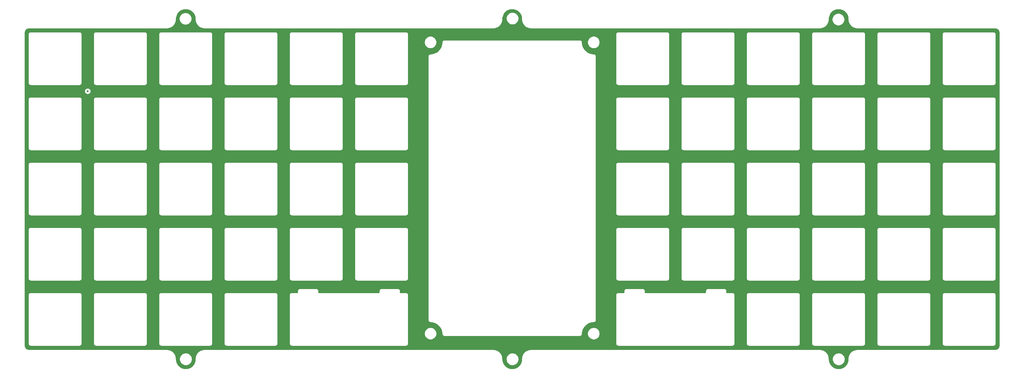
<source format=gbl>
%TF.GenerationSoftware,KiCad,Pcbnew,(5.1.10-1-10_14)*%
%TF.CreationDate,2021-09-18T15:38:24+02:00*%
%TF.ProjectId,brutal60-full,62727574-616c-4363-902d-66756c6c2e6b,rev?*%
%TF.SameCoordinates,Original*%
%TF.FileFunction,Copper,L2,Bot*%
%TF.FilePolarity,Positive*%
%FSLAX46Y46*%
G04 Gerber Fmt 4.6, Leading zero omitted, Abs format (unit mm)*
G04 Created by KiCad (PCBNEW (5.1.10-1-10_14)) date 2021-09-18 15:38:24*
%MOMM*%
%LPD*%
G01*
G04 APERTURE LIST*
%TA.AperFunction,ViaPad*%
%ADD10C,0.600000*%
%TD*%
%TA.AperFunction,NonConductor*%
%ADD11C,0.254000*%
%TD*%
%TA.AperFunction,NonConductor*%
%ADD12C,0.100000*%
%TD*%
G04 APERTURE END LIST*
D10*
%TO.N,*%
X8334375Y-58816875D03*
%TD*%
D11*
X227935165Y-34987566D02*
X228452185Y-35139734D01*
X228929797Y-35389423D01*
X229349821Y-35727131D01*
X229696249Y-36139988D01*
X229955887Y-36612268D01*
X230118849Y-37125987D01*
X230182663Y-37694905D01*
X230182717Y-37702677D01*
X230182717Y-37836233D01*
X230186170Y-37871288D01*
X230222561Y-38250594D01*
X230235218Y-38315227D01*
X230246834Y-38380041D01*
X230249690Y-38389897D01*
X230360947Y-38764038D01*
X230386091Y-38825773D01*
X230410339Y-38887772D01*
X230415055Y-38896886D01*
X230596864Y-39242291D01*
X230633499Y-39297935D01*
X230669350Y-39354078D01*
X230675747Y-39362103D01*
X230921183Y-39665616D01*
X230967958Y-39713113D01*
X231014001Y-39761193D01*
X231021834Y-39767822D01*
X231321547Y-40017882D01*
X231376635Y-40055375D01*
X231431162Y-40093611D01*
X231440134Y-40098593D01*
X231782711Y-40285677D01*
X231844018Y-40311750D01*
X231904948Y-40338673D01*
X231914717Y-40341817D01*
X232287106Y-40458797D01*
X232352351Y-40472474D01*
X232417307Y-40487040D01*
X232427501Y-40488227D01*
X232747505Y-40523213D01*
X232751316Y-40524369D01*
X232859296Y-40535004D01*
X273006779Y-40535004D01*
X273287737Y-40562552D01*
X273523429Y-40633712D01*
X273740805Y-40749293D01*
X273931595Y-40904898D01*
X274088526Y-41094595D01*
X274205624Y-41311162D01*
X274278426Y-41546348D01*
X274307717Y-41825032D01*
X274307718Y-133014170D01*
X274280168Y-133295148D01*
X274209008Y-133530841D01*
X274093428Y-133748216D01*
X273937823Y-133939006D01*
X273748124Y-134095939D01*
X273531559Y-134213036D01*
X273296373Y-134285838D01*
X273017680Y-134315130D01*
X232881613Y-134315128D01*
X232849524Y-134318289D01*
X232837140Y-134318202D01*
X232826927Y-134319203D01*
X232438734Y-134360003D01*
X232373408Y-134373413D01*
X232308040Y-134385882D01*
X232298216Y-134388847D01*
X231925341Y-134504271D01*
X231863922Y-134530089D01*
X231802164Y-134555041D01*
X231793103Y-134559859D01*
X231449748Y-134745510D01*
X231394487Y-134782784D01*
X231338777Y-134819239D01*
X231330824Y-134825725D01*
X231030068Y-135074532D01*
X230983091Y-135121838D01*
X230935533Y-135168410D01*
X230928991Y-135176317D01*
X230682290Y-135478802D01*
X230645411Y-135534310D01*
X230607789Y-135589255D01*
X230602908Y-135598282D01*
X230419658Y-135942924D01*
X230394262Y-136004540D01*
X230368029Y-136065745D01*
X230364994Y-136075548D01*
X230252176Y-136449220D01*
X230239228Y-136514612D01*
X230225387Y-136579728D01*
X230224314Y-136589934D01*
X230186224Y-136978403D01*
X230186224Y-136978411D01*
X230182716Y-137014032D01*
X230182717Y-137114181D01*
X230126601Y-137686500D01*
X229970829Y-138202441D01*
X229717808Y-138678306D01*
X229377176Y-139095962D01*
X228961917Y-139439494D01*
X228487832Y-139695830D01*
X227972990Y-139855200D01*
X227436993Y-139911536D01*
X226900269Y-139862690D01*
X226383249Y-139710522D01*
X225905634Y-139460831D01*
X225485610Y-139123123D01*
X225139185Y-138710268D01*
X224879547Y-138237989D01*
X224716585Y-137724269D01*
X224652771Y-137155351D01*
X224652717Y-137147579D01*
X224652717Y-137014025D01*
X224649556Y-136981936D01*
X224649643Y-136969552D01*
X224648730Y-136960230D01*
X225619860Y-136960230D01*
X225619860Y-137323874D01*
X225690804Y-137680530D01*
X225829964Y-138016493D01*
X226031994Y-138318852D01*
X226289128Y-138575986D01*
X226591487Y-138778016D01*
X226927450Y-138917176D01*
X227284106Y-138988120D01*
X227647750Y-138988120D01*
X228004406Y-138917176D01*
X228340369Y-138778016D01*
X228642728Y-138575986D01*
X228899862Y-138318852D01*
X229101892Y-138016493D01*
X229241052Y-137680530D01*
X229311996Y-137323874D01*
X229311996Y-136960230D01*
X229241052Y-136603574D01*
X229101892Y-136267611D01*
X228899862Y-135965252D01*
X228642728Y-135708118D01*
X228340369Y-135506088D01*
X228004406Y-135366928D01*
X227647750Y-135295984D01*
X227284106Y-135295984D01*
X226927450Y-135366928D01*
X226591487Y-135506088D01*
X226289128Y-135708118D01*
X226031994Y-135965252D01*
X225829964Y-136267611D01*
X225690804Y-136603574D01*
X225619860Y-136960230D01*
X224648730Y-136960230D01*
X224648642Y-136959339D01*
X224607842Y-136571146D01*
X224594432Y-136505820D01*
X224581963Y-136440452D01*
X224578998Y-136430628D01*
X224463574Y-136057753D01*
X224437756Y-135996334D01*
X224412804Y-135934576D01*
X224407986Y-135925515D01*
X224222335Y-135582160D01*
X224185061Y-135526899D01*
X224148606Y-135471189D01*
X224142120Y-135463236D01*
X223893313Y-135162480D01*
X223846007Y-135115503D01*
X223799435Y-135067945D01*
X223791528Y-135061403D01*
X223489043Y-134814702D01*
X223433535Y-134777823D01*
X223378590Y-134740201D01*
X223369563Y-134735320D01*
X223024921Y-134552070D01*
X222963305Y-134526674D01*
X222902100Y-134500441D01*
X222892297Y-134497406D01*
X222518625Y-134384588D01*
X222453233Y-134371640D01*
X222388117Y-134357799D01*
X222377911Y-134356726D01*
X221989442Y-134318636D01*
X221989430Y-134318636D01*
X221953822Y-134315129D01*
X137631612Y-134315129D01*
X137599523Y-134318290D01*
X137587138Y-134318203D01*
X137576925Y-134319204D01*
X137188732Y-134360005D01*
X137123412Y-134373414D01*
X137058040Y-134385884D01*
X137048216Y-134388849D01*
X136675341Y-134504273D01*
X136613922Y-134530091D01*
X136552164Y-134555043D01*
X136543103Y-134559861D01*
X136199748Y-134745512D01*
X136144485Y-134782787D01*
X136088776Y-134819242D01*
X136080828Y-134825724D01*
X136080827Y-134825725D01*
X136080823Y-134825728D01*
X135780068Y-135074535D01*
X135733091Y-135121841D01*
X135685534Y-135168412D01*
X135678992Y-135176319D01*
X135432291Y-135478804D01*
X135395412Y-135534312D01*
X135357790Y-135589257D01*
X135352909Y-135598284D01*
X135169659Y-135942926D01*
X135144263Y-136004542D01*
X135118030Y-136065747D01*
X135114995Y-136075550D01*
X135002177Y-136449222D01*
X134989229Y-136514614D01*
X134975388Y-136579730D01*
X134974315Y-136589936D01*
X134936225Y-136978403D01*
X134932717Y-137014025D01*
X134932717Y-137114182D01*
X134876601Y-137686500D01*
X134720829Y-138202441D01*
X134467808Y-138678306D01*
X134127176Y-139095962D01*
X133711917Y-139439494D01*
X133237832Y-139695830D01*
X132722990Y-139855200D01*
X132186993Y-139911536D01*
X131650269Y-139862690D01*
X131133249Y-139710522D01*
X130655634Y-139460831D01*
X130235610Y-139123123D01*
X129889185Y-138710268D01*
X129629547Y-138237989D01*
X129466585Y-137724269D01*
X129402771Y-137155351D01*
X129402717Y-137147579D01*
X129402717Y-137014025D01*
X129399556Y-136981936D01*
X129399643Y-136969552D01*
X129398730Y-136960230D01*
X130419860Y-136960230D01*
X130419860Y-137323874D01*
X130490804Y-137680530D01*
X130629964Y-138016493D01*
X130831994Y-138318852D01*
X131089128Y-138575986D01*
X131391487Y-138778016D01*
X131727450Y-138917176D01*
X132084106Y-138988120D01*
X132447750Y-138988120D01*
X132804406Y-138917176D01*
X133140369Y-138778016D01*
X133442728Y-138575986D01*
X133699862Y-138318852D01*
X133901892Y-138016493D01*
X134041052Y-137680530D01*
X134111996Y-137323874D01*
X134111996Y-136960230D01*
X134041052Y-136603574D01*
X133901892Y-136267611D01*
X133699862Y-135965252D01*
X133442728Y-135708118D01*
X133140369Y-135506088D01*
X132804406Y-135366928D01*
X132447750Y-135295984D01*
X132084106Y-135295984D01*
X131727450Y-135366928D01*
X131391487Y-135506088D01*
X131089128Y-135708118D01*
X130831994Y-135965252D01*
X130629964Y-136267611D01*
X130490804Y-136603574D01*
X130419860Y-136960230D01*
X129398730Y-136960230D01*
X129398642Y-136959339D01*
X129357842Y-136571146D01*
X129344432Y-136505820D01*
X129331963Y-136440452D01*
X129328998Y-136430628D01*
X129213574Y-136057753D01*
X129187756Y-135996334D01*
X129162804Y-135934576D01*
X129157986Y-135925515D01*
X128972335Y-135582160D01*
X128935061Y-135526899D01*
X128898606Y-135471189D01*
X128892120Y-135463236D01*
X128643313Y-135162480D01*
X128596007Y-135115503D01*
X128549435Y-135067945D01*
X128541528Y-135061403D01*
X128239043Y-134814702D01*
X128183535Y-134777823D01*
X128128590Y-134740201D01*
X128119563Y-134735320D01*
X127774921Y-134552070D01*
X127713305Y-134526674D01*
X127652100Y-134500441D01*
X127642297Y-134497406D01*
X127268625Y-134384588D01*
X127203233Y-134371640D01*
X127138117Y-134357799D01*
X127127911Y-134356726D01*
X126739442Y-134318636D01*
X126739430Y-134318636D01*
X126703822Y-134315129D01*
X42381612Y-134315129D01*
X42349523Y-134318290D01*
X42337138Y-134318203D01*
X42326925Y-134319204D01*
X41938732Y-134360005D01*
X41873412Y-134373414D01*
X41808040Y-134385884D01*
X41798216Y-134388849D01*
X41425341Y-134504273D01*
X41363922Y-134530091D01*
X41302164Y-134555043D01*
X41293103Y-134559861D01*
X40949748Y-134745512D01*
X40894485Y-134782787D01*
X40838776Y-134819242D01*
X40830828Y-134825724D01*
X40830827Y-134825725D01*
X40830823Y-134825728D01*
X40530068Y-135074535D01*
X40483091Y-135121841D01*
X40435534Y-135168412D01*
X40428992Y-135176319D01*
X40182291Y-135478804D01*
X40145412Y-135534312D01*
X40107790Y-135589257D01*
X40102909Y-135598284D01*
X39919659Y-135942926D01*
X39894263Y-136004542D01*
X39868030Y-136065747D01*
X39864995Y-136075550D01*
X39752177Y-136449222D01*
X39739229Y-136514614D01*
X39725388Y-136579730D01*
X39724315Y-136589936D01*
X39686225Y-136978403D01*
X39682717Y-137014025D01*
X39682717Y-137114183D01*
X39626601Y-137686501D01*
X39470829Y-138202442D01*
X39217808Y-138678307D01*
X38877176Y-139095963D01*
X38461917Y-139439495D01*
X37987832Y-139695831D01*
X37472990Y-139855201D01*
X36936993Y-139911537D01*
X36400269Y-139862691D01*
X35883249Y-139710523D01*
X35405634Y-139460832D01*
X34985610Y-139123124D01*
X34639185Y-138710269D01*
X34379547Y-138237990D01*
X34216585Y-137724270D01*
X34152771Y-137155352D01*
X34152717Y-137147580D01*
X34152717Y-137014025D01*
X34149556Y-136981935D01*
X34149643Y-136969550D01*
X34148730Y-136960230D01*
X35119860Y-136960230D01*
X35119860Y-137323874D01*
X35190804Y-137680530D01*
X35329964Y-138016493D01*
X35531994Y-138318852D01*
X35789128Y-138575986D01*
X36091487Y-138778016D01*
X36427450Y-138917176D01*
X36784106Y-138988120D01*
X37147750Y-138988120D01*
X37504406Y-138917176D01*
X37840369Y-138778016D01*
X38142728Y-138575986D01*
X38399862Y-138318852D01*
X38601892Y-138016493D01*
X38741052Y-137680530D01*
X38811996Y-137323874D01*
X38811996Y-136960230D01*
X38741052Y-136603574D01*
X38601892Y-136267611D01*
X38399862Y-135965252D01*
X38142728Y-135708118D01*
X37840369Y-135506088D01*
X37504406Y-135366928D01*
X37147750Y-135295984D01*
X36784106Y-135295984D01*
X36427450Y-135366928D01*
X36091487Y-135506088D01*
X35789128Y-135708118D01*
X35531994Y-135965252D01*
X35329964Y-136267611D01*
X35190804Y-136603574D01*
X35119860Y-136960230D01*
X34148730Y-136960230D01*
X34148642Y-136959337D01*
X34107841Y-136571144D01*
X34094445Y-136505886D01*
X34081963Y-136440452D01*
X34078997Y-136430628D01*
X33963573Y-136057752D01*
X33937740Y-135996297D01*
X33912802Y-135934574D01*
X33907985Y-135925513D01*
X33722334Y-135582159D01*
X33685054Y-135526889D01*
X33648605Y-135471189D01*
X33642119Y-135463236D01*
X33393312Y-135162480D01*
X33346006Y-135115503D01*
X33299434Y-135067945D01*
X33291527Y-135061403D01*
X32989042Y-134814702D01*
X32933500Y-134777800D01*
X32878588Y-134740201D01*
X32869561Y-134735319D01*
X32524919Y-134552070D01*
X32463287Y-134526667D01*
X32402098Y-134500441D01*
X32392299Y-134497407D01*
X32392293Y-134497405D01*
X32018623Y-134384588D01*
X31953231Y-134371640D01*
X31888115Y-134357799D01*
X31877909Y-134356726D01*
X31489440Y-134318636D01*
X31489419Y-134318636D01*
X31453822Y-134315130D01*
X-8697512Y-134315128D01*
X-8978478Y-134287580D01*
X-9214164Y-134216421D01*
X-9431546Y-134100838D01*
X-9622337Y-133945232D01*
X-9779268Y-133755537D01*
X-9896363Y-133538972D01*
X-9969166Y-133303785D01*
X-9998457Y-133025101D01*
X-9998457Y-118348125D01*
X-9022689Y-118348125D01*
X-9019375Y-118381772D01*
X-9019374Y-132601968D01*
X-9022689Y-132635625D01*
X-9009463Y-132769908D01*
X-8970294Y-132899031D01*
X-8906687Y-133018032D01*
X-8821086Y-133122336D01*
X-8716782Y-133207937D01*
X-8597781Y-133271544D01*
X-8468658Y-133310713D01*
X-8368022Y-133320625D01*
X-8334375Y-133323939D01*
X-8300728Y-133320625D01*
X5919478Y-133320625D01*
X5953125Y-133323939D01*
X5986772Y-133320625D01*
X6087408Y-133310713D01*
X6216531Y-133271544D01*
X6335532Y-133207937D01*
X6439836Y-133122336D01*
X6525437Y-133018032D01*
X6589044Y-132899031D01*
X6628213Y-132769908D01*
X6641439Y-132635625D01*
X6638125Y-132601978D01*
X6638125Y-118381772D01*
X6641439Y-118348125D01*
X10027311Y-118348125D01*
X10030625Y-118381772D01*
X10030626Y-132601968D01*
X10027311Y-132635625D01*
X10040537Y-132769908D01*
X10079706Y-132899031D01*
X10143313Y-133018032D01*
X10228914Y-133122336D01*
X10333218Y-133207937D01*
X10452219Y-133271544D01*
X10581342Y-133310713D01*
X10681978Y-133320625D01*
X10715625Y-133323939D01*
X10749272Y-133320625D01*
X24969478Y-133320625D01*
X25003125Y-133323939D01*
X25036772Y-133320625D01*
X25137408Y-133310713D01*
X25266531Y-133271544D01*
X25385532Y-133207937D01*
X25489836Y-133122336D01*
X25575437Y-133018032D01*
X25639044Y-132899031D01*
X25678213Y-132769908D01*
X25691439Y-132635625D01*
X25688125Y-132601978D01*
X25688125Y-118381772D01*
X25691439Y-118348125D01*
X29077311Y-118348125D01*
X29080625Y-118381772D01*
X29080626Y-132601968D01*
X29077311Y-132635625D01*
X29090537Y-132769908D01*
X29129706Y-132899031D01*
X29193313Y-133018032D01*
X29278914Y-133122336D01*
X29383218Y-133207937D01*
X29502219Y-133271544D01*
X29631342Y-133310713D01*
X29731978Y-133320625D01*
X29765625Y-133323939D01*
X29799272Y-133320625D01*
X44019478Y-133320625D01*
X44053125Y-133323939D01*
X44086772Y-133320625D01*
X44187408Y-133310713D01*
X44316531Y-133271544D01*
X44435532Y-133207937D01*
X44539836Y-133122336D01*
X44625437Y-133018032D01*
X44689044Y-132899031D01*
X44728213Y-132769908D01*
X44741439Y-132635625D01*
X44738125Y-132601978D01*
X44738125Y-118381772D01*
X44741439Y-118348125D01*
X48127311Y-118348125D01*
X48130626Y-118381782D01*
X48130625Y-132601978D01*
X48127311Y-132635625D01*
X48140537Y-132769908D01*
X48179706Y-132899031D01*
X48243313Y-133018032D01*
X48328914Y-133122336D01*
X48416497Y-133194214D01*
X48433218Y-133207937D01*
X48552219Y-133271544D01*
X48681342Y-133310713D01*
X48815625Y-133323939D01*
X48849272Y-133320625D01*
X63069478Y-133320625D01*
X63103125Y-133323939D01*
X63237408Y-133310713D01*
X63366531Y-133271544D01*
X63485532Y-133207937D01*
X63589836Y-133122336D01*
X63675437Y-133018032D01*
X63739044Y-132899031D01*
X63778213Y-132769908D01*
X63788125Y-132669272D01*
X63788125Y-132669271D01*
X63791439Y-132635625D01*
X63788125Y-132601978D01*
X63788125Y-118381772D01*
X63791428Y-118348233D01*
X67177195Y-118348233D01*
X67180626Y-118383068D01*
X67180625Y-132601978D01*
X67177311Y-132635625D01*
X67190537Y-132769908D01*
X67229706Y-132899031D01*
X67293313Y-133018032D01*
X67378914Y-133122336D01*
X67466497Y-133194214D01*
X67483218Y-133207937D01*
X67602219Y-133271544D01*
X67731342Y-133310713D01*
X67865625Y-133323939D01*
X67899272Y-133320625D01*
X101169478Y-133320625D01*
X101203125Y-133323939D01*
X101236772Y-133320625D01*
X101337408Y-133310713D01*
X101466531Y-133271544D01*
X101585532Y-133207937D01*
X101689836Y-133122336D01*
X101775437Y-133018032D01*
X101839044Y-132899031D01*
X101878213Y-132769908D01*
X101891439Y-132635625D01*
X162427311Y-132635625D01*
X162440537Y-132769908D01*
X162479706Y-132899031D01*
X162543313Y-133018032D01*
X162628914Y-133122336D01*
X162716497Y-133194214D01*
X162733218Y-133207937D01*
X162852219Y-133271544D01*
X162981342Y-133310713D01*
X163115625Y-133323939D01*
X163149272Y-133320625D01*
X196419478Y-133320625D01*
X196453125Y-133323939D01*
X196486772Y-133320625D01*
X196587408Y-133310713D01*
X196716531Y-133271544D01*
X196835532Y-133207937D01*
X196939836Y-133122336D01*
X197025437Y-133018032D01*
X197089044Y-132899031D01*
X197128213Y-132769908D01*
X197141439Y-132635625D01*
X197138125Y-132601978D01*
X197138125Y-118383058D01*
X197141555Y-118348233D01*
X197141545Y-118348125D01*
X200527311Y-118348125D01*
X200530625Y-118381772D01*
X200530626Y-132601968D01*
X200527311Y-132635625D01*
X200540537Y-132769908D01*
X200579706Y-132899031D01*
X200643313Y-133018032D01*
X200728914Y-133122336D01*
X200833218Y-133207937D01*
X200952219Y-133271544D01*
X201081342Y-133310713D01*
X201181978Y-133320625D01*
X201215625Y-133323939D01*
X201249272Y-133320625D01*
X215469478Y-133320625D01*
X215503125Y-133323939D01*
X215536772Y-133320625D01*
X215637408Y-133310713D01*
X215766531Y-133271544D01*
X215885532Y-133207937D01*
X215989836Y-133122336D01*
X216075437Y-133018032D01*
X216139044Y-132899031D01*
X216178213Y-132769908D01*
X216191439Y-132635625D01*
X216188125Y-132601978D01*
X216188125Y-118381772D01*
X216191439Y-118348125D01*
X219577311Y-118348125D01*
X219580626Y-118381782D01*
X219580625Y-132601978D01*
X219577311Y-132635625D01*
X219590537Y-132769908D01*
X219629706Y-132899031D01*
X219693313Y-133018032D01*
X219778914Y-133122336D01*
X219866497Y-133194214D01*
X219883218Y-133207937D01*
X220002219Y-133271544D01*
X220131342Y-133310713D01*
X220265625Y-133323939D01*
X220299272Y-133320625D01*
X234519478Y-133320625D01*
X234553125Y-133323939D01*
X234687408Y-133310713D01*
X234816531Y-133271544D01*
X234935532Y-133207937D01*
X235039836Y-133122336D01*
X235125437Y-133018032D01*
X235189044Y-132899031D01*
X235228213Y-132769908D01*
X235238125Y-132669272D01*
X235238125Y-132669271D01*
X235241439Y-132635625D01*
X235238125Y-132601978D01*
X235238125Y-118381772D01*
X235241439Y-118348125D01*
X238627311Y-118348125D01*
X238630626Y-118381782D01*
X238630625Y-132601978D01*
X238627311Y-132635625D01*
X238640537Y-132769908D01*
X238679706Y-132899031D01*
X238743313Y-133018032D01*
X238828914Y-133122336D01*
X238916497Y-133194214D01*
X238933218Y-133207937D01*
X239052219Y-133271544D01*
X239181342Y-133310713D01*
X239315625Y-133323939D01*
X239349272Y-133320625D01*
X253569478Y-133320625D01*
X253603125Y-133323939D01*
X253737408Y-133310713D01*
X253866531Y-133271544D01*
X253985532Y-133207937D01*
X254089836Y-133122336D01*
X254175437Y-133018032D01*
X254239044Y-132899031D01*
X254278213Y-132769908D01*
X254288125Y-132669272D01*
X254288125Y-132669271D01*
X254291439Y-132635625D01*
X254288125Y-132601978D01*
X254288125Y-118381772D01*
X254291439Y-118348125D01*
X257677311Y-118348125D01*
X257680626Y-118381782D01*
X257680625Y-132601978D01*
X257677311Y-132635625D01*
X257690537Y-132769908D01*
X257729706Y-132899031D01*
X257793313Y-133018032D01*
X257878914Y-133122336D01*
X257966497Y-133194214D01*
X257983218Y-133207937D01*
X258102219Y-133271544D01*
X258231342Y-133310713D01*
X258365625Y-133323939D01*
X258399272Y-133320625D01*
X272619478Y-133320625D01*
X272653125Y-133323939D01*
X272787408Y-133310713D01*
X272916531Y-133271544D01*
X273035532Y-133207937D01*
X273139836Y-133122336D01*
X273225437Y-133018032D01*
X273289044Y-132899031D01*
X273328213Y-132769908D01*
X273338125Y-132669272D01*
X273338125Y-132669271D01*
X273341439Y-132635625D01*
X273338125Y-132601978D01*
X273338125Y-118381772D01*
X273341439Y-118348125D01*
X273328213Y-118213842D01*
X273289044Y-118084719D01*
X273225437Y-117965718D01*
X273139836Y-117861414D01*
X273035532Y-117775813D01*
X272916531Y-117712206D01*
X272787408Y-117673037D01*
X272686772Y-117663125D01*
X272653125Y-117659811D01*
X272619478Y-117663125D01*
X258399272Y-117663125D01*
X258365625Y-117659811D01*
X258331978Y-117663125D01*
X258231342Y-117673037D01*
X258102219Y-117712206D01*
X257983218Y-117775813D01*
X257878914Y-117861414D01*
X257793313Y-117965718D01*
X257729706Y-118084719D01*
X257690537Y-118213842D01*
X257677311Y-118348125D01*
X254291439Y-118348125D01*
X254278213Y-118213842D01*
X254239044Y-118084719D01*
X254175437Y-117965718D01*
X254089836Y-117861414D01*
X253985532Y-117775813D01*
X253866531Y-117712206D01*
X253737408Y-117673037D01*
X253636772Y-117663125D01*
X253603125Y-117659811D01*
X253569478Y-117663125D01*
X239349272Y-117663125D01*
X239315625Y-117659811D01*
X239281978Y-117663125D01*
X239181342Y-117673037D01*
X239052219Y-117712206D01*
X238933218Y-117775813D01*
X238828914Y-117861414D01*
X238743313Y-117965718D01*
X238679706Y-118084719D01*
X238640537Y-118213842D01*
X238627311Y-118348125D01*
X235241439Y-118348125D01*
X235228213Y-118213842D01*
X235189044Y-118084719D01*
X235125437Y-117965718D01*
X235039836Y-117861414D01*
X234935532Y-117775813D01*
X234816531Y-117712206D01*
X234687408Y-117673037D01*
X234586772Y-117663125D01*
X234553125Y-117659811D01*
X234519478Y-117663125D01*
X220299272Y-117663125D01*
X220265625Y-117659811D01*
X220231978Y-117663125D01*
X220131342Y-117673037D01*
X220002219Y-117712206D01*
X219883218Y-117775813D01*
X219778914Y-117861414D01*
X219693313Y-117965718D01*
X219629706Y-118084719D01*
X219590537Y-118213842D01*
X219577311Y-118348125D01*
X216191439Y-118348125D01*
X216178213Y-118213842D01*
X216139044Y-118084719D01*
X216075437Y-117965718D01*
X215989836Y-117861414D01*
X215885532Y-117775813D01*
X215766531Y-117712206D01*
X215637408Y-117673037D01*
X215536772Y-117663125D01*
X215503125Y-117659811D01*
X215469478Y-117663125D01*
X201249272Y-117663125D01*
X201215625Y-117659811D01*
X201181978Y-117663125D01*
X201081342Y-117673037D01*
X200952219Y-117712206D01*
X200833218Y-117775813D01*
X200728914Y-117861414D01*
X200643313Y-117965718D01*
X200579706Y-118084719D01*
X200540537Y-118213842D01*
X200527311Y-118348125D01*
X197141545Y-118348125D01*
X197128329Y-118213950D01*
X197089160Y-118084827D01*
X197025553Y-117965826D01*
X196939952Y-117861522D01*
X196939868Y-117861453D01*
X196939836Y-117861414D01*
X196835532Y-117775813D01*
X196716531Y-117712206D01*
X196587408Y-117673037D01*
X196453125Y-117659811D01*
X196418382Y-117663233D01*
X194756989Y-117663233D01*
X194756989Y-117191254D01*
X194760303Y-117157607D01*
X194747077Y-117023324D01*
X194707908Y-116894201D01*
X194644301Y-116775200D01*
X194558700Y-116670896D01*
X194454396Y-116585295D01*
X194335395Y-116521688D01*
X194206272Y-116482519D01*
X194105636Y-116472607D01*
X194071989Y-116469293D01*
X194038342Y-116472607D01*
X189343132Y-116472607D01*
X189309485Y-116469293D01*
X189275838Y-116472607D01*
X189175202Y-116482519D01*
X189046079Y-116521688D01*
X188927078Y-116585295D01*
X188822774Y-116670896D01*
X188737173Y-116775200D01*
X188673566Y-116894201D01*
X188634397Y-117023324D01*
X188621171Y-117157607D01*
X188624485Y-117191254D01*
X188624485Y-117663233D01*
X170944469Y-117663233D01*
X170944469Y-117191254D01*
X170947783Y-117157607D01*
X170934557Y-117023324D01*
X170895388Y-116894201D01*
X170831781Y-116775200D01*
X170746180Y-116670896D01*
X170641876Y-116585295D01*
X170522875Y-116521688D01*
X170393752Y-116482519D01*
X170293116Y-116472607D01*
X170259469Y-116469293D01*
X170225822Y-116472607D01*
X165530612Y-116472607D01*
X165496965Y-116469293D01*
X165463318Y-116472607D01*
X165362682Y-116482519D01*
X165233559Y-116521688D01*
X165114558Y-116585295D01*
X165010254Y-116670896D01*
X164924653Y-116775200D01*
X164861046Y-116894201D01*
X164821877Y-117023324D01*
X164808651Y-117157607D01*
X164811965Y-117191254D01*
X164811965Y-117663202D01*
X163149293Y-117663127D01*
X163115625Y-117659811D01*
X163040739Y-117667187D01*
X162981373Y-117673031D01*
X162981358Y-117673036D01*
X162981343Y-117673037D01*
X162909969Y-117694688D01*
X162852248Y-117712195D01*
X162852237Y-117712201D01*
X162852220Y-117712206D01*
X162790172Y-117745371D01*
X162733244Y-117775796D01*
X162733231Y-117775806D01*
X162733219Y-117775813D01*
X162684080Y-117816141D01*
X162628937Y-117861392D01*
X162628927Y-117861404D01*
X162628915Y-117861414D01*
X162583681Y-117916531D01*
X162543331Y-117965693D01*
X162543324Y-117965705D01*
X162543314Y-117965718D01*
X162512900Y-118022618D01*
X162479718Y-118084691D01*
X162479713Y-118084708D01*
X162479707Y-118084719D01*
X162462206Y-118142411D01*
X162440544Y-118213812D01*
X162440543Y-118213827D01*
X162440538Y-118213842D01*
X162433922Y-118281013D01*
X162427312Y-118348094D01*
X162430626Y-118381759D01*
X162430625Y-132601978D01*
X162427311Y-132635625D01*
X101891439Y-132635625D01*
X101888125Y-132601978D01*
X101888125Y-129480886D01*
X106527391Y-129480886D01*
X106527391Y-129839282D01*
X106597311Y-130190793D01*
X106734464Y-130521908D01*
X106933578Y-130819904D01*
X107187003Y-131073329D01*
X107484999Y-131272443D01*
X107816114Y-131409596D01*
X108167625Y-131479516D01*
X108526021Y-131479516D01*
X108877532Y-131409596D01*
X109208647Y-131272443D01*
X109506643Y-131073329D01*
X109760068Y-130819904D01*
X109959182Y-130521908D01*
X110096335Y-130190793D01*
X110166255Y-129839282D01*
X110166255Y-129480886D01*
X110096335Y-129129375D01*
X109959182Y-128798260D01*
X109760068Y-128500264D01*
X109506643Y-128246839D01*
X109208647Y-128047725D01*
X108877532Y-127910572D01*
X108526021Y-127840652D01*
X108167625Y-127840652D01*
X107816114Y-127910572D01*
X107484999Y-128047725D01*
X107187003Y-128246839D01*
X106933578Y-128500264D01*
X106734464Y-128798260D01*
X106597311Y-129129375D01*
X106527391Y-129480886D01*
X101888125Y-129480886D01*
X101888125Y-118381749D01*
X101891438Y-118348094D01*
X101887002Y-118303080D01*
X101878213Y-118213842D01*
X101878207Y-118213822D01*
X101878206Y-118213812D01*
X101863531Y-118165440D01*
X101839044Y-118084719D01*
X101839036Y-118084704D01*
X101839032Y-118084691D01*
X101814216Y-118038268D01*
X101775437Y-117965718D01*
X101775424Y-117965702D01*
X101775419Y-117965693D01*
X101746541Y-117930509D01*
X101689836Y-117861414D01*
X101689821Y-117861402D01*
X101689813Y-117861392D01*
X101646142Y-117825555D01*
X101585532Y-117775813D01*
X101585517Y-117775805D01*
X101585506Y-117775796D01*
X101536944Y-117749842D01*
X101466531Y-117712206D01*
X101466512Y-117712200D01*
X101466502Y-117712195D01*
X101415767Y-117696807D01*
X101337408Y-117673037D01*
X101337391Y-117673035D01*
X101337377Y-117673031D01*
X101279098Y-117667294D01*
X101203125Y-117659811D01*
X101169458Y-117663127D01*
X99506785Y-117663202D01*
X99506785Y-117191254D01*
X99510099Y-117157607D01*
X99496873Y-117023324D01*
X99457704Y-116894201D01*
X99394097Y-116775200D01*
X99308496Y-116670896D01*
X99204192Y-116585295D01*
X99085191Y-116521688D01*
X98956068Y-116482519D01*
X98855432Y-116472607D01*
X98821785Y-116469293D01*
X98788138Y-116472607D01*
X94092928Y-116472607D01*
X94059281Y-116469293D01*
X94025634Y-116472607D01*
X93924998Y-116482519D01*
X93795875Y-116521688D01*
X93676874Y-116585295D01*
X93572570Y-116670896D01*
X93486969Y-116775200D01*
X93423362Y-116894201D01*
X93384193Y-117023324D01*
X93370967Y-117157607D01*
X93374282Y-117191264D01*
X93374282Y-117663233D01*
X75694265Y-117663233D01*
X75694265Y-117191254D01*
X75697579Y-117157607D01*
X75684353Y-117023324D01*
X75645184Y-116894201D01*
X75581577Y-116775200D01*
X75495976Y-116670896D01*
X75391672Y-116585295D01*
X75272671Y-116521688D01*
X75143548Y-116482519D01*
X75042912Y-116472607D01*
X75009265Y-116469293D01*
X74975618Y-116472607D01*
X70280408Y-116472607D01*
X70246761Y-116469293D01*
X70213114Y-116472607D01*
X70112478Y-116482519D01*
X69983355Y-116521688D01*
X69864354Y-116585295D01*
X69760050Y-116670896D01*
X69674449Y-116775200D01*
X69610842Y-116894201D01*
X69571673Y-117023324D01*
X69558447Y-117157607D01*
X69561762Y-117191264D01*
X69561762Y-117663233D01*
X67900368Y-117663233D01*
X67865625Y-117659811D01*
X67731343Y-117673037D01*
X67602220Y-117712206D01*
X67483219Y-117775813D01*
X67378915Y-117861414D01*
X67378885Y-117861451D01*
X67378798Y-117861522D01*
X67293197Y-117965826D01*
X67229590Y-118084827D01*
X67190421Y-118213950D01*
X67177195Y-118348233D01*
X63791428Y-118348233D01*
X63791439Y-118348125D01*
X63778213Y-118213842D01*
X63739044Y-118084719D01*
X63675437Y-117965718D01*
X63589836Y-117861414D01*
X63485532Y-117775813D01*
X63366531Y-117712206D01*
X63237408Y-117673037D01*
X63136772Y-117663125D01*
X63103125Y-117659811D01*
X63069478Y-117663125D01*
X48849272Y-117663125D01*
X48815625Y-117659811D01*
X48781978Y-117663125D01*
X48681342Y-117673037D01*
X48552219Y-117712206D01*
X48433218Y-117775813D01*
X48328914Y-117861414D01*
X48243313Y-117965718D01*
X48179706Y-118084719D01*
X48140537Y-118213842D01*
X48127311Y-118348125D01*
X44741439Y-118348125D01*
X44728213Y-118213842D01*
X44689044Y-118084719D01*
X44625437Y-117965718D01*
X44539836Y-117861414D01*
X44435532Y-117775813D01*
X44316531Y-117712206D01*
X44187408Y-117673037D01*
X44086772Y-117663125D01*
X44053125Y-117659811D01*
X44019478Y-117663125D01*
X29799272Y-117663125D01*
X29765625Y-117659811D01*
X29731978Y-117663125D01*
X29631342Y-117673037D01*
X29502219Y-117712206D01*
X29383218Y-117775813D01*
X29278914Y-117861414D01*
X29193313Y-117965718D01*
X29129706Y-118084719D01*
X29090537Y-118213842D01*
X29077311Y-118348125D01*
X25691439Y-118348125D01*
X25678213Y-118213842D01*
X25639044Y-118084719D01*
X25575437Y-117965718D01*
X25489836Y-117861414D01*
X25385532Y-117775813D01*
X25266531Y-117712206D01*
X25137408Y-117673037D01*
X25036772Y-117663125D01*
X25003125Y-117659811D01*
X24969478Y-117663125D01*
X10749272Y-117663125D01*
X10715625Y-117659811D01*
X10681978Y-117663125D01*
X10581342Y-117673037D01*
X10452219Y-117712206D01*
X10333218Y-117775813D01*
X10228914Y-117861414D01*
X10143313Y-117965718D01*
X10079706Y-118084719D01*
X10040537Y-118213842D01*
X10027311Y-118348125D01*
X6641439Y-118348125D01*
X6628213Y-118213842D01*
X6589044Y-118084719D01*
X6525437Y-117965718D01*
X6439836Y-117861414D01*
X6335532Y-117775813D01*
X6216531Y-117712206D01*
X6087408Y-117673037D01*
X5986772Y-117663125D01*
X5953125Y-117659811D01*
X5919478Y-117663125D01*
X-8300728Y-117663125D01*
X-8334375Y-117659811D01*
X-8368022Y-117663125D01*
X-8468658Y-117673037D01*
X-8597781Y-117712206D01*
X-8716782Y-117775813D01*
X-8821086Y-117861414D01*
X-8906687Y-117965718D01*
X-8970294Y-118084719D01*
X-9009463Y-118213842D01*
X-9022689Y-118348125D01*
X-9998457Y-118348125D01*
X-9998457Y-99298125D01*
X-9022689Y-99298125D01*
X-9019375Y-99331772D01*
X-9019374Y-113551968D01*
X-9022689Y-113585625D01*
X-9009463Y-113719908D01*
X-8970294Y-113849031D01*
X-8906687Y-113968032D01*
X-8821086Y-114072336D01*
X-8716782Y-114157937D01*
X-8597781Y-114221544D01*
X-8468658Y-114260713D01*
X-8368022Y-114270625D01*
X-8334375Y-114273939D01*
X-8300728Y-114270625D01*
X5919478Y-114270625D01*
X5953125Y-114273939D01*
X5986772Y-114270625D01*
X6087408Y-114260713D01*
X6216531Y-114221544D01*
X6335532Y-114157937D01*
X6439836Y-114072336D01*
X6525437Y-113968032D01*
X6589044Y-113849031D01*
X6628213Y-113719908D01*
X6641439Y-113585625D01*
X6638125Y-113551978D01*
X6638125Y-99331772D01*
X6641439Y-99298125D01*
X10027311Y-99298125D01*
X10030625Y-99331772D01*
X10030626Y-113551968D01*
X10027311Y-113585625D01*
X10040537Y-113719908D01*
X10079706Y-113849031D01*
X10143313Y-113968032D01*
X10228914Y-114072336D01*
X10333218Y-114157937D01*
X10452219Y-114221544D01*
X10581342Y-114260713D01*
X10681978Y-114270625D01*
X10715625Y-114273939D01*
X10749272Y-114270625D01*
X24969478Y-114270625D01*
X25003125Y-114273939D01*
X25036772Y-114270625D01*
X25137408Y-114260713D01*
X25266531Y-114221544D01*
X25385532Y-114157937D01*
X25489836Y-114072336D01*
X25575437Y-113968032D01*
X25639044Y-113849031D01*
X25678213Y-113719908D01*
X25691439Y-113585625D01*
X25688125Y-113551978D01*
X25688125Y-99331772D01*
X25691439Y-99298125D01*
X29077311Y-99298125D01*
X29080625Y-99331772D01*
X29080626Y-113551968D01*
X29077311Y-113585625D01*
X29090537Y-113719908D01*
X29129706Y-113849031D01*
X29193313Y-113968032D01*
X29278914Y-114072336D01*
X29383218Y-114157937D01*
X29502219Y-114221544D01*
X29631342Y-114260713D01*
X29731978Y-114270625D01*
X29765625Y-114273939D01*
X29799272Y-114270625D01*
X44019478Y-114270625D01*
X44053125Y-114273939D01*
X44086772Y-114270625D01*
X44187408Y-114260713D01*
X44316531Y-114221544D01*
X44435532Y-114157937D01*
X44539836Y-114072336D01*
X44625437Y-113968032D01*
X44689044Y-113849031D01*
X44728213Y-113719908D01*
X44741439Y-113585625D01*
X44738125Y-113551978D01*
X44738125Y-99331772D01*
X44741439Y-99298125D01*
X48127311Y-99298125D01*
X48130626Y-99331782D01*
X48130625Y-113551978D01*
X48127311Y-113585625D01*
X48140537Y-113719908D01*
X48179706Y-113849031D01*
X48243313Y-113968032D01*
X48328914Y-114072336D01*
X48433218Y-114157937D01*
X48552219Y-114221544D01*
X48681342Y-114260713D01*
X48815625Y-114273939D01*
X48849272Y-114270625D01*
X63069478Y-114270625D01*
X63103125Y-114273939D01*
X63237408Y-114260713D01*
X63366531Y-114221544D01*
X63485532Y-114157937D01*
X63589836Y-114072336D01*
X63675437Y-113968032D01*
X63739044Y-113849031D01*
X63778213Y-113719908D01*
X63788125Y-113619272D01*
X63788125Y-113619271D01*
X63791439Y-113585625D01*
X63788125Y-113551978D01*
X63788125Y-99331772D01*
X63791439Y-99298125D01*
X67177311Y-99298125D01*
X67180626Y-99331782D01*
X67180625Y-113551978D01*
X67177311Y-113585625D01*
X67190537Y-113719908D01*
X67229706Y-113849031D01*
X67293313Y-113968032D01*
X67378914Y-114072336D01*
X67483218Y-114157937D01*
X67602219Y-114221544D01*
X67731342Y-114260713D01*
X67865625Y-114273939D01*
X67899272Y-114270625D01*
X82119478Y-114270625D01*
X82153125Y-114273939D01*
X82287408Y-114260713D01*
X82416531Y-114221544D01*
X82535532Y-114157937D01*
X82639836Y-114072336D01*
X82725437Y-113968032D01*
X82789044Y-113849031D01*
X82828213Y-113719908D01*
X82838125Y-113619272D01*
X82838125Y-113619271D01*
X82841439Y-113585625D01*
X82838125Y-113551978D01*
X82838125Y-99331772D01*
X82841439Y-99298125D01*
X86227311Y-99298125D01*
X86230625Y-99331772D01*
X86230626Y-113551968D01*
X86227311Y-113585625D01*
X86240537Y-113719908D01*
X86279706Y-113849031D01*
X86343313Y-113968032D01*
X86428914Y-114072336D01*
X86533218Y-114157937D01*
X86652219Y-114221544D01*
X86781342Y-114260713D01*
X86881978Y-114270625D01*
X86915625Y-114273939D01*
X86949272Y-114270625D01*
X101169478Y-114270625D01*
X101203125Y-114273939D01*
X101236772Y-114270625D01*
X101337408Y-114260713D01*
X101466531Y-114221544D01*
X101585532Y-114157937D01*
X101689836Y-114072336D01*
X101775437Y-113968032D01*
X101839044Y-113849031D01*
X101878213Y-113719908D01*
X101891439Y-113585625D01*
X101888125Y-113551978D01*
X101888125Y-99331772D01*
X101891439Y-99298125D01*
X101878213Y-99163842D01*
X101839044Y-99034719D01*
X101775437Y-98915718D01*
X101689836Y-98811414D01*
X101585532Y-98725813D01*
X101466531Y-98662206D01*
X101337408Y-98623037D01*
X101236772Y-98613125D01*
X101203125Y-98609811D01*
X101169478Y-98613125D01*
X86949272Y-98613125D01*
X86915625Y-98609811D01*
X86881978Y-98613125D01*
X86781342Y-98623037D01*
X86652219Y-98662206D01*
X86533218Y-98725813D01*
X86428914Y-98811414D01*
X86343313Y-98915718D01*
X86279706Y-99034719D01*
X86240537Y-99163842D01*
X86227311Y-99298125D01*
X82841439Y-99298125D01*
X82828213Y-99163842D01*
X82789044Y-99034719D01*
X82725437Y-98915718D01*
X82639836Y-98811414D01*
X82535532Y-98725813D01*
X82416531Y-98662206D01*
X82287408Y-98623037D01*
X82186772Y-98613125D01*
X82153125Y-98609811D01*
X82119478Y-98613125D01*
X67899272Y-98613125D01*
X67865625Y-98609811D01*
X67831978Y-98613125D01*
X67731342Y-98623037D01*
X67602219Y-98662206D01*
X67483218Y-98725813D01*
X67378914Y-98811414D01*
X67293313Y-98915718D01*
X67229706Y-99034719D01*
X67190537Y-99163842D01*
X67177311Y-99298125D01*
X63791439Y-99298125D01*
X63778213Y-99163842D01*
X63739044Y-99034719D01*
X63675437Y-98915718D01*
X63589836Y-98811414D01*
X63485532Y-98725813D01*
X63366531Y-98662206D01*
X63237408Y-98623037D01*
X63136772Y-98613125D01*
X63103125Y-98609811D01*
X63069478Y-98613125D01*
X48849272Y-98613125D01*
X48815625Y-98609811D01*
X48781978Y-98613125D01*
X48681342Y-98623037D01*
X48552219Y-98662206D01*
X48433218Y-98725813D01*
X48328914Y-98811414D01*
X48243313Y-98915718D01*
X48179706Y-99034719D01*
X48140537Y-99163842D01*
X48127311Y-99298125D01*
X44741439Y-99298125D01*
X44728213Y-99163842D01*
X44689044Y-99034719D01*
X44625437Y-98915718D01*
X44539836Y-98811414D01*
X44435532Y-98725813D01*
X44316531Y-98662206D01*
X44187408Y-98623037D01*
X44086772Y-98613125D01*
X44053125Y-98609811D01*
X44019478Y-98613125D01*
X29799272Y-98613125D01*
X29765625Y-98609811D01*
X29731978Y-98613125D01*
X29631342Y-98623037D01*
X29502219Y-98662206D01*
X29383218Y-98725813D01*
X29278914Y-98811414D01*
X29193313Y-98915718D01*
X29129706Y-99034719D01*
X29090537Y-99163842D01*
X29077311Y-99298125D01*
X25691439Y-99298125D01*
X25678213Y-99163842D01*
X25639044Y-99034719D01*
X25575437Y-98915718D01*
X25489836Y-98811414D01*
X25385532Y-98725813D01*
X25266531Y-98662206D01*
X25137408Y-98623037D01*
X25036772Y-98613125D01*
X25003125Y-98609811D01*
X24969478Y-98613125D01*
X10749272Y-98613125D01*
X10715625Y-98609811D01*
X10681978Y-98613125D01*
X10581342Y-98623037D01*
X10452219Y-98662206D01*
X10333218Y-98725813D01*
X10228914Y-98811414D01*
X10143313Y-98915718D01*
X10079706Y-99034719D01*
X10040537Y-99163842D01*
X10027311Y-99298125D01*
X6641439Y-99298125D01*
X6628213Y-99163842D01*
X6589044Y-99034719D01*
X6525437Y-98915718D01*
X6439836Y-98811414D01*
X6335532Y-98725813D01*
X6216531Y-98662206D01*
X6087408Y-98623037D01*
X5986772Y-98613125D01*
X5953125Y-98609811D01*
X5919478Y-98613125D01*
X-8300728Y-98613125D01*
X-8334375Y-98609811D01*
X-8368022Y-98613125D01*
X-8468658Y-98623037D01*
X-8597781Y-98662206D01*
X-8716782Y-98725813D01*
X-8821086Y-98811414D01*
X-8906687Y-98915718D01*
X-8970294Y-99034719D01*
X-9009463Y-99163842D01*
X-9022689Y-99298125D01*
X-9998457Y-99298125D01*
X-9998457Y-80248125D01*
X-9022689Y-80248125D01*
X-9019375Y-80281772D01*
X-9019374Y-94502056D01*
X-9022689Y-94535713D01*
X-9009463Y-94669996D01*
X-8970294Y-94799119D01*
X-8906687Y-94918120D01*
X-8821086Y-95022424D01*
X-8716782Y-95108025D01*
X-8597781Y-95171632D01*
X-8468658Y-95210801D01*
X-8368022Y-95220713D01*
X-8367128Y-95220713D01*
X-8334375Y-95223939D01*
X-8301622Y-95220713D01*
X5920372Y-95220713D01*
X5953125Y-95223939D01*
X5985878Y-95220713D01*
X5986772Y-95220713D01*
X6087408Y-95210801D01*
X6216531Y-95171632D01*
X6335532Y-95108025D01*
X6439836Y-95022424D01*
X6525437Y-94918120D01*
X6589044Y-94799119D01*
X6628213Y-94669996D01*
X6641439Y-94535713D01*
X6638125Y-94502066D01*
X6638125Y-80281772D01*
X6641439Y-80248125D01*
X10027311Y-80248125D01*
X10030625Y-80281772D01*
X10030626Y-94501968D01*
X10027311Y-94535625D01*
X10040537Y-94669908D01*
X10079706Y-94799031D01*
X10143313Y-94918032D01*
X10228914Y-95022336D01*
X10333218Y-95107937D01*
X10452219Y-95171544D01*
X10581342Y-95210713D01*
X10681978Y-95220625D01*
X10715625Y-95223939D01*
X10749272Y-95220625D01*
X24969478Y-95220625D01*
X25003125Y-95223939D01*
X25036772Y-95220625D01*
X25137408Y-95210713D01*
X25266531Y-95171544D01*
X25385532Y-95107937D01*
X25489836Y-95022336D01*
X25575437Y-94918032D01*
X25639044Y-94799031D01*
X25678213Y-94669908D01*
X25691439Y-94535625D01*
X25688125Y-94501978D01*
X25688125Y-80281772D01*
X25691439Y-80248125D01*
X29077311Y-80248125D01*
X29080625Y-80281772D01*
X29080626Y-94501968D01*
X29077311Y-94535625D01*
X29090537Y-94669908D01*
X29129706Y-94799031D01*
X29193313Y-94918032D01*
X29278914Y-95022336D01*
X29383218Y-95107937D01*
X29502219Y-95171544D01*
X29631342Y-95210713D01*
X29731978Y-95220625D01*
X29765625Y-95223939D01*
X29799272Y-95220625D01*
X44019478Y-95220625D01*
X44053125Y-95223939D01*
X44086772Y-95220625D01*
X44187408Y-95210713D01*
X44316531Y-95171544D01*
X44435532Y-95107937D01*
X44539836Y-95022336D01*
X44625437Y-94918032D01*
X44689044Y-94799031D01*
X44728213Y-94669908D01*
X44741439Y-94535625D01*
X44738125Y-94501978D01*
X44738125Y-80281772D01*
X44741439Y-80248125D01*
X48127311Y-80248125D01*
X48130626Y-80281782D01*
X48130625Y-94501978D01*
X48127311Y-94535625D01*
X48140537Y-94669908D01*
X48179706Y-94799031D01*
X48243313Y-94918032D01*
X48328914Y-95022336D01*
X48433218Y-95107937D01*
X48552219Y-95171544D01*
X48681342Y-95210713D01*
X48815625Y-95223939D01*
X48849272Y-95220625D01*
X63069478Y-95220625D01*
X63103125Y-95223939D01*
X63237408Y-95210713D01*
X63366531Y-95171544D01*
X63485532Y-95107937D01*
X63589836Y-95022336D01*
X63675437Y-94918032D01*
X63739044Y-94799031D01*
X63778213Y-94669908D01*
X63788125Y-94569272D01*
X63788125Y-94569271D01*
X63791439Y-94535625D01*
X63788125Y-94501978D01*
X63788125Y-80281772D01*
X63791439Y-80248125D01*
X67177311Y-80248125D01*
X67180626Y-80281782D01*
X67180625Y-94501978D01*
X67177311Y-94535625D01*
X67190537Y-94669908D01*
X67229706Y-94799031D01*
X67293313Y-94918032D01*
X67378914Y-95022336D01*
X67483218Y-95107937D01*
X67602219Y-95171544D01*
X67731342Y-95210713D01*
X67865625Y-95223939D01*
X67899272Y-95220625D01*
X82119478Y-95220625D01*
X82153125Y-95223939D01*
X82287408Y-95210713D01*
X82416531Y-95171544D01*
X82535532Y-95107937D01*
X82639836Y-95022336D01*
X82725437Y-94918032D01*
X82789044Y-94799031D01*
X82828213Y-94669908D01*
X82838125Y-94569272D01*
X82838125Y-94569271D01*
X82841439Y-94535625D01*
X82838125Y-94501978D01*
X82838125Y-80281772D01*
X82841439Y-80248125D01*
X86227311Y-80248125D01*
X86230625Y-80281772D01*
X86230626Y-94501968D01*
X86227311Y-94535625D01*
X86240537Y-94669908D01*
X86279706Y-94799031D01*
X86343313Y-94918032D01*
X86428914Y-95022336D01*
X86533218Y-95107937D01*
X86652219Y-95171544D01*
X86781342Y-95210713D01*
X86881978Y-95220625D01*
X86915625Y-95223939D01*
X86949272Y-95220625D01*
X101169478Y-95220625D01*
X101203125Y-95223939D01*
X101236772Y-95220625D01*
X101337408Y-95210713D01*
X101466531Y-95171544D01*
X101585532Y-95107937D01*
X101689836Y-95022336D01*
X101775437Y-94918032D01*
X101839044Y-94799031D01*
X101878213Y-94669908D01*
X101891439Y-94535625D01*
X101888125Y-94501978D01*
X101888125Y-80281772D01*
X101891439Y-80248125D01*
X101878213Y-80113842D01*
X101839044Y-79984719D01*
X101775437Y-79865718D01*
X101689836Y-79761414D01*
X101585532Y-79675813D01*
X101466531Y-79612206D01*
X101337408Y-79573037D01*
X101236772Y-79563125D01*
X101203125Y-79559811D01*
X101169478Y-79563125D01*
X86949272Y-79563125D01*
X86915625Y-79559811D01*
X86881978Y-79563125D01*
X86781342Y-79573037D01*
X86652219Y-79612206D01*
X86533218Y-79675813D01*
X86428914Y-79761414D01*
X86343313Y-79865718D01*
X86279706Y-79984719D01*
X86240537Y-80113842D01*
X86227311Y-80248125D01*
X82841439Y-80248125D01*
X82828213Y-80113842D01*
X82789044Y-79984719D01*
X82725437Y-79865718D01*
X82639836Y-79761414D01*
X82535532Y-79675813D01*
X82416531Y-79612206D01*
X82287408Y-79573037D01*
X82186772Y-79563125D01*
X82153125Y-79559811D01*
X82119478Y-79563125D01*
X67899272Y-79563125D01*
X67865625Y-79559811D01*
X67831978Y-79563125D01*
X67731342Y-79573037D01*
X67602219Y-79612206D01*
X67483218Y-79675813D01*
X67378914Y-79761414D01*
X67293313Y-79865718D01*
X67229706Y-79984719D01*
X67190537Y-80113842D01*
X67177311Y-80248125D01*
X63791439Y-80248125D01*
X63778213Y-80113842D01*
X63739044Y-79984719D01*
X63675437Y-79865718D01*
X63589836Y-79761414D01*
X63485532Y-79675813D01*
X63366531Y-79612206D01*
X63237408Y-79573037D01*
X63136772Y-79563125D01*
X63103125Y-79559811D01*
X63069478Y-79563125D01*
X48849272Y-79563125D01*
X48815625Y-79559811D01*
X48781978Y-79563125D01*
X48681342Y-79573037D01*
X48552219Y-79612206D01*
X48433218Y-79675813D01*
X48328914Y-79761414D01*
X48243313Y-79865718D01*
X48179706Y-79984719D01*
X48140537Y-80113842D01*
X48127311Y-80248125D01*
X44741439Y-80248125D01*
X44728213Y-80113842D01*
X44689044Y-79984719D01*
X44625437Y-79865718D01*
X44539836Y-79761414D01*
X44435532Y-79675813D01*
X44316531Y-79612206D01*
X44187408Y-79573037D01*
X44086772Y-79563125D01*
X44053125Y-79559811D01*
X44019478Y-79563125D01*
X29799272Y-79563125D01*
X29765625Y-79559811D01*
X29731978Y-79563125D01*
X29631342Y-79573037D01*
X29502219Y-79612206D01*
X29383218Y-79675813D01*
X29278914Y-79761414D01*
X29193313Y-79865718D01*
X29129706Y-79984719D01*
X29090537Y-80113842D01*
X29077311Y-80248125D01*
X25691439Y-80248125D01*
X25678213Y-80113842D01*
X25639044Y-79984719D01*
X25575437Y-79865718D01*
X25489836Y-79761414D01*
X25385532Y-79675813D01*
X25266531Y-79612206D01*
X25137408Y-79573037D01*
X25036772Y-79563125D01*
X25003125Y-79559811D01*
X24969478Y-79563125D01*
X10749272Y-79563125D01*
X10715625Y-79559811D01*
X10681978Y-79563125D01*
X10581342Y-79573037D01*
X10452219Y-79612206D01*
X10333218Y-79675813D01*
X10228914Y-79761414D01*
X10143313Y-79865718D01*
X10079706Y-79984719D01*
X10040537Y-80113842D01*
X10027311Y-80248125D01*
X6641439Y-80248125D01*
X6628213Y-80113842D01*
X6589044Y-79984719D01*
X6525437Y-79865718D01*
X6439836Y-79761414D01*
X6335532Y-79675813D01*
X6216531Y-79612206D01*
X6087408Y-79573037D01*
X5986772Y-79563125D01*
X5953125Y-79559811D01*
X5919478Y-79563125D01*
X-8300728Y-79563125D01*
X-8334375Y-79559811D01*
X-8368022Y-79563125D01*
X-8468658Y-79573037D01*
X-8597781Y-79612206D01*
X-8716782Y-79675813D01*
X-8821086Y-79761414D01*
X-8906687Y-79865718D01*
X-8970294Y-79984719D01*
X-9009463Y-80113842D01*
X-9022689Y-80248125D01*
X-9998457Y-80248125D01*
X-9998457Y-61198125D01*
X-9022689Y-61198125D01*
X-9019375Y-61231772D01*
X-9019374Y-75451968D01*
X-9022689Y-75485625D01*
X-9009463Y-75619908D01*
X-8970294Y-75749031D01*
X-8906687Y-75868032D01*
X-8821086Y-75972336D01*
X-8716782Y-76057937D01*
X-8597781Y-76121544D01*
X-8468658Y-76160713D01*
X-8368022Y-76170625D01*
X-8334375Y-76173939D01*
X-8300728Y-76170625D01*
X5919478Y-76170625D01*
X5953125Y-76173939D01*
X5986772Y-76170625D01*
X6087408Y-76160713D01*
X6216531Y-76121544D01*
X6335532Y-76057937D01*
X6439836Y-75972336D01*
X6525437Y-75868032D01*
X6589044Y-75749031D01*
X6628213Y-75619908D01*
X6641439Y-75485625D01*
X6638125Y-75451978D01*
X6638125Y-61231772D01*
X6641439Y-61198125D01*
X10027311Y-61198125D01*
X10030625Y-61231772D01*
X10030626Y-75451968D01*
X10027311Y-75485625D01*
X10040537Y-75619908D01*
X10079706Y-75749031D01*
X10143313Y-75868032D01*
X10228914Y-75972336D01*
X10333218Y-76057937D01*
X10452219Y-76121544D01*
X10581342Y-76160713D01*
X10681978Y-76170625D01*
X10715625Y-76173939D01*
X10749272Y-76170625D01*
X24969478Y-76170625D01*
X25003125Y-76173939D01*
X25036772Y-76170625D01*
X25137408Y-76160713D01*
X25266531Y-76121544D01*
X25385532Y-76057937D01*
X25489836Y-75972336D01*
X25575437Y-75868032D01*
X25639044Y-75749031D01*
X25678213Y-75619908D01*
X25691439Y-75485625D01*
X25688125Y-75451978D01*
X25688125Y-61231772D01*
X25691439Y-61198125D01*
X29077311Y-61198125D01*
X29080625Y-61231772D01*
X29080626Y-75451968D01*
X29077311Y-75485625D01*
X29090537Y-75619908D01*
X29129706Y-75749031D01*
X29193313Y-75868032D01*
X29278914Y-75972336D01*
X29383218Y-76057937D01*
X29502219Y-76121544D01*
X29631342Y-76160713D01*
X29731978Y-76170625D01*
X29765625Y-76173939D01*
X29799272Y-76170625D01*
X44019478Y-76170625D01*
X44053125Y-76173939D01*
X44086772Y-76170625D01*
X44187408Y-76160713D01*
X44316531Y-76121544D01*
X44435532Y-76057937D01*
X44539836Y-75972336D01*
X44625437Y-75868032D01*
X44689044Y-75749031D01*
X44728213Y-75619908D01*
X44741439Y-75485625D01*
X44738125Y-75451978D01*
X44738125Y-61231772D01*
X44741439Y-61198125D01*
X48127311Y-61198125D01*
X48130626Y-61231782D01*
X48130625Y-75451978D01*
X48127311Y-75485625D01*
X48140537Y-75619908D01*
X48179706Y-75749031D01*
X48243313Y-75868032D01*
X48328914Y-75972336D01*
X48433218Y-76057937D01*
X48552219Y-76121544D01*
X48681342Y-76160713D01*
X48815625Y-76173939D01*
X48849272Y-76170625D01*
X63069478Y-76170625D01*
X63103125Y-76173939D01*
X63237408Y-76160713D01*
X63366531Y-76121544D01*
X63485532Y-76057937D01*
X63589836Y-75972336D01*
X63675437Y-75868032D01*
X63739044Y-75749031D01*
X63778213Y-75619908D01*
X63788125Y-75519272D01*
X63788125Y-75519271D01*
X63791439Y-75485625D01*
X63788125Y-75451978D01*
X63788125Y-61231772D01*
X63791439Y-61198125D01*
X67177311Y-61198125D01*
X67180626Y-61231782D01*
X67180625Y-75451978D01*
X67177311Y-75485625D01*
X67190537Y-75619908D01*
X67229706Y-75749031D01*
X67293313Y-75868032D01*
X67378914Y-75972336D01*
X67483218Y-76057937D01*
X67602219Y-76121544D01*
X67731342Y-76160713D01*
X67865625Y-76173939D01*
X67899272Y-76170625D01*
X82119478Y-76170625D01*
X82153125Y-76173939D01*
X82287408Y-76160713D01*
X82416531Y-76121544D01*
X82535532Y-76057937D01*
X82639836Y-75972336D01*
X82725437Y-75868032D01*
X82789044Y-75749031D01*
X82828213Y-75619908D01*
X82838125Y-75519272D01*
X82838125Y-75519271D01*
X82841439Y-75485625D01*
X82838125Y-75451978D01*
X82838125Y-61231772D01*
X82841439Y-61198125D01*
X86227311Y-61198125D01*
X86230625Y-61231772D01*
X86230626Y-75451968D01*
X86227311Y-75485625D01*
X86240537Y-75619908D01*
X86279706Y-75749031D01*
X86343313Y-75868032D01*
X86428914Y-75972336D01*
X86533218Y-76057937D01*
X86652219Y-76121544D01*
X86781342Y-76160713D01*
X86881978Y-76170625D01*
X86915625Y-76173939D01*
X86949272Y-76170625D01*
X101169478Y-76170625D01*
X101203125Y-76173939D01*
X101236772Y-76170625D01*
X101337408Y-76160713D01*
X101466531Y-76121544D01*
X101585532Y-76057937D01*
X101689836Y-75972336D01*
X101775437Y-75868032D01*
X101839044Y-75749031D01*
X101878213Y-75619908D01*
X101891439Y-75485625D01*
X101888125Y-75451978D01*
X101888125Y-61231772D01*
X101891439Y-61198125D01*
X101878213Y-61063842D01*
X101839044Y-60934719D01*
X101775437Y-60815718D01*
X101689836Y-60711414D01*
X101585532Y-60625813D01*
X101466531Y-60562206D01*
X101337408Y-60523037D01*
X101236772Y-60513125D01*
X101203125Y-60509811D01*
X101169478Y-60513125D01*
X86949272Y-60513125D01*
X86915625Y-60509811D01*
X86881978Y-60513125D01*
X86781342Y-60523037D01*
X86652219Y-60562206D01*
X86533218Y-60625813D01*
X86428914Y-60711414D01*
X86343313Y-60815718D01*
X86279706Y-60934719D01*
X86240537Y-61063842D01*
X86227311Y-61198125D01*
X82841439Y-61198125D01*
X82828213Y-61063842D01*
X82789044Y-60934719D01*
X82725437Y-60815718D01*
X82639836Y-60711414D01*
X82535532Y-60625813D01*
X82416531Y-60562206D01*
X82287408Y-60523037D01*
X82186772Y-60513125D01*
X82153125Y-60509811D01*
X82119478Y-60513125D01*
X67899272Y-60513125D01*
X67865625Y-60509811D01*
X67831978Y-60513125D01*
X67731342Y-60523037D01*
X67602219Y-60562206D01*
X67483218Y-60625813D01*
X67378914Y-60711414D01*
X67293313Y-60815718D01*
X67229706Y-60934719D01*
X67190537Y-61063842D01*
X67177311Y-61198125D01*
X63791439Y-61198125D01*
X63778213Y-61063842D01*
X63739044Y-60934719D01*
X63675437Y-60815718D01*
X63589836Y-60711414D01*
X63485532Y-60625813D01*
X63366531Y-60562206D01*
X63237408Y-60523037D01*
X63136772Y-60513125D01*
X63103125Y-60509811D01*
X63069478Y-60513125D01*
X48849272Y-60513125D01*
X48815625Y-60509811D01*
X48781978Y-60513125D01*
X48681342Y-60523037D01*
X48552219Y-60562206D01*
X48433218Y-60625813D01*
X48328914Y-60711414D01*
X48243313Y-60815718D01*
X48179706Y-60934719D01*
X48140537Y-61063842D01*
X48127311Y-61198125D01*
X44741439Y-61198125D01*
X44728213Y-61063842D01*
X44689044Y-60934719D01*
X44625437Y-60815718D01*
X44539836Y-60711414D01*
X44435532Y-60625813D01*
X44316531Y-60562206D01*
X44187408Y-60523037D01*
X44086772Y-60513125D01*
X44053125Y-60509811D01*
X44019478Y-60513125D01*
X29799272Y-60513125D01*
X29765625Y-60509811D01*
X29731978Y-60513125D01*
X29631342Y-60523037D01*
X29502219Y-60562206D01*
X29383218Y-60625813D01*
X29278914Y-60711414D01*
X29193313Y-60815718D01*
X29129706Y-60934719D01*
X29090537Y-61063842D01*
X29077311Y-61198125D01*
X25691439Y-61198125D01*
X25678213Y-61063842D01*
X25639044Y-60934719D01*
X25575437Y-60815718D01*
X25489836Y-60711414D01*
X25385532Y-60625813D01*
X25266531Y-60562206D01*
X25137408Y-60523037D01*
X25036772Y-60513125D01*
X25003125Y-60509811D01*
X24969478Y-60513125D01*
X10749272Y-60513125D01*
X10715625Y-60509811D01*
X10681978Y-60513125D01*
X10581342Y-60523037D01*
X10452219Y-60562206D01*
X10333218Y-60625813D01*
X10228914Y-60711414D01*
X10143313Y-60815718D01*
X10079706Y-60934719D01*
X10040537Y-61063842D01*
X10027311Y-61198125D01*
X6641439Y-61198125D01*
X6628213Y-61063842D01*
X6589044Y-60934719D01*
X6525437Y-60815718D01*
X6439836Y-60711414D01*
X6335532Y-60625813D01*
X6216531Y-60562206D01*
X6087408Y-60523037D01*
X5986772Y-60513125D01*
X5953125Y-60509811D01*
X5919478Y-60513125D01*
X-8300728Y-60513125D01*
X-8334375Y-60509811D01*
X-8368022Y-60513125D01*
X-8468658Y-60523037D01*
X-8597781Y-60562206D01*
X-8716782Y-60625813D01*
X-8821086Y-60711414D01*
X-8906687Y-60815718D01*
X-8970294Y-60934719D01*
X-9009463Y-61063842D01*
X-9022689Y-61198125D01*
X-9998457Y-61198125D01*
X-9998457Y-58724786D01*
X7399375Y-58724786D01*
X7399375Y-58908964D01*
X7435307Y-59089604D01*
X7505789Y-59259764D01*
X7608113Y-59412903D01*
X7738347Y-59543137D01*
X7891486Y-59645461D01*
X8061646Y-59715943D01*
X8242286Y-59751875D01*
X8426464Y-59751875D01*
X8607104Y-59715943D01*
X8777264Y-59645461D01*
X8930403Y-59543137D01*
X9060637Y-59412903D01*
X9162961Y-59259764D01*
X9233443Y-59089604D01*
X9269375Y-58908964D01*
X9269375Y-58724786D01*
X9233443Y-58544146D01*
X9162961Y-58373986D01*
X9060637Y-58220847D01*
X8930403Y-58090613D01*
X8777264Y-57988289D01*
X8607104Y-57917807D01*
X8426464Y-57881875D01*
X8242286Y-57881875D01*
X8061646Y-57917807D01*
X7891486Y-57988289D01*
X7738347Y-58090613D01*
X7608113Y-58220847D01*
X7505789Y-58373986D01*
X7435307Y-58544146D01*
X7399375Y-58724786D01*
X-9998457Y-58724786D01*
X-9998457Y-42148125D01*
X-9022689Y-42148125D01*
X-9019375Y-42181772D01*
X-9019374Y-56401968D01*
X-9022689Y-56435625D01*
X-9009463Y-56569908D01*
X-8970294Y-56699031D01*
X-8906687Y-56818032D01*
X-8821086Y-56922336D01*
X-8716782Y-57007937D01*
X-8597781Y-57071544D01*
X-8468658Y-57110713D01*
X-8368022Y-57120625D01*
X-8334375Y-57123939D01*
X-8300728Y-57120625D01*
X5919478Y-57120625D01*
X5953125Y-57123939D01*
X5986772Y-57120625D01*
X6087408Y-57110713D01*
X6216531Y-57071544D01*
X6335532Y-57007937D01*
X6439836Y-56922336D01*
X6525437Y-56818032D01*
X6589044Y-56699031D01*
X6628213Y-56569908D01*
X6641439Y-56435625D01*
X6638125Y-56401978D01*
X6638125Y-42181772D01*
X6641439Y-42148125D01*
X10027311Y-42148125D01*
X10030625Y-42181772D01*
X10030626Y-56401968D01*
X10027311Y-56435625D01*
X10040537Y-56569908D01*
X10079706Y-56699031D01*
X10143313Y-56818032D01*
X10228914Y-56922336D01*
X10333218Y-57007937D01*
X10452219Y-57071544D01*
X10581342Y-57110713D01*
X10681978Y-57120625D01*
X10715625Y-57123939D01*
X10749272Y-57120625D01*
X24969478Y-57120625D01*
X25003125Y-57123939D01*
X25036772Y-57120625D01*
X25137408Y-57110713D01*
X25266531Y-57071544D01*
X25385532Y-57007937D01*
X25489836Y-56922336D01*
X25575437Y-56818032D01*
X25639044Y-56699031D01*
X25678213Y-56569908D01*
X25691439Y-56435625D01*
X25688125Y-56401978D01*
X25688125Y-42181772D01*
X25691439Y-42148125D01*
X29077311Y-42148125D01*
X29080625Y-42181772D01*
X29080626Y-56401968D01*
X29077311Y-56435625D01*
X29090537Y-56569908D01*
X29129706Y-56699031D01*
X29193313Y-56818032D01*
X29278914Y-56922336D01*
X29383218Y-57007937D01*
X29502219Y-57071544D01*
X29631342Y-57110713D01*
X29731978Y-57120625D01*
X29765625Y-57123939D01*
X29799272Y-57120625D01*
X44019478Y-57120625D01*
X44053125Y-57123939D01*
X44086772Y-57120625D01*
X44187408Y-57110713D01*
X44316531Y-57071544D01*
X44435532Y-57007937D01*
X44539836Y-56922336D01*
X44625437Y-56818032D01*
X44689044Y-56699031D01*
X44728213Y-56569908D01*
X44741439Y-56435625D01*
X44738125Y-56401978D01*
X44738125Y-42181772D01*
X44741439Y-42148125D01*
X48127311Y-42148125D01*
X48130626Y-42181782D01*
X48130625Y-56401978D01*
X48127311Y-56435625D01*
X48140537Y-56569908D01*
X48179706Y-56699031D01*
X48243313Y-56818032D01*
X48328914Y-56922336D01*
X48433218Y-57007937D01*
X48552219Y-57071544D01*
X48681342Y-57110713D01*
X48815625Y-57123939D01*
X48849272Y-57120625D01*
X63069478Y-57120625D01*
X63103125Y-57123939D01*
X63237408Y-57110713D01*
X63366531Y-57071544D01*
X63485532Y-57007937D01*
X63589836Y-56922336D01*
X63675437Y-56818032D01*
X63739044Y-56699031D01*
X63778213Y-56569908D01*
X63788125Y-56469272D01*
X63788125Y-56469271D01*
X63791439Y-56435625D01*
X63788125Y-56401978D01*
X63788125Y-42181772D01*
X63791439Y-42148125D01*
X67177311Y-42148125D01*
X67180626Y-42181782D01*
X67180625Y-56401978D01*
X67177311Y-56435625D01*
X67190537Y-56569908D01*
X67229706Y-56699031D01*
X67293313Y-56818032D01*
X67378914Y-56922336D01*
X67483218Y-57007937D01*
X67602219Y-57071544D01*
X67731342Y-57110713D01*
X67865625Y-57123939D01*
X67899272Y-57120625D01*
X82119478Y-57120625D01*
X82153125Y-57123939D01*
X82287408Y-57110713D01*
X82416531Y-57071544D01*
X82535532Y-57007937D01*
X82639836Y-56922336D01*
X82725437Y-56818032D01*
X82789044Y-56699031D01*
X82828213Y-56569908D01*
X82838125Y-56469272D01*
X82838125Y-56469271D01*
X82841439Y-56435625D01*
X82838125Y-56401978D01*
X82838125Y-42181772D01*
X82841439Y-42148125D01*
X86227311Y-42148125D01*
X86230625Y-42181772D01*
X86230626Y-56401968D01*
X86227311Y-56435625D01*
X86240537Y-56569908D01*
X86279706Y-56699031D01*
X86343313Y-56818032D01*
X86428914Y-56922336D01*
X86533218Y-57007937D01*
X86652219Y-57071544D01*
X86781342Y-57110713D01*
X86881978Y-57120625D01*
X86915625Y-57123939D01*
X86949272Y-57120625D01*
X101169478Y-57120625D01*
X101203125Y-57123939D01*
X101236772Y-57120625D01*
X101337408Y-57110713D01*
X101466531Y-57071544D01*
X101585532Y-57007937D01*
X101689836Y-56922336D01*
X101775437Y-56818032D01*
X101839044Y-56699031D01*
X101878213Y-56569908D01*
X101891439Y-56435625D01*
X101888125Y-56401978D01*
X101888125Y-48543854D01*
X107661875Y-48543854D01*
X107661928Y-125763643D01*
X107671840Y-125864279D01*
X107711009Y-125993402D01*
X107774616Y-126112403D01*
X107860217Y-126216707D01*
X107964521Y-126302308D01*
X108083522Y-126365915D01*
X108212645Y-126405084D01*
X108279895Y-126411707D01*
X108280083Y-126411727D01*
X108282950Y-126412008D01*
X108346927Y-126418309D01*
X108347069Y-126418295D01*
X108999524Y-126482269D01*
X109627261Y-126671793D01*
X110206235Y-126979640D01*
X110714385Y-127394077D01*
X111132362Y-127899324D01*
X111444238Y-128476126D01*
X111638143Y-129102531D01*
X111707905Y-129766276D01*
X111706738Y-129778121D01*
X111719964Y-129912404D01*
X111759133Y-130041527D01*
X111822740Y-130160528D01*
X111908341Y-130264832D01*
X112012645Y-130350433D01*
X112131646Y-130414040D01*
X112260769Y-130453209D01*
X112361405Y-130463121D01*
X151957449Y-130463121D01*
X152058085Y-130453209D01*
X152187208Y-130414040D01*
X152306209Y-130350433D01*
X152410513Y-130264832D01*
X152496114Y-130160528D01*
X152559721Y-130041527D01*
X152598890Y-129912404D01*
X152605522Y-129845070D01*
X152605533Y-129844965D01*
X152605688Y-129843387D01*
X152612116Y-129778121D01*
X152612102Y-129777974D01*
X152641278Y-129480409D01*
X154152443Y-129480409D01*
X154152443Y-129838805D01*
X154222363Y-130190316D01*
X154359516Y-130521431D01*
X154558630Y-130819427D01*
X154812055Y-131072852D01*
X155110051Y-131271966D01*
X155441166Y-131409119D01*
X155792677Y-131479039D01*
X156151073Y-131479039D01*
X156502584Y-131409119D01*
X156833699Y-131271966D01*
X157131695Y-131072852D01*
X157385120Y-130819427D01*
X157584234Y-130521431D01*
X157721387Y-130190316D01*
X157791307Y-129838805D01*
X157791307Y-129480409D01*
X157721387Y-129128898D01*
X157584234Y-128797783D01*
X157385120Y-128499787D01*
X157131695Y-128246362D01*
X156833699Y-128047248D01*
X156502584Y-127910095D01*
X156151073Y-127840175D01*
X155792677Y-127840175D01*
X155441166Y-127910095D01*
X155110051Y-128047248D01*
X154812055Y-128246362D01*
X154558630Y-128499787D01*
X154359516Y-128797783D01*
X154222363Y-129128898D01*
X154152443Y-129480409D01*
X152641278Y-129480409D01*
X152676075Y-129125524D01*
X152865599Y-128497787D01*
X153173446Y-127918813D01*
X153587883Y-127410663D01*
X154093130Y-126992686D01*
X154669932Y-126680810D01*
X155296337Y-126486905D01*
X155960086Y-126417143D01*
X155971927Y-126418309D01*
X156106210Y-126405083D01*
X156235333Y-126365914D01*
X156354334Y-126302307D01*
X156458638Y-126216706D01*
X156544239Y-126112402D01*
X156607846Y-125993401D01*
X156647015Y-125864278D01*
X156656927Y-125763642D01*
X156656909Y-99298125D01*
X162427311Y-99298125D01*
X162430626Y-99331782D01*
X162430625Y-113551978D01*
X162427311Y-113585625D01*
X162440537Y-113719908D01*
X162479706Y-113849031D01*
X162543313Y-113968032D01*
X162628914Y-114072336D01*
X162733218Y-114157937D01*
X162852219Y-114221544D01*
X162981342Y-114260713D01*
X163115625Y-114273939D01*
X163149272Y-114270625D01*
X177369478Y-114270625D01*
X177403125Y-114273939D01*
X177537408Y-114260713D01*
X177666531Y-114221544D01*
X177785532Y-114157937D01*
X177889836Y-114072336D01*
X177975437Y-113968032D01*
X178039044Y-113849031D01*
X178078213Y-113719908D01*
X178088125Y-113619272D01*
X178088125Y-113619271D01*
X178091439Y-113585625D01*
X178088125Y-113551978D01*
X178088125Y-99331772D01*
X178091439Y-99298125D01*
X181477311Y-99298125D01*
X181480625Y-99331772D01*
X181480626Y-113551968D01*
X181477311Y-113585625D01*
X181490537Y-113719908D01*
X181529706Y-113849031D01*
X181593313Y-113968032D01*
X181678914Y-114072336D01*
X181783218Y-114157937D01*
X181902219Y-114221544D01*
X182031342Y-114260713D01*
X182131978Y-114270625D01*
X182165625Y-114273939D01*
X182199272Y-114270625D01*
X196419478Y-114270625D01*
X196453125Y-114273939D01*
X196486772Y-114270625D01*
X196587408Y-114260713D01*
X196716531Y-114221544D01*
X196835532Y-114157937D01*
X196939836Y-114072336D01*
X197025437Y-113968032D01*
X197089044Y-113849031D01*
X197128213Y-113719908D01*
X197141439Y-113585625D01*
X197138125Y-113551978D01*
X197138125Y-99331772D01*
X197141439Y-99298125D01*
X200527311Y-99298125D01*
X200530625Y-99331772D01*
X200530626Y-113551968D01*
X200527311Y-113585625D01*
X200540537Y-113719908D01*
X200579706Y-113849031D01*
X200643313Y-113968032D01*
X200728914Y-114072336D01*
X200833218Y-114157937D01*
X200952219Y-114221544D01*
X201081342Y-114260713D01*
X201181978Y-114270625D01*
X201215625Y-114273939D01*
X201249272Y-114270625D01*
X215469478Y-114270625D01*
X215503125Y-114273939D01*
X215536772Y-114270625D01*
X215637408Y-114260713D01*
X215766531Y-114221544D01*
X215885532Y-114157937D01*
X215989836Y-114072336D01*
X216075437Y-113968032D01*
X216139044Y-113849031D01*
X216178213Y-113719908D01*
X216191439Y-113585625D01*
X216188125Y-113551978D01*
X216188125Y-99331772D01*
X216191439Y-99298125D01*
X219577311Y-99298125D01*
X219580626Y-99331782D01*
X219580625Y-113551978D01*
X219577311Y-113585625D01*
X219590537Y-113719908D01*
X219629706Y-113849031D01*
X219693313Y-113968032D01*
X219778914Y-114072336D01*
X219883218Y-114157937D01*
X220002219Y-114221544D01*
X220131342Y-114260713D01*
X220265625Y-114273939D01*
X220299272Y-114270625D01*
X234519478Y-114270625D01*
X234553125Y-114273939D01*
X234687408Y-114260713D01*
X234816531Y-114221544D01*
X234935532Y-114157937D01*
X235039836Y-114072336D01*
X235125437Y-113968032D01*
X235189044Y-113849031D01*
X235228213Y-113719908D01*
X235238125Y-113619272D01*
X235238125Y-113619271D01*
X235241439Y-113585625D01*
X235238125Y-113551978D01*
X235238125Y-99331772D01*
X235241439Y-99298125D01*
X238627311Y-99298125D01*
X238630626Y-99331782D01*
X238630625Y-113551978D01*
X238627311Y-113585625D01*
X238640537Y-113719908D01*
X238679706Y-113849031D01*
X238743313Y-113968032D01*
X238828914Y-114072336D01*
X238933218Y-114157937D01*
X239052219Y-114221544D01*
X239181342Y-114260713D01*
X239315625Y-114273939D01*
X239349272Y-114270625D01*
X253569478Y-114270625D01*
X253603125Y-114273939D01*
X253737408Y-114260713D01*
X253866531Y-114221544D01*
X253985532Y-114157937D01*
X254089836Y-114072336D01*
X254175437Y-113968032D01*
X254239044Y-113849031D01*
X254278213Y-113719908D01*
X254288125Y-113619272D01*
X254288125Y-113619271D01*
X254291439Y-113585625D01*
X254288125Y-113551978D01*
X254288125Y-99331772D01*
X254291439Y-99298125D01*
X257677311Y-99298125D01*
X257680626Y-99331782D01*
X257680625Y-113551978D01*
X257677311Y-113585625D01*
X257690537Y-113719908D01*
X257729706Y-113849031D01*
X257793313Y-113968032D01*
X257878914Y-114072336D01*
X257983218Y-114157937D01*
X258102219Y-114221544D01*
X258231342Y-114260713D01*
X258365625Y-114273939D01*
X258399272Y-114270625D01*
X272619478Y-114270625D01*
X272653125Y-114273939D01*
X272787408Y-114260713D01*
X272916531Y-114221544D01*
X273035532Y-114157937D01*
X273139836Y-114072336D01*
X273225437Y-113968032D01*
X273289044Y-113849031D01*
X273328213Y-113719908D01*
X273338125Y-113619272D01*
X273338125Y-113619271D01*
X273341439Y-113585625D01*
X273338125Y-113551978D01*
X273338125Y-99331772D01*
X273341439Y-99298125D01*
X273328213Y-99163842D01*
X273289044Y-99034719D01*
X273225437Y-98915718D01*
X273139836Y-98811414D01*
X273035532Y-98725813D01*
X272916531Y-98662206D01*
X272787408Y-98623037D01*
X272686772Y-98613125D01*
X272653125Y-98609811D01*
X272619478Y-98613125D01*
X258399272Y-98613125D01*
X258365625Y-98609811D01*
X258331978Y-98613125D01*
X258231342Y-98623037D01*
X258102219Y-98662206D01*
X257983218Y-98725813D01*
X257878914Y-98811414D01*
X257793313Y-98915718D01*
X257729706Y-99034719D01*
X257690537Y-99163842D01*
X257677311Y-99298125D01*
X254291439Y-99298125D01*
X254278213Y-99163842D01*
X254239044Y-99034719D01*
X254175437Y-98915718D01*
X254089836Y-98811414D01*
X253985532Y-98725813D01*
X253866531Y-98662206D01*
X253737408Y-98623037D01*
X253636772Y-98613125D01*
X253603125Y-98609811D01*
X253569478Y-98613125D01*
X239349272Y-98613125D01*
X239315625Y-98609811D01*
X239281978Y-98613125D01*
X239181342Y-98623037D01*
X239052219Y-98662206D01*
X238933218Y-98725813D01*
X238828914Y-98811414D01*
X238743313Y-98915718D01*
X238679706Y-99034719D01*
X238640537Y-99163842D01*
X238627311Y-99298125D01*
X235241439Y-99298125D01*
X235228213Y-99163842D01*
X235189044Y-99034719D01*
X235125437Y-98915718D01*
X235039836Y-98811414D01*
X234935532Y-98725813D01*
X234816531Y-98662206D01*
X234687408Y-98623037D01*
X234586772Y-98613125D01*
X234553125Y-98609811D01*
X234519478Y-98613125D01*
X220299272Y-98613125D01*
X220265625Y-98609811D01*
X220231978Y-98613125D01*
X220131342Y-98623037D01*
X220002219Y-98662206D01*
X219883218Y-98725813D01*
X219778914Y-98811414D01*
X219693313Y-98915718D01*
X219629706Y-99034719D01*
X219590537Y-99163842D01*
X219577311Y-99298125D01*
X216191439Y-99298125D01*
X216178213Y-99163842D01*
X216139044Y-99034719D01*
X216075437Y-98915718D01*
X215989836Y-98811414D01*
X215885532Y-98725813D01*
X215766531Y-98662206D01*
X215637408Y-98623037D01*
X215536772Y-98613125D01*
X215503125Y-98609811D01*
X215469478Y-98613125D01*
X201249272Y-98613125D01*
X201215625Y-98609811D01*
X201181978Y-98613125D01*
X201081342Y-98623037D01*
X200952219Y-98662206D01*
X200833218Y-98725813D01*
X200728914Y-98811414D01*
X200643313Y-98915718D01*
X200579706Y-99034719D01*
X200540537Y-99163842D01*
X200527311Y-99298125D01*
X197141439Y-99298125D01*
X197128213Y-99163842D01*
X197089044Y-99034719D01*
X197025437Y-98915718D01*
X196939836Y-98811414D01*
X196835532Y-98725813D01*
X196716531Y-98662206D01*
X196587408Y-98623037D01*
X196486772Y-98613125D01*
X196453125Y-98609811D01*
X196419478Y-98613125D01*
X182199272Y-98613125D01*
X182165625Y-98609811D01*
X182131978Y-98613125D01*
X182031342Y-98623037D01*
X181902219Y-98662206D01*
X181783218Y-98725813D01*
X181678914Y-98811414D01*
X181593313Y-98915718D01*
X181529706Y-99034719D01*
X181490537Y-99163842D01*
X181477311Y-99298125D01*
X178091439Y-99298125D01*
X178078213Y-99163842D01*
X178039044Y-99034719D01*
X177975437Y-98915718D01*
X177889836Y-98811414D01*
X177785532Y-98725813D01*
X177666531Y-98662206D01*
X177537408Y-98623037D01*
X177436772Y-98613125D01*
X177403125Y-98609811D01*
X177369478Y-98613125D01*
X163149272Y-98613125D01*
X163115625Y-98609811D01*
X163081978Y-98613125D01*
X162981342Y-98623037D01*
X162852219Y-98662206D01*
X162733218Y-98725813D01*
X162628914Y-98811414D01*
X162543313Y-98915718D01*
X162479706Y-99034719D01*
X162440537Y-99163842D01*
X162427311Y-99298125D01*
X156656909Y-99298125D01*
X156656896Y-80248125D01*
X162427311Y-80248125D01*
X162430626Y-80281782D01*
X162430625Y-94501978D01*
X162427311Y-94535625D01*
X162440537Y-94669908D01*
X162479706Y-94799031D01*
X162543313Y-94918032D01*
X162628914Y-95022336D01*
X162733218Y-95107937D01*
X162852219Y-95171544D01*
X162981342Y-95210713D01*
X163115625Y-95223939D01*
X163149272Y-95220625D01*
X177369478Y-95220625D01*
X177403125Y-95223939D01*
X177537408Y-95210713D01*
X177666531Y-95171544D01*
X177785532Y-95107937D01*
X177889836Y-95022336D01*
X177975437Y-94918032D01*
X178039044Y-94799031D01*
X178078213Y-94669908D01*
X178088125Y-94569272D01*
X178088125Y-94569271D01*
X178091439Y-94535625D01*
X178088125Y-94501978D01*
X178088125Y-80281772D01*
X178091439Y-80248125D01*
X181477311Y-80248125D01*
X181480625Y-80281772D01*
X181480626Y-94501968D01*
X181477311Y-94535625D01*
X181490537Y-94669908D01*
X181529706Y-94799031D01*
X181593313Y-94918032D01*
X181678914Y-95022336D01*
X181783218Y-95107937D01*
X181902219Y-95171544D01*
X182031342Y-95210713D01*
X182131978Y-95220625D01*
X182165625Y-95223939D01*
X182199272Y-95220625D01*
X196419478Y-95220625D01*
X196453125Y-95223939D01*
X196486772Y-95220625D01*
X196587408Y-95210713D01*
X196716531Y-95171544D01*
X196835532Y-95107937D01*
X196939836Y-95022336D01*
X197025437Y-94918032D01*
X197089044Y-94799031D01*
X197128213Y-94669908D01*
X197141439Y-94535625D01*
X197138125Y-94501978D01*
X197138125Y-80281772D01*
X197141439Y-80248125D01*
X200527311Y-80248125D01*
X200530625Y-80281772D01*
X200530626Y-94501968D01*
X200527311Y-94535625D01*
X200540537Y-94669908D01*
X200579706Y-94799031D01*
X200643313Y-94918032D01*
X200728914Y-95022336D01*
X200833218Y-95107937D01*
X200952219Y-95171544D01*
X201081342Y-95210713D01*
X201181978Y-95220625D01*
X201215625Y-95223939D01*
X201249272Y-95220625D01*
X215469478Y-95220625D01*
X215503125Y-95223939D01*
X215536772Y-95220625D01*
X215637408Y-95210713D01*
X215766531Y-95171544D01*
X215885532Y-95107937D01*
X215989836Y-95022336D01*
X216075437Y-94918032D01*
X216139044Y-94799031D01*
X216178213Y-94669908D01*
X216191439Y-94535625D01*
X216188125Y-94501978D01*
X216188125Y-80281772D01*
X216191439Y-80248125D01*
X219577311Y-80248125D01*
X219580626Y-80281782D01*
X219580625Y-94501978D01*
X219577311Y-94535625D01*
X219590537Y-94669908D01*
X219629706Y-94799031D01*
X219693313Y-94918032D01*
X219778914Y-95022336D01*
X219883218Y-95107937D01*
X220002219Y-95171544D01*
X220131342Y-95210713D01*
X220265625Y-95223939D01*
X220299272Y-95220625D01*
X234519478Y-95220625D01*
X234553125Y-95223939D01*
X234687408Y-95210713D01*
X234816531Y-95171544D01*
X234935532Y-95107937D01*
X235039836Y-95022336D01*
X235125437Y-94918032D01*
X235189044Y-94799031D01*
X235228213Y-94669908D01*
X235238125Y-94569272D01*
X235238125Y-94569271D01*
X235241439Y-94535625D01*
X235238125Y-94501978D01*
X235238125Y-80281772D01*
X235241439Y-80248125D01*
X238627311Y-80248125D01*
X238630626Y-80281782D01*
X238630625Y-94501978D01*
X238627311Y-94535625D01*
X238640537Y-94669908D01*
X238679706Y-94799031D01*
X238743313Y-94918032D01*
X238828914Y-95022336D01*
X238933218Y-95107937D01*
X239052219Y-95171544D01*
X239181342Y-95210713D01*
X239315625Y-95223939D01*
X239349272Y-95220625D01*
X253569478Y-95220625D01*
X253603125Y-95223939D01*
X253737408Y-95210713D01*
X253866531Y-95171544D01*
X253985532Y-95107937D01*
X254089836Y-95022336D01*
X254175437Y-94918032D01*
X254239044Y-94799031D01*
X254278213Y-94669908D01*
X254288125Y-94569272D01*
X254288125Y-94569271D01*
X254291439Y-94535625D01*
X254288125Y-94501978D01*
X254288125Y-80281772D01*
X254291439Y-80248125D01*
X257677311Y-80248125D01*
X257680626Y-80281782D01*
X257680625Y-94502066D01*
X257677311Y-94535713D01*
X257690537Y-94669996D01*
X257729706Y-94799119D01*
X257793313Y-94918120D01*
X257878914Y-95022424D01*
X257983218Y-95108025D01*
X258102219Y-95171632D01*
X258231342Y-95210801D01*
X258331978Y-95220713D01*
X258332872Y-95220713D01*
X258365625Y-95223939D01*
X258398378Y-95220713D01*
X272620372Y-95220713D01*
X272653125Y-95223939D01*
X272685878Y-95220713D01*
X272686772Y-95220713D01*
X272787408Y-95210801D01*
X272916531Y-95171632D01*
X273035532Y-95108025D01*
X273139836Y-95022424D01*
X273225437Y-94918120D01*
X273289044Y-94799119D01*
X273328213Y-94669996D01*
X273341439Y-94535713D01*
X273338125Y-94502066D01*
X273338125Y-80281772D01*
X273341439Y-80248125D01*
X273328213Y-80113842D01*
X273289044Y-79984719D01*
X273225437Y-79865718D01*
X273139836Y-79761414D01*
X273035532Y-79675813D01*
X272916531Y-79612206D01*
X272787408Y-79573037D01*
X272686772Y-79563125D01*
X272653125Y-79559811D01*
X272619478Y-79563125D01*
X258399272Y-79563125D01*
X258365625Y-79559811D01*
X258331978Y-79563125D01*
X258231342Y-79573037D01*
X258102219Y-79612206D01*
X257983218Y-79675813D01*
X257878914Y-79761414D01*
X257793313Y-79865718D01*
X257729706Y-79984719D01*
X257690537Y-80113842D01*
X257677311Y-80248125D01*
X254291439Y-80248125D01*
X254278213Y-80113842D01*
X254239044Y-79984719D01*
X254175437Y-79865718D01*
X254089836Y-79761414D01*
X253985532Y-79675813D01*
X253866531Y-79612206D01*
X253737408Y-79573037D01*
X253636772Y-79563125D01*
X253603125Y-79559811D01*
X253569478Y-79563125D01*
X239349272Y-79563125D01*
X239315625Y-79559811D01*
X239281978Y-79563125D01*
X239181342Y-79573037D01*
X239052219Y-79612206D01*
X238933218Y-79675813D01*
X238828914Y-79761414D01*
X238743313Y-79865718D01*
X238679706Y-79984719D01*
X238640537Y-80113842D01*
X238627311Y-80248125D01*
X235241439Y-80248125D01*
X235228213Y-80113842D01*
X235189044Y-79984719D01*
X235125437Y-79865718D01*
X235039836Y-79761414D01*
X234935532Y-79675813D01*
X234816531Y-79612206D01*
X234687408Y-79573037D01*
X234586772Y-79563125D01*
X234553125Y-79559811D01*
X234519478Y-79563125D01*
X220299272Y-79563125D01*
X220265625Y-79559811D01*
X220231978Y-79563125D01*
X220131342Y-79573037D01*
X220002219Y-79612206D01*
X219883218Y-79675813D01*
X219778914Y-79761414D01*
X219693313Y-79865718D01*
X219629706Y-79984719D01*
X219590537Y-80113842D01*
X219577311Y-80248125D01*
X216191439Y-80248125D01*
X216178213Y-80113842D01*
X216139044Y-79984719D01*
X216075437Y-79865718D01*
X215989836Y-79761414D01*
X215885532Y-79675813D01*
X215766531Y-79612206D01*
X215637408Y-79573037D01*
X215536772Y-79563125D01*
X215503125Y-79559811D01*
X215469478Y-79563125D01*
X201249272Y-79563125D01*
X201215625Y-79559811D01*
X201181978Y-79563125D01*
X201081342Y-79573037D01*
X200952219Y-79612206D01*
X200833218Y-79675813D01*
X200728914Y-79761414D01*
X200643313Y-79865718D01*
X200579706Y-79984719D01*
X200540537Y-80113842D01*
X200527311Y-80248125D01*
X197141439Y-80248125D01*
X197128213Y-80113842D01*
X197089044Y-79984719D01*
X197025437Y-79865718D01*
X196939836Y-79761414D01*
X196835532Y-79675813D01*
X196716531Y-79612206D01*
X196587408Y-79573037D01*
X196486772Y-79563125D01*
X196453125Y-79559811D01*
X196419478Y-79563125D01*
X182199272Y-79563125D01*
X182165625Y-79559811D01*
X182131978Y-79563125D01*
X182031342Y-79573037D01*
X181902219Y-79612206D01*
X181783218Y-79675813D01*
X181678914Y-79761414D01*
X181593313Y-79865718D01*
X181529706Y-79984719D01*
X181490537Y-80113842D01*
X181477311Y-80248125D01*
X178091439Y-80248125D01*
X178078213Y-80113842D01*
X178039044Y-79984719D01*
X177975437Y-79865718D01*
X177889836Y-79761414D01*
X177785532Y-79675813D01*
X177666531Y-79612206D01*
X177537408Y-79573037D01*
X177436772Y-79563125D01*
X177403125Y-79559811D01*
X177369478Y-79563125D01*
X163149272Y-79563125D01*
X163115625Y-79559811D01*
X163081978Y-79563125D01*
X162981342Y-79573037D01*
X162852219Y-79612206D01*
X162733218Y-79675813D01*
X162628914Y-79761414D01*
X162543313Y-79865718D01*
X162479706Y-79984719D01*
X162440537Y-80113842D01*
X162427311Y-80248125D01*
X156656896Y-80248125D01*
X156656883Y-61198125D01*
X162427311Y-61198125D01*
X162430626Y-61231782D01*
X162430625Y-75451978D01*
X162427311Y-75485625D01*
X162440537Y-75619908D01*
X162479706Y-75749031D01*
X162543313Y-75868032D01*
X162628914Y-75972336D01*
X162733218Y-76057937D01*
X162852219Y-76121544D01*
X162981342Y-76160713D01*
X163115625Y-76173939D01*
X163149272Y-76170625D01*
X177369478Y-76170625D01*
X177403125Y-76173939D01*
X177537408Y-76160713D01*
X177666531Y-76121544D01*
X177785532Y-76057937D01*
X177889836Y-75972336D01*
X177975437Y-75868032D01*
X178039044Y-75749031D01*
X178078213Y-75619908D01*
X178088125Y-75519272D01*
X178088125Y-75519271D01*
X178091439Y-75485625D01*
X178088125Y-75451978D01*
X178088125Y-61231772D01*
X178091439Y-61198125D01*
X181477311Y-61198125D01*
X181480625Y-61231772D01*
X181480626Y-75451968D01*
X181477311Y-75485625D01*
X181490537Y-75619908D01*
X181529706Y-75749031D01*
X181593313Y-75868032D01*
X181678914Y-75972336D01*
X181783218Y-76057937D01*
X181902219Y-76121544D01*
X182031342Y-76160713D01*
X182131978Y-76170625D01*
X182165625Y-76173939D01*
X182199272Y-76170625D01*
X196419478Y-76170625D01*
X196453125Y-76173939D01*
X196486772Y-76170625D01*
X196587408Y-76160713D01*
X196716531Y-76121544D01*
X196835532Y-76057937D01*
X196939836Y-75972336D01*
X197025437Y-75868032D01*
X197089044Y-75749031D01*
X197128213Y-75619908D01*
X197141439Y-75485625D01*
X197138125Y-75451978D01*
X197138125Y-61231772D01*
X197141439Y-61198125D01*
X200527311Y-61198125D01*
X200530625Y-61231772D01*
X200530626Y-75451968D01*
X200527311Y-75485625D01*
X200540537Y-75619908D01*
X200579706Y-75749031D01*
X200643313Y-75868032D01*
X200728914Y-75972336D01*
X200833218Y-76057937D01*
X200952219Y-76121544D01*
X201081342Y-76160713D01*
X201181978Y-76170625D01*
X201215625Y-76173939D01*
X201249272Y-76170625D01*
X215469478Y-76170625D01*
X215503125Y-76173939D01*
X215536772Y-76170625D01*
X215637408Y-76160713D01*
X215766531Y-76121544D01*
X215885532Y-76057937D01*
X215989836Y-75972336D01*
X216075437Y-75868032D01*
X216139044Y-75749031D01*
X216178213Y-75619908D01*
X216191439Y-75485625D01*
X216188125Y-75451978D01*
X216188125Y-61231772D01*
X216191439Y-61198125D01*
X219577311Y-61198125D01*
X219580626Y-61231782D01*
X219580625Y-75451978D01*
X219577311Y-75485625D01*
X219590537Y-75619908D01*
X219629706Y-75749031D01*
X219693313Y-75868032D01*
X219778914Y-75972336D01*
X219883218Y-76057937D01*
X220002219Y-76121544D01*
X220131342Y-76160713D01*
X220265625Y-76173939D01*
X220299272Y-76170625D01*
X234519478Y-76170625D01*
X234553125Y-76173939D01*
X234687408Y-76160713D01*
X234816531Y-76121544D01*
X234935532Y-76057937D01*
X235039836Y-75972336D01*
X235125437Y-75868032D01*
X235189044Y-75749031D01*
X235228213Y-75619908D01*
X235238125Y-75519272D01*
X235238125Y-75519271D01*
X235241439Y-75485625D01*
X235238125Y-75451978D01*
X235238125Y-61231772D01*
X235241439Y-61198125D01*
X238627311Y-61198125D01*
X238630626Y-61231782D01*
X238630625Y-75451978D01*
X238627311Y-75485625D01*
X238640537Y-75619908D01*
X238679706Y-75749031D01*
X238743313Y-75868032D01*
X238828914Y-75972336D01*
X238933218Y-76057937D01*
X239052219Y-76121544D01*
X239181342Y-76160713D01*
X239315625Y-76173939D01*
X239349272Y-76170625D01*
X253569478Y-76170625D01*
X253603125Y-76173939D01*
X253737408Y-76160713D01*
X253866531Y-76121544D01*
X253985532Y-76057937D01*
X254089836Y-75972336D01*
X254175437Y-75868032D01*
X254239044Y-75749031D01*
X254278213Y-75619908D01*
X254288125Y-75519272D01*
X254288125Y-75519271D01*
X254291439Y-75485625D01*
X254288125Y-75451978D01*
X254288125Y-61231772D01*
X254291439Y-61198125D01*
X257677311Y-61198125D01*
X257680626Y-61231782D01*
X257680625Y-75451978D01*
X257677311Y-75485625D01*
X257690537Y-75619908D01*
X257729706Y-75749031D01*
X257793313Y-75868032D01*
X257878914Y-75972336D01*
X257983218Y-76057937D01*
X258102219Y-76121544D01*
X258231342Y-76160713D01*
X258365625Y-76173939D01*
X258399272Y-76170625D01*
X272619478Y-76170625D01*
X272653125Y-76173939D01*
X272787408Y-76160713D01*
X272916531Y-76121544D01*
X273035532Y-76057937D01*
X273139836Y-75972336D01*
X273225437Y-75868032D01*
X273289044Y-75749031D01*
X273328213Y-75619908D01*
X273338125Y-75519272D01*
X273338125Y-75519271D01*
X273341439Y-75485625D01*
X273338125Y-75451978D01*
X273338125Y-61231772D01*
X273341439Y-61198125D01*
X273328213Y-61063842D01*
X273289044Y-60934719D01*
X273225437Y-60815718D01*
X273139836Y-60711414D01*
X273035532Y-60625813D01*
X272916531Y-60562206D01*
X272787408Y-60523037D01*
X272686772Y-60513125D01*
X272653125Y-60509811D01*
X272619478Y-60513125D01*
X258399272Y-60513125D01*
X258365625Y-60509811D01*
X258331978Y-60513125D01*
X258231342Y-60523037D01*
X258102219Y-60562206D01*
X257983218Y-60625813D01*
X257878914Y-60711414D01*
X257793313Y-60815718D01*
X257729706Y-60934719D01*
X257690537Y-61063842D01*
X257677311Y-61198125D01*
X254291439Y-61198125D01*
X254278213Y-61063842D01*
X254239044Y-60934719D01*
X254175437Y-60815718D01*
X254089836Y-60711414D01*
X253985532Y-60625813D01*
X253866531Y-60562206D01*
X253737408Y-60523037D01*
X253636772Y-60513125D01*
X253603125Y-60509811D01*
X253569478Y-60513125D01*
X239349272Y-60513125D01*
X239315625Y-60509811D01*
X239281978Y-60513125D01*
X239181342Y-60523037D01*
X239052219Y-60562206D01*
X238933218Y-60625813D01*
X238828914Y-60711414D01*
X238743313Y-60815718D01*
X238679706Y-60934719D01*
X238640537Y-61063842D01*
X238627311Y-61198125D01*
X235241439Y-61198125D01*
X235228213Y-61063842D01*
X235189044Y-60934719D01*
X235125437Y-60815718D01*
X235039836Y-60711414D01*
X234935532Y-60625813D01*
X234816531Y-60562206D01*
X234687408Y-60523037D01*
X234586772Y-60513125D01*
X234553125Y-60509811D01*
X234519478Y-60513125D01*
X220299272Y-60513125D01*
X220265625Y-60509811D01*
X220231978Y-60513125D01*
X220131342Y-60523037D01*
X220002219Y-60562206D01*
X219883218Y-60625813D01*
X219778914Y-60711414D01*
X219693313Y-60815718D01*
X219629706Y-60934719D01*
X219590537Y-61063842D01*
X219577311Y-61198125D01*
X216191439Y-61198125D01*
X216178213Y-61063842D01*
X216139044Y-60934719D01*
X216075437Y-60815718D01*
X215989836Y-60711414D01*
X215885532Y-60625813D01*
X215766531Y-60562206D01*
X215637408Y-60523037D01*
X215536772Y-60513125D01*
X215503125Y-60509811D01*
X215469478Y-60513125D01*
X201249272Y-60513125D01*
X201215625Y-60509811D01*
X201181978Y-60513125D01*
X201081342Y-60523037D01*
X200952219Y-60562206D01*
X200833218Y-60625813D01*
X200728914Y-60711414D01*
X200643313Y-60815718D01*
X200579706Y-60934719D01*
X200540537Y-61063842D01*
X200527311Y-61198125D01*
X197141439Y-61198125D01*
X197128213Y-61063842D01*
X197089044Y-60934719D01*
X197025437Y-60815718D01*
X196939836Y-60711414D01*
X196835532Y-60625813D01*
X196716531Y-60562206D01*
X196587408Y-60523037D01*
X196486772Y-60513125D01*
X196453125Y-60509811D01*
X196419478Y-60513125D01*
X182199272Y-60513125D01*
X182165625Y-60509811D01*
X182131978Y-60513125D01*
X182031342Y-60523037D01*
X181902219Y-60562206D01*
X181783218Y-60625813D01*
X181678914Y-60711414D01*
X181593313Y-60815718D01*
X181529706Y-60934719D01*
X181490537Y-61063842D01*
X181477311Y-61198125D01*
X178091439Y-61198125D01*
X178078213Y-61063842D01*
X178039044Y-60934719D01*
X177975437Y-60815718D01*
X177889836Y-60711414D01*
X177785532Y-60625813D01*
X177666531Y-60562206D01*
X177537408Y-60523037D01*
X177436772Y-60513125D01*
X177403125Y-60509811D01*
X177369478Y-60513125D01*
X163149272Y-60513125D01*
X163115625Y-60509811D01*
X163081978Y-60513125D01*
X162981342Y-60523037D01*
X162852219Y-60562206D01*
X162733218Y-60625813D01*
X162628914Y-60711414D01*
X162543313Y-60815718D01*
X162479706Y-60934719D01*
X162440537Y-61063842D01*
X162427311Y-61198125D01*
X156656883Y-61198125D01*
X156656874Y-48543853D01*
X156646962Y-48443217D01*
X156607793Y-48314094D01*
X156544186Y-48195093D01*
X156458585Y-48090789D01*
X156354281Y-48005188D01*
X156235280Y-47941581D01*
X156106157Y-47902412D01*
X156038923Y-47895790D01*
X156038720Y-47895769D01*
X156035628Y-47895466D01*
X155971875Y-47889187D01*
X155971734Y-47889201D01*
X155319278Y-47825227D01*
X154691538Y-47635701D01*
X154112567Y-47327856D01*
X153604417Y-46913419D01*
X153186440Y-46408172D01*
X152874564Y-45831370D01*
X152680659Y-45204966D01*
X152610897Y-44541220D01*
X152612064Y-44529375D01*
X152598838Y-44395092D01*
X152585415Y-44350841D01*
X154152391Y-44350841D01*
X154152391Y-44709237D01*
X154222311Y-45060748D01*
X154359464Y-45391863D01*
X154558578Y-45689859D01*
X154812003Y-45943284D01*
X155109999Y-46142398D01*
X155441114Y-46279551D01*
X155792625Y-46349471D01*
X156151021Y-46349471D01*
X156502532Y-46279551D01*
X156833647Y-46142398D01*
X157131643Y-45943284D01*
X157385068Y-45689859D01*
X157584182Y-45391863D01*
X157721335Y-45060748D01*
X157791255Y-44709237D01*
X157791255Y-44350841D01*
X157721335Y-43999330D01*
X157584182Y-43668215D01*
X157385068Y-43370219D01*
X157131643Y-43116794D01*
X156833647Y-42917680D01*
X156502532Y-42780527D01*
X156151021Y-42710607D01*
X155792625Y-42710607D01*
X155441114Y-42780527D01*
X155109999Y-42917680D01*
X154812003Y-43116794D01*
X154558578Y-43370219D01*
X154359464Y-43668215D01*
X154222311Y-43999330D01*
X154152391Y-44350841D01*
X152585415Y-44350841D01*
X152559669Y-44265969D01*
X152496062Y-44146968D01*
X152410461Y-44042664D01*
X152306157Y-43957063D01*
X152187156Y-43893456D01*
X152058033Y-43854287D01*
X151957397Y-43844375D01*
X112361353Y-43844375D01*
X112260717Y-43854287D01*
X112131594Y-43893456D01*
X112012593Y-43957063D01*
X111908289Y-44042664D01*
X111822688Y-44146968D01*
X111759081Y-44265969D01*
X111719912Y-44395092D01*
X111713282Y-44462410D01*
X111713269Y-44462530D01*
X111713093Y-44464330D01*
X111706686Y-44529375D01*
X111706700Y-44529521D01*
X111642727Y-45181972D01*
X111453201Y-45809712D01*
X111145356Y-46388683D01*
X110730919Y-46896833D01*
X110225672Y-47314810D01*
X109648870Y-47626686D01*
X109022466Y-47820591D01*
X108358716Y-47890353D01*
X108346875Y-47889187D01*
X108212592Y-47902413D01*
X108083469Y-47941582D01*
X107964468Y-48005189D01*
X107860164Y-48090790D01*
X107774563Y-48195094D01*
X107710956Y-48314095D01*
X107671787Y-48443218D01*
X107661875Y-48543854D01*
X101888125Y-48543854D01*
X101888125Y-44350841D01*
X106527391Y-44350841D01*
X106527391Y-44709237D01*
X106597311Y-45060748D01*
X106734464Y-45391863D01*
X106933578Y-45689859D01*
X107187003Y-45943284D01*
X107484999Y-46142398D01*
X107816114Y-46279551D01*
X108167625Y-46349471D01*
X108526021Y-46349471D01*
X108877532Y-46279551D01*
X109208647Y-46142398D01*
X109506643Y-45943284D01*
X109760068Y-45689859D01*
X109959182Y-45391863D01*
X110096335Y-45060748D01*
X110166255Y-44709237D01*
X110166255Y-44350841D01*
X110096335Y-43999330D01*
X109959182Y-43668215D01*
X109760068Y-43370219D01*
X109506643Y-43116794D01*
X109208647Y-42917680D01*
X108877532Y-42780527D01*
X108526021Y-42710607D01*
X108167625Y-42710607D01*
X107816114Y-42780527D01*
X107484999Y-42917680D01*
X107187003Y-43116794D01*
X106933578Y-43370219D01*
X106734464Y-43668215D01*
X106597311Y-43999330D01*
X106527391Y-44350841D01*
X101888125Y-44350841D01*
X101888125Y-42181772D01*
X101891439Y-42148125D01*
X162427311Y-42148125D01*
X162430626Y-42181782D01*
X162430625Y-56401978D01*
X162427311Y-56435625D01*
X162440537Y-56569908D01*
X162479706Y-56699031D01*
X162543313Y-56818032D01*
X162628914Y-56922336D01*
X162733218Y-57007937D01*
X162852219Y-57071544D01*
X162981342Y-57110713D01*
X163115625Y-57123939D01*
X163149272Y-57120625D01*
X177369478Y-57120625D01*
X177403125Y-57123939D01*
X177537408Y-57110713D01*
X177666531Y-57071544D01*
X177785532Y-57007937D01*
X177889836Y-56922336D01*
X177975437Y-56818032D01*
X178039044Y-56699031D01*
X178078213Y-56569908D01*
X178088125Y-56469272D01*
X178088125Y-56469271D01*
X178091439Y-56435625D01*
X178088125Y-56401978D01*
X178088125Y-42181772D01*
X178091439Y-42148125D01*
X181477311Y-42148125D01*
X181480625Y-42181772D01*
X181480626Y-56401968D01*
X181477311Y-56435625D01*
X181490537Y-56569908D01*
X181529706Y-56699031D01*
X181593313Y-56818032D01*
X181678914Y-56922336D01*
X181783218Y-57007937D01*
X181902219Y-57071544D01*
X182031342Y-57110713D01*
X182131978Y-57120625D01*
X182165625Y-57123939D01*
X182199272Y-57120625D01*
X196419478Y-57120625D01*
X196453125Y-57123939D01*
X196486772Y-57120625D01*
X196587408Y-57110713D01*
X196716531Y-57071544D01*
X196835532Y-57007937D01*
X196939836Y-56922336D01*
X197025437Y-56818032D01*
X197089044Y-56699031D01*
X197128213Y-56569908D01*
X197141439Y-56435625D01*
X197138125Y-56401978D01*
X197138125Y-42181772D01*
X197141439Y-42148125D01*
X200527311Y-42148125D01*
X200530625Y-42181772D01*
X200530626Y-56401968D01*
X200527311Y-56435625D01*
X200540537Y-56569908D01*
X200579706Y-56699031D01*
X200643313Y-56818032D01*
X200728914Y-56922336D01*
X200833218Y-57007937D01*
X200952219Y-57071544D01*
X201081342Y-57110713D01*
X201181978Y-57120625D01*
X201215625Y-57123939D01*
X201249272Y-57120625D01*
X215469478Y-57120625D01*
X215503125Y-57123939D01*
X215536772Y-57120625D01*
X215637408Y-57110713D01*
X215766531Y-57071544D01*
X215885532Y-57007937D01*
X215989836Y-56922336D01*
X216075437Y-56818032D01*
X216139044Y-56699031D01*
X216178213Y-56569908D01*
X216191439Y-56435625D01*
X216188125Y-56401978D01*
X216188125Y-42181772D01*
X216191439Y-42148125D01*
X219577311Y-42148125D01*
X219580626Y-42181782D01*
X219580625Y-56401978D01*
X219577311Y-56435625D01*
X219590537Y-56569908D01*
X219629706Y-56699031D01*
X219693313Y-56818032D01*
X219778914Y-56922336D01*
X219883218Y-57007937D01*
X220002219Y-57071544D01*
X220131342Y-57110713D01*
X220265625Y-57123939D01*
X220299272Y-57120625D01*
X234519478Y-57120625D01*
X234553125Y-57123939D01*
X234687408Y-57110713D01*
X234816531Y-57071544D01*
X234935532Y-57007937D01*
X235039836Y-56922336D01*
X235125437Y-56818032D01*
X235189044Y-56699031D01*
X235228213Y-56569908D01*
X235238125Y-56469272D01*
X235238125Y-56469271D01*
X235241439Y-56435625D01*
X235238125Y-56401978D01*
X235238125Y-42181772D01*
X235241439Y-42148125D01*
X238627311Y-42148125D01*
X238630626Y-42181782D01*
X238630625Y-56401978D01*
X238627311Y-56435625D01*
X238640537Y-56569908D01*
X238679706Y-56699031D01*
X238743313Y-56818032D01*
X238828914Y-56922336D01*
X238933218Y-57007937D01*
X239052219Y-57071544D01*
X239181342Y-57110713D01*
X239315625Y-57123939D01*
X239349272Y-57120625D01*
X253569478Y-57120625D01*
X253603125Y-57123939D01*
X253737408Y-57110713D01*
X253866531Y-57071544D01*
X253985532Y-57007937D01*
X254089836Y-56922336D01*
X254175437Y-56818032D01*
X254239044Y-56699031D01*
X254278213Y-56569908D01*
X254288125Y-56469272D01*
X254288125Y-56469271D01*
X254291439Y-56435625D01*
X254288125Y-56401978D01*
X254288125Y-42181772D01*
X254291439Y-42148125D01*
X257677311Y-42148125D01*
X257680626Y-42181782D01*
X257680625Y-56401978D01*
X257677311Y-56435625D01*
X257690537Y-56569908D01*
X257729706Y-56699031D01*
X257793313Y-56818032D01*
X257878914Y-56922336D01*
X257983218Y-57007937D01*
X258102219Y-57071544D01*
X258231342Y-57110713D01*
X258365625Y-57123939D01*
X258399272Y-57120625D01*
X272619478Y-57120625D01*
X272653125Y-57123939D01*
X272787408Y-57110713D01*
X272916531Y-57071544D01*
X273035532Y-57007937D01*
X273139836Y-56922336D01*
X273225437Y-56818032D01*
X273289044Y-56699031D01*
X273328213Y-56569908D01*
X273338125Y-56469272D01*
X273338125Y-56469271D01*
X273341439Y-56435625D01*
X273338125Y-56401978D01*
X273338125Y-42181772D01*
X273341439Y-42148125D01*
X273328213Y-42013842D01*
X273289044Y-41884719D01*
X273225437Y-41765718D01*
X273139836Y-41661414D01*
X273035532Y-41575813D01*
X272916531Y-41512206D01*
X272787408Y-41473037D01*
X272686772Y-41463125D01*
X272653125Y-41459811D01*
X272619478Y-41463125D01*
X258399272Y-41463125D01*
X258365625Y-41459811D01*
X258331978Y-41463125D01*
X258231342Y-41473037D01*
X258102219Y-41512206D01*
X257983218Y-41575813D01*
X257878914Y-41661414D01*
X257793313Y-41765718D01*
X257729706Y-41884719D01*
X257690537Y-42013842D01*
X257677311Y-42148125D01*
X254291439Y-42148125D01*
X254278213Y-42013842D01*
X254239044Y-41884719D01*
X254175437Y-41765718D01*
X254089836Y-41661414D01*
X253985532Y-41575813D01*
X253866531Y-41512206D01*
X253737408Y-41473037D01*
X253636772Y-41463125D01*
X253603125Y-41459811D01*
X253569478Y-41463125D01*
X239349272Y-41463125D01*
X239315625Y-41459811D01*
X239281978Y-41463125D01*
X239181342Y-41473037D01*
X239052219Y-41512206D01*
X238933218Y-41575813D01*
X238828914Y-41661414D01*
X238743313Y-41765718D01*
X238679706Y-41884719D01*
X238640537Y-42013842D01*
X238627311Y-42148125D01*
X235241439Y-42148125D01*
X235228213Y-42013842D01*
X235189044Y-41884719D01*
X235125437Y-41765718D01*
X235039836Y-41661414D01*
X234935532Y-41575813D01*
X234816531Y-41512206D01*
X234687408Y-41473037D01*
X234586772Y-41463125D01*
X234553125Y-41459811D01*
X234519478Y-41463125D01*
X220299272Y-41463125D01*
X220265625Y-41459811D01*
X220231978Y-41463125D01*
X220131342Y-41473037D01*
X220002219Y-41512206D01*
X219883218Y-41575813D01*
X219778914Y-41661414D01*
X219693313Y-41765718D01*
X219629706Y-41884719D01*
X219590537Y-42013842D01*
X219577311Y-42148125D01*
X216191439Y-42148125D01*
X216178213Y-42013842D01*
X216139044Y-41884719D01*
X216075437Y-41765718D01*
X215989836Y-41661414D01*
X215885532Y-41575813D01*
X215766531Y-41512206D01*
X215637408Y-41473037D01*
X215536772Y-41463125D01*
X215503125Y-41459811D01*
X215469478Y-41463125D01*
X201249272Y-41463125D01*
X201215625Y-41459811D01*
X201181978Y-41463125D01*
X201081342Y-41473037D01*
X200952219Y-41512206D01*
X200833218Y-41575813D01*
X200728914Y-41661414D01*
X200643313Y-41765718D01*
X200579706Y-41884719D01*
X200540537Y-42013842D01*
X200527311Y-42148125D01*
X197141439Y-42148125D01*
X197128213Y-42013842D01*
X197089044Y-41884719D01*
X197025437Y-41765718D01*
X196939836Y-41661414D01*
X196835532Y-41575813D01*
X196716531Y-41512206D01*
X196587408Y-41473037D01*
X196486772Y-41463125D01*
X196453125Y-41459811D01*
X196419478Y-41463125D01*
X182199272Y-41463125D01*
X182165625Y-41459811D01*
X182131978Y-41463125D01*
X182031342Y-41473037D01*
X181902219Y-41512206D01*
X181783218Y-41575813D01*
X181678914Y-41661414D01*
X181593313Y-41765718D01*
X181529706Y-41884719D01*
X181490537Y-42013842D01*
X181477311Y-42148125D01*
X178091439Y-42148125D01*
X178078213Y-42013842D01*
X178039044Y-41884719D01*
X177975437Y-41765718D01*
X177889836Y-41661414D01*
X177785532Y-41575813D01*
X177666531Y-41512206D01*
X177537408Y-41473037D01*
X177436772Y-41463125D01*
X177403125Y-41459811D01*
X177369478Y-41463125D01*
X163149272Y-41463125D01*
X163115625Y-41459811D01*
X163081978Y-41463125D01*
X162981342Y-41473037D01*
X162852219Y-41512206D01*
X162733218Y-41575813D01*
X162628914Y-41661414D01*
X162543313Y-41765718D01*
X162479706Y-41884719D01*
X162440537Y-42013842D01*
X162427311Y-42148125D01*
X101891439Y-42148125D01*
X101878213Y-42013842D01*
X101839044Y-41884719D01*
X101775437Y-41765718D01*
X101689836Y-41661414D01*
X101585532Y-41575813D01*
X101466531Y-41512206D01*
X101337408Y-41473037D01*
X101236772Y-41463125D01*
X101203125Y-41459811D01*
X101169478Y-41463125D01*
X86949272Y-41463125D01*
X86915625Y-41459811D01*
X86881978Y-41463125D01*
X86781342Y-41473037D01*
X86652219Y-41512206D01*
X86533218Y-41575813D01*
X86428914Y-41661414D01*
X86343313Y-41765718D01*
X86279706Y-41884719D01*
X86240537Y-42013842D01*
X86227311Y-42148125D01*
X82841439Y-42148125D01*
X82828213Y-42013842D01*
X82789044Y-41884719D01*
X82725437Y-41765718D01*
X82639836Y-41661414D01*
X82535532Y-41575813D01*
X82416531Y-41512206D01*
X82287408Y-41473037D01*
X82186772Y-41463125D01*
X82153125Y-41459811D01*
X82119478Y-41463125D01*
X67899272Y-41463125D01*
X67865625Y-41459811D01*
X67831978Y-41463125D01*
X67731342Y-41473037D01*
X67602219Y-41512206D01*
X67483218Y-41575813D01*
X67378914Y-41661414D01*
X67293313Y-41765718D01*
X67229706Y-41884719D01*
X67190537Y-42013842D01*
X67177311Y-42148125D01*
X63791439Y-42148125D01*
X63778213Y-42013842D01*
X63739044Y-41884719D01*
X63675437Y-41765718D01*
X63589836Y-41661414D01*
X63485532Y-41575813D01*
X63366531Y-41512206D01*
X63237408Y-41473037D01*
X63136772Y-41463125D01*
X63103125Y-41459811D01*
X63069478Y-41463125D01*
X48849272Y-41463125D01*
X48815625Y-41459811D01*
X48781978Y-41463125D01*
X48681342Y-41473037D01*
X48552219Y-41512206D01*
X48433218Y-41575813D01*
X48328914Y-41661414D01*
X48243313Y-41765718D01*
X48179706Y-41884719D01*
X48140537Y-42013842D01*
X48127311Y-42148125D01*
X44741439Y-42148125D01*
X44728213Y-42013842D01*
X44689044Y-41884719D01*
X44625437Y-41765718D01*
X44539836Y-41661414D01*
X44435532Y-41575813D01*
X44316531Y-41512206D01*
X44187408Y-41473037D01*
X44086772Y-41463125D01*
X44053125Y-41459811D01*
X44019478Y-41463125D01*
X29799272Y-41463125D01*
X29765625Y-41459811D01*
X29731978Y-41463125D01*
X29631342Y-41473037D01*
X29502219Y-41512206D01*
X29383218Y-41575813D01*
X29278914Y-41661414D01*
X29193313Y-41765718D01*
X29129706Y-41884719D01*
X29090537Y-42013842D01*
X29077311Y-42148125D01*
X25691439Y-42148125D01*
X25678213Y-42013842D01*
X25639044Y-41884719D01*
X25575437Y-41765718D01*
X25489836Y-41661414D01*
X25385532Y-41575813D01*
X25266531Y-41512206D01*
X25137408Y-41473037D01*
X25036772Y-41463125D01*
X25003125Y-41459811D01*
X24969478Y-41463125D01*
X10749272Y-41463125D01*
X10715625Y-41459811D01*
X10681978Y-41463125D01*
X10581342Y-41473037D01*
X10452219Y-41512206D01*
X10333218Y-41575813D01*
X10228914Y-41661414D01*
X10143313Y-41765718D01*
X10079706Y-41884719D01*
X10040537Y-42013842D01*
X10027311Y-42148125D01*
X6641439Y-42148125D01*
X6628213Y-42013842D01*
X6589044Y-41884719D01*
X6525437Y-41765718D01*
X6439836Y-41661414D01*
X6335532Y-41575813D01*
X6216531Y-41512206D01*
X6087408Y-41473037D01*
X5986772Y-41463125D01*
X5953125Y-41459811D01*
X5919478Y-41463125D01*
X-8300728Y-41463125D01*
X-8334375Y-41459811D01*
X-8368022Y-41463125D01*
X-8468658Y-41473037D01*
X-8597781Y-41512206D01*
X-8716782Y-41575813D01*
X-8821086Y-41661414D01*
X-8906687Y-41765718D01*
X-8970294Y-41884719D01*
X-9009463Y-42013842D01*
X-9022689Y-42148125D01*
X-9998457Y-42148125D01*
X-9998457Y-41835951D01*
X-9970908Y-41554983D01*
X-9899749Y-41319292D01*
X-9784166Y-41101915D01*
X-9628562Y-40911125D01*
X-9438864Y-40754193D01*
X-9222300Y-40637098D01*
X-8987113Y-40564295D01*
X-8708429Y-40535004D01*
X31476137Y-40535004D01*
X31584117Y-40524369D01*
X31587178Y-40523441D01*
X31898228Y-40490091D01*
X31962743Y-40476707D01*
X32027394Y-40464374D01*
X32037218Y-40461409D01*
X32410093Y-40345985D01*
X32471523Y-40320162D01*
X32533272Y-40295214D01*
X32542333Y-40290396D01*
X32885687Y-40104744D01*
X32940931Y-40067482D01*
X32996657Y-40031016D01*
X33004610Y-40024530D01*
X33305366Y-39775723D01*
X33352343Y-39728417D01*
X33399901Y-39681845D01*
X33406443Y-39673938D01*
X33653144Y-39371453D01*
X33690036Y-39315927D01*
X33727646Y-39260998D01*
X33732527Y-39251971D01*
X33915776Y-38907328D01*
X33941171Y-38845715D01*
X33967404Y-38784509D01*
X33970439Y-38774706D01*
X34083257Y-38401034D01*
X34096200Y-38335667D01*
X34110046Y-38270526D01*
X34111119Y-38260320D01*
X34149209Y-37871851D01*
X34152717Y-37836234D01*
X34152717Y-37736076D01*
X34179763Y-37460230D01*
X35019861Y-37460230D01*
X35019861Y-37823874D01*
X35090805Y-38180530D01*
X35229965Y-38516492D01*
X35431994Y-38818851D01*
X35689129Y-39075986D01*
X35991488Y-39278015D01*
X36327450Y-39417175D01*
X36684106Y-39488119D01*
X37047750Y-39488119D01*
X37404406Y-39417175D01*
X37740368Y-39278015D01*
X38042727Y-39075986D01*
X38299862Y-38818851D01*
X38501891Y-38516492D01*
X38641051Y-38180530D01*
X38711995Y-37823874D01*
X38711995Y-37460230D01*
X38641051Y-37103574D01*
X38501891Y-36767612D01*
X38299862Y-36465253D01*
X38042727Y-36208118D01*
X37740368Y-36006089D01*
X37404406Y-35866929D01*
X37047750Y-35795985D01*
X36684106Y-35795985D01*
X36327450Y-35866929D01*
X35991488Y-36006089D01*
X35689129Y-36208118D01*
X35431994Y-36465253D01*
X35229965Y-36767612D01*
X35090805Y-37103574D01*
X35019861Y-37460230D01*
X34179763Y-37460230D01*
X34208833Y-37163757D01*
X34364607Y-36647810D01*
X34617625Y-36171954D01*
X34958258Y-35754296D01*
X35373518Y-35410763D01*
X35847602Y-35154427D01*
X36362444Y-34995057D01*
X36898441Y-34938721D01*
X37435165Y-34987567D01*
X37952185Y-35139735D01*
X38429797Y-35389424D01*
X38849821Y-35727132D01*
X39196249Y-36139989D01*
X39455887Y-36612269D01*
X39618849Y-37125988D01*
X39682663Y-37694906D01*
X39682717Y-37702678D01*
X39682717Y-37836233D01*
X39686170Y-37871288D01*
X39722561Y-38250594D01*
X39735218Y-38315227D01*
X39746834Y-38380041D01*
X39749690Y-38389897D01*
X39860947Y-38764038D01*
X39886091Y-38825773D01*
X39910339Y-38887772D01*
X39915055Y-38896886D01*
X40096864Y-39242291D01*
X40133499Y-39297935D01*
X40169350Y-39354078D01*
X40175747Y-39362103D01*
X40421183Y-39665616D01*
X40467958Y-39713113D01*
X40514001Y-39761193D01*
X40521834Y-39767822D01*
X40821547Y-40017882D01*
X40876635Y-40055375D01*
X40931162Y-40093611D01*
X40940134Y-40098593D01*
X41282711Y-40285677D01*
X41344018Y-40311750D01*
X41404948Y-40338673D01*
X41414717Y-40341817D01*
X41787106Y-40458797D01*
X41852351Y-40472474D01*
X41917307Y-40487040D01*
X41927501Y-40488227D01*
X42247505Y-40523213D01*
X42251316Y-40524369D01*
X42359296Y-40535004D01*
X126726137Y-40535004D01*
X126834117Y-40524369D01*
X126837183Y-40523439D01*
X127148229Y-40490089D01*
X127212729Y-40476709D01*
X127277394Y-40464373D01*
X127287218Y-40461408D01*
X127660093Y-40345984D01*
X127721573Y-40320140D01*
X127783270Y-40295213D01*
X127792331Y-40290396D01*
X128135686Y-40104745D01*
X128190941Y-40067475D01*
X128246658Y-40031015D01*
X128254611Y-40024529D01*
X128555365Y-39775723D01*
X128602343Y-39728416D01*
X128649900Y-39681845D01*
X128656442Y-39673938D01*
X128903143Y-39371453D01*
X128940022Y-39315945D01*
X128977644Y-39261000D01*
X128982525Y-39251973D01*
X129165775Y-38907332D01*
X129191177Y-38845702D01*
X129217404Y-38784510D01*
X129220439Y-38774707D01*
X129333257Y-38401035D01*
X129346200Y-38335668D01*
X129360046Y-38270527D01*
X129361119Y-38260321D01*
X129399209Y-37871852D01*
X129399209Y-37871851D01*
X129402717Y-37836234D01*
X129402717Y-37736076D01*
X129437724Y-37379041D01*
X130423166Y-37379041D01*
X130423166Y-37742685D01*
X130494110Y-38099341D01*
X130633270Y-38435304D01*
X130835300Y-38737663D01*
X131092434Y-38994797D01*
X131394793Y-39196827D01*
X131730756Y-39335987D01*
X132087412Y-39406931D01*
X132451056Y-39406931D01*
X132807712Y-39335987D01*
X133143675Y-39196827D01*
X133446034Y-38994797D01*
X133703168Y-38737663D01*
X133905198Y-38435304D01*
X134044358Y-38099341D01*
X134115302Y-37742685D01*
X134115302Y-37379041D01*
X134044358Y-37022385D01*
X133905198Y-36686422D01*
X133703168Y-36384063D01*
X133446034Y-36126929D01*
X133143675Y-35924899D01*
X132807712Y-35785739D01*
X132451056Y-35714795D01*
X132087412Y-35714795D01*
X131730756Y-35785739D01*
X131394793Y-35924899D01*
X131092434Y-36126929D01*
X130835300Y-36384063D01*
X130633270Y-36686422D01*
X130494110Y-37022385D01*
X130423166Y-37379041D01*
X129437724Y-37379041D01*
X129458833Y-37163757D01*
X129614607Y-36647810D01*
X129867625Y-36171954D01*
X130208258Y-35754296D01*
X130623518Y-35410763D01*
X131097602Y-35154427D01*
X131612444Y-34995057D01*
X132148441Y-34938721D01*
X132685165Y-34987567D01*
X133202185Y-35139735D01*
X133679797Y-35389424D01*
X134099821Y-35727132D01*
X134446249Y-36139989D01*
X134705887Y-36612269D01*
X134868849Y-37125988D01*
X134932663Y-37694906D01*
X134932717Y-37702678D01*
X134932717Y-37836233D01*
X134936170Y-37871288D01*
X134972561Y-38250594D01*
X134985218Y-38315227D01*
X134996834Y-38380041D01*
X134999690Y-38389897D01*
X135110947Y-38764038D01*
X135136091Y-38825773D01*
X135160339Y-38887772D01*
X135165055Y-38896886D01*
X135346864Y-39242291D01*
X135383499Y-39297935D01*
X135419350Y-39354078D01*
X135425747Y-39362103D01*
X135671183Y-39665616D01*
X135717958Y-39713113D01*
X135764001Y-39761193D01*
X135771834Y-39767822D01*
X136071547Y-40017882D01*
X136126635Y-40055375D01*
X136181162Y-40093611D01*
X136190134Y-40098593D01*
X136532711Y-40285677D01*
X136594018Y-40311750D01*
X136654948Y-40338673D01*
X136664717Y-40341817D01*
X137037106Y-40458797D01*
X137102351Y-40472474D01*
X137167307Y-40487040D01*
X137177501Y-40488227D01*
X137497505Y-40523213D01*
X137501316Y-40524369D01*
X137609296Y-40535004D01*
X221976137Y-40535004D01*
X222084117Y-40524369D01*
X222087178Y-40523441D01*
X222398228Y-40490091D01*
X222462748Y-40476706D01*
X222527396Y-40464374D01*
X222537220Y-40461408D01*
X222910095Y-40345983D01*
X222971538Y-40320154D01*
X223033271Y-40295213D01*
X223042332Y-40290396D01*
X223385686Y-40104745D01*
X223440939Y-40067476D01*
X223496655Y-40031017D01*
X223504608Y-40024531D01*
X223805363Y-39775725D01*
X223852323Y-39728437D01*
X223899900Y-39681846D01*
X223906442Y-39673939D01*
X224153143Y-39371454D01*
X224190035Y-39315928D01*
X224227645Y-39260999D01*
X224232526Y-39251972D01*
X224415775Y-38907329D01*
X224441159Y-38845742D01*
X224467403Y-38784511D01*
X224470438Y-38774707D01*
X224583256Y-38401036D01*
X224596198Y-38335676D01*
X224610045Y-38270528D01*
X224611118Y-38260322D01*
X224649046Y-37873502D01*
X224652717Y-37836234D01*
X224652717Y-37736075D01*
X224660153Y-37660229D01*
X225519860Y-37660229D01*
X225519860Y-38023873D01*
X225590804Y-38380529D01*
X225729964Y-38716492D01*
X225931994Y-39018851D01*
X226189128Y-39275985D01*
X226491487Y-39478015D01*
X226827450Y-39617175D01*
X227184106Y-39688119D01*
X227547750Y-39688119D01*
X227904406Y-39617175D01*
X228240369Y-39478015D01*
X228542728Y-39275985D01*
X228799862Y-39018851D01*
X229001892Y-38716492D01*
X229141052Y-38380529D01*
X229211996Y-38023873D01*
X229211996Y-37660229D01*
X229141052Y-37303573D01*
X229001892Y-36967610D01*
X228799862Y-36665251D01*
X228542728Y-36408117D01*
X228240369Y-36206087D01*
X227904406Y-36066927D01*
X227547750Y-35995983D01*
X227184106Y-35995983D01*
X226827450Y-36066927D01*
X226491487Y-36206087D01*
X226189128Y-36408117D01*
X225931994Y-36665251D01*
X225729964Y-36967610D01*
X225590804Y-37303573D01*
X225519860Y-37660229D01*
X224660153Y-37660229D01*
X224708833Y-37163756D01*
X224864607Y-36647809D01*
X225117625Y-36171953D01*
X225458258Y-35754295D01*
X225873518Y-35410762D01*
X226347602Y-35154426D01*
X226862444Y-34995056D01*
X227398441Y-34938720D01*
X227935165Y-34987566D01*
%TA.AperFunction,NonConductor*%
D12*
G36*
X227935165Y-34987566D02*
G01*
X228452185Y-35139734D01*
X228929797Y-35389423D01*
X229349821Y-35727131D01*
X229696249Y-36139988D01*
X229955887Y-36612268D01*
X230118849Y-37125987D01*
X230182663Y-37694905D01*
X230182717Y-37702677D01*
X230182717Y-37836233D01*
X230186170Y-37871288D01*
X230222561Y-38250594D01*
X230235218Y-38315227D01*
X230246834Y-38380041D01*
X230249690Y-38389897D01*
X230360947Y-38764038D01*
X230386091Y-38825773D01*
X230410339Y-38887772D01*
X230415055Y-38896886D01*
X230596864Y-39242291D01*
X230633499Y-39297935D01*
X230669350Y-39354078D01*
X230675747Y-39362103D01*
X230921183Y-39665616D01*
X230967958Y-39713113D01*
X231014001Y-39761193D01*
X231021834Y-39767822D01*
X231321547Y-40017882D01*
X231376635Y-40055375D01*
X231431162Y-40093611D01*
X231440134Y-40098593D01*
X231782711Y-40285677D01*
X231844018Y-40311750D01*
X231904948Y-40338673D01*
X231914717Y-40341817D01*
X232287106Y-40458797D01*
X232352351Y-40472474D01*
X232417307Y-40487040D01*
X232427501Y-40488227D01*
X232747505Y-40523213D01*
X232751316Y-40524369D01*
X232859296Y-40535004D01*
X273006779Y-40535004D01*
X273287737Y-40562552D01*
X273523429Y-40633712D01*
X273740805Y-40749293D01*
X273931595Y-40904898D01*
X274088526Y-41094595D01*
X274205624Y-41311162D01*
X274278426Y-41546348D01*
X274307717Y-41825032D01*
X274307718Y-133014170D01*
X274280168Y-133295148D01*
X274209008Y-133530841D01*
X274093428Y-133748216D01*
X273937823Y-133939006D01*
X273748124Y-134095939D01*
X273531559Y-134213036D01*
X273296373Y-134285838D01*
X273017680Y-134315130D01*
X232881613Y-134315128D01*
X232849524Y-134318289D01*
X232837140Y-134318202D01*
X232826927Y-134319203D01*
X232438734Y-134360003D01*
X232373408Y-134373413D01*
X232308040Y-134385882D01*
X232298216Y-134388847D01*
X231925341Y-134504271D01*
X231863922Y-134530089D01*
X231802164Y-134555041D01*
X231793103Y-134559859D01*
X231449748Y-134745510D01*
X231394487Y-134782784D01*
X231338777Y-134819239D01*
X231330824Y-134825725D01*
X231030068Y-135074532D01*
X230983091Y-135121838D01*
X230935533Y-135168410D01*
X230928991Y-135176317D01*
X230682290Y-135478802D01*
X230645411Y-135534310D01*
X230607789Y-135589255D01*
X230602908Y-135598282D01*
X230419658Y-135942924D01*
X230394262Y-136004540D01*
X230368029Y-136065745D01*
X230364994Y-136075548D01*
X230252176Y-136449220D01*
X230239228Y-136514612D01*
X230225387Y-136579728D01*
X230224314Y-136589934D01*
X230186224Y-136978403D01*
X230186224Y-136978411D01*
X230182716Y-137014032D01*
X230182717Y-137114181D01*
X230126601Y-137686500D01*
X229970829Y-138202441D01*
X229717808Y-138678306D01*
X229377176Y-139095962D01*
X228961917Y-139439494D01*
X228487832Y-139695830D01*
X227972990Y-139855200D01*
X227436993Y-139911536D01*
X226900269Y-139862690D01*
X226383249Y-139710522D01*
X225905634Y-139460831D01*
X225485610Y-139123123D01*
X225139185Y-138710268D01*
X224879547Y-138237989D01*
X224716585Y-137724269D01*
X224652771Y-137155351D01*
X224652717Y-137147579D01*
X224652717Y-137014025D01*
X224649556Y-136981936D01*
X224649643Y-136969552D01*
X224648730Y-136960230D01*
X225619860Y-136960230D01*
X225619860Y-137323874D01*
X225690804Y-137680530D01*
X225829964Y-138016493D01*
X226031994Y-138318852D01*
X226289128Y-138575986D01*
X226591487Y-138778016D01*
X226927450Y-138917176D01*
X227284106Y-138988120D01*
X227647750Y-138988120D01*
X228004406Y-138917176D01*
X228340369Y-138778016D01*
X228642728Y-138575986D01*
X228899862Y-138318852D01*
X229101892Y-138016493D01*
X229241052Y-137680530D01*
X229311996Y-137323874D01*
X229311996Y-136960230D01*
X229241052Y-136603574D01*
X229101892Y-136267611D01*
X228899862Y-135965252D01*
X228642728Y-135708118D01*
X228340369Y-135506088D01*
X228004406Y-135366928D01*
X227647750Y-135295984D01*
X227284106Y-135295984D01*
X226927450Y-135366928D01*
X226591487Y-135506088D01*
X226289128Y-135708118D01*
X226031994Y-135965252D01*
X225829964Y-136267611D01*
X225690804Y-136603574D01*
X225619860Y-136960230D01*
X224648730Y-136960230D01*
X224648642Y-136959339D01*
X224607842Y-136571146D01*
X224594432Y-136505820D01*
X224581963Y-136440452D01*
X224578998Y-136430628D01*
X224463574Y-136057753D01*
X224437756Y-135996334D01*
X224412804Y-135934576D01*
X224407986Y-135925515D01*
X224222335Y-135582160D01*
X224185061Y-135526899D01*
X224148606Y-135471189D01*
X224142120Y-135463236D01*
X223893313Y-135162480D01*
X223846007Y-135115503D01*
X223799435Y-135067945D01*
X223791528Y-135061403D01*
X223489043Y-134814702D01*
X223433535Y-134777823D01*
X223378590Y-134740201D01*
X223369563Y-134735320D01*
X223024921Y-134552070D01*
X222963305Y-134526674D01*
X222902100Y-134500441D01*
X222892297Y-134497406D01*
X222518625Y-134384588D01*
X222453233Y-134371640D01*
X222388117Y-134357799D01*
X222377911Y-134356726D01*
X221989442Y-134318636D01*
X221989430Y-134318636D01*
X221953822Y-134315129D01*
X137631612Y-134315129D01*
X137599523Y-134318290D01*
X137587138Y-134318203D01*
X137576925Y-134319204D01*
X137188732Y-134360005D01*
X137123412Y-134373414D01*
X137058040Y-134385884D01*
X137048216Y-134388849D01*
X136675341Y-134504273D01*
X136613922Y-134530091D01*
X136552164Y-134555043D01*
X136543103Y-134559861D01*
X136199748Y-134745512D01*
X136144485Y-134782787D01*
X136088776Y-134819242D01*
X136080828Y-134825724D01*
X136080827Y-134825725D01*
X136080823Y-134825728D01*
X135780068Y-135074535D01*
X135733091Y-135121841D01*
X135685534Y-135168412D01*
X135678992Y-135176319D01*
X135432291Y-135478804D01*
X135395412Y-135534312D01*
X135357790Y-135589257D01*
X135352909Y-135598284D01*
X135169659Y-135942926D01*
X135144263Y-136004542D01*
X135118030Y-136065747D01*
X135114995Y-136075550D01*
X135002177Y-136449222D01*
X134989229Y-136514614D01*
X134975388Y-136579730D01*
X134974315Y-136589936D01*
X134936225Y-136978403D01*
X134932717Y-137014025D01*
X134932717Y-137114182D01*
X134876601Y-137686500D01*
X134720829Y-138202441D01*
X134467808Y-138678306D01*
X134127176Y-139095962D01*
X133711917Y-139439494D01*
X133237832Y-139695830D01*
X132722990Y-139855200D01*
X132186993Y-139911536D01*
X131650269Y-139862690D01*
X131133249Y-139710522D01*
X130655634Y-139460831D01*
X130235610Y-139123123D01*
X129889185Y-138710268D01*
X129629547Y-138237989D01*
X129466585Y-137724269D01*
X129402771Y-137155351D01*
X129402717Y-137147579D01*
X129402717Y-137014025D01*
X129399556Y-136981936D01*
X129399643Y-136969552D01*
X129398730Y-136960230D01*
X130419860Y-136960230D01*
X130419860Y-137323874D01*
X130490804Y-137680530D01*
X130629964Y-138016493D01*
X130831994Y-138318852D01*
X131089128Y-138575986D01*
X131391487Y-138778016D01*
X131727450Y-138917176D01*
X132084106Y-138988120D01*
X132447750Y-138988120D01*
X132804406Y-138917176D01*
X133140369Y-138778016D01*
X133442728Y-138575986D01*
X133699862Y-138318852D01*
X133901892Y-138016493D01*
X134041052Y-137680530D01*
X134111996Y-137323874D01*
X134111996Y-136960230D01*
X134041052Y-136603574D01*
X133901892Y-136267611D01*
X133699862Y-135965252D01*
X133442728Y-135708118D01*
X133140369Y-135506088D01*
X132804406Y-135366928D01*
X132447750Y-135295984D01*
X132084106Y-135295984D01*
X131727450Y-135366928D01*
X131391487Y-135506088D01*
X131089128Y-135708118D01*
X130831994Y-135965252D01*
X130629964Y-136267611D01*
X130490804Y-136603574D01*
X130419860Y-136960230D01*
X129398730Y-136960230D01*
X129398642Y-136959339D01*
X129357842Y-136571146D01*
X129344432Y-136505820D01*
X129331963Y-136440452D01*
X129328998Y-136430628D01*
X129213574Y-136057753D01*
X129187756Y-135996334D01*
X129162804Y-135934576D01*
X129157986Y-135925515D01*
X128972335Y-135582160D01*
X128935061Y-135526899D01*
X128898606Y-135471189D01*
X128892120Y-135463236D01*
X128643313Y-135162480D01*
X128596007Y-135115503D01*
X128549435Y-135067945D01*
X128541528Y-135061403D01*
X128239043Y-134814702D01*
X128183535Y-134777823D01*
X128128590Y-134740201D01*
X128119563Y-134735320D01*
X127774921Y-134552070D01*
X127713305Y-134526674D01*
X127652100Y-134500441D01*
X127642297Y-134497406D01*
X127268625Y-134384588D01*
X127203233Y-134371640D01*
X127138117Y-134357799D01*
X127127911Y-134356726D01*
X126739442Y-134318636D01*
X126739430Y-134318636D01*
X126703822Y-134315129D01*
X42381612Y-134315129D01*
X42349523Y-134318290D01*
X42337138Y-134318203D01*
X42326925Y-134319204D01*
X41938732Y-134360005D01*
X41873412Y-134373414D01*
X41808040Y-134385884D01*
X41798216Y-134388849D01*
X41425341Y-134504273D01*
X41363922Y-134530091D01*
X41302164Y-134555043D01*
X41293103Y-134559861D01*
X40949748Y-134745512D01*
X40894485Y-134782787D01*
X40838776Y-134819242D01*
X40830828Y-134825724D01*
X40830827Y-134825725D01*
X40830823Y-134825728D01*
X40530068Y-135074535D01*
X40483091Y-135121841D01*
X40435534Y-135168412D01*
X40428992Y-135176319D01*
X40182291Y-135478804D01*
X40145412Y-135534312D01*
X40107790Y-135589257D01*
X40102909Y-135598284D01*
X39919659Y-135942926D01*
X39894263Y-136004542D01*
X39868030Y-136065747D01*
X39864995Y-136075550D01*
X39752177Y-136449222D01*
X39739229Y-136514614D01*
X39725388Y-136579730D01*
X39724315Y-136589936D01*
X39686225Y-136978403D01*
X39682717Y-137014025D01*
X39682717Y-137114183D01*
X39626601Y-137686501D01*
X39470829Y-138202442D01*
X39217808Y-138678307D01*
X38877176Y-139095963D01*
X38461917Y-139439495D01*
X37987832Y-139695831D01*
X37472990Y-139855201D01*
X36936993Y-139911537D01*
X36400269Y-139862691D01*
X35883249Y-139710523D01*
X35405634Y-139460832D01*
X34985610Y-139123124D01*
X34639185Y-138710269D01*
X34379547Y-138237990D01*
X34216585Y-137724270D01*
X34152771Y-137155352D01*
X34152717Y-137147580D01*
X34152717Y-137014025D01*
X34149556Y-136981935D01*
X34149643Y-136969550D01*
X34148730Y-136960230D01*
X35119860Y-136960230D01*
X35119860Y-137323874D01*
X35190804Y-137680530D01*
X35329964Y-138016493D01*
X35531994Y-138318852D01*
X35789128Y-138575986D01*
X36091487Y-138778016D01*
X36427450Y-138917176D01*
X36784106Y-138988120D01*
X37147750Y-138988120D01*
X37504406Y-138917176D01*
X37840369Y-138778016D01*
X38142728Y-138575986D01*
X38399862Y-138318852D01*
X38601892Y-138016493D01*
X38741052Y-137680530D01*
X38811996Y-137323874D01*
X38811996Y-136960230D01*
X38741052Y-136603574D01*
X38601892Y-136267611D01*
X38399862Y-135965252D01*
X38142728Y-135708118D01*
X37840369Y-135506088D01*
X37504406Y-135366928D01*
X37147750Y-135295984D01*
X36784106Y-135295984D01*
X36427450Y-135366928D01*
X36091487Y-135506088D01*
X35789128Y-135708118D01*
X35531994Y-135965252D01*
X35329964Y-136267611D01*
X35190804Y-136603574D01*
X35119860Y-136960230D01*
X34148730Y-136960230D01*
X34148642Y-136959337D01*
X34107841Y-136571144D01*
X34094445Y-136505886D01*
X34081963Y-136440452D01*
X34078997Y-136430628D01*
X33963573Y-136057752D01*
X33937740Y-135996297D01*
X33912802Y-135934574D01*
X33907985Y-135925513D01*
X33722334Y-135582159D01*
X33685054Y-135526889D01*
X33648605Y-135471189D01*
X33642119Y-135463236D01*
X33393312Y-135162480D01*
X33346006Y-135115503D01*
X33299434Y-135067945D01*
X33291527Y-135061403D01*
X32989042Y-134814702D01*
X32933500Y-134777800D01*
X32878588Y-134740201D01*
X32869561Y-134735319D01*
X32524919Y-134552070D01*
X32463287Y-134526667D01*
X32402098Y-134500441D01*
X32392299Y-134497407D01*
X32392293Y-134497405D01*
X32018623Y-134384588D01*
X31953231Y-134371640D01*
X31888115Y-134357799D01*
X31877909Y-134356726D01*
X31489440Y-134318636D01*
X31489419Y-134318636D01*
X31453822Y-134315130D01*
X-8697512Y-134315128D01*
X-8978478Y-134287580D01*
X-9214164Y-134216421D01*
X-9431546Y-134100838D01*
X-9622337Y-133945232D01*
X-9779268Y-133755537D01*
X-9896363Y-133538972D01*
X-9969166Y-133303785D01*
X-9998457Y-133025101D01*
X-9998457Y-118348125D01*
X-9022689Y-118348125D01*
X-9019375Y-118381772D01*
X-9019374Y-132601968D01*
X-9022689Y-132635625D01*
X-9009463Y-132769908D01*
X-8970294Y-132899031D01*
X-8906687Y-133018032D01*
X-8821086Y-133122336D01*
X-8716782Y-133207937D01*
X-8597781Y-133271544D01*
X-8468658Y-133310713D01*
X-8368022Y-133320625D01*
X-8334375Y-133323939D01*
X-8300728Y-133320625D01*
X5919478Y-133320625D01*
X5953125Y-133323939D01*
X5986772Y-133320625D01*
X6087408Y-133310713D01*
X6216531Y-133271544D01*
X6335532Y-133207937D01*
X6439836Y-133122336D01*
X6525437Y-133018032D01*
X6589044Y-132899031D01*
X6628213Y-132769908D01*
X6641439Y-132635625D01*
X6638125Y-132601978D01*
X6638125Y-118381772D01*
X6641439Y-118348125D01*
X10027311Y-118348125D01*
X10030625Y-118381772D01*
X10030626Y-132601968D01*
X10027311Y-132635625D01*
X10040537Y-132769908D01*
X10079706Y-132899031D01*
X10143313Y-133018032D01*
X10228914Y-133122336D01*
X10333218Y-133207937D01*
X10452219Y-133271544D01*
X10581342Y-133310713D01*
X10681978Y-133320625D01*
X10715625Y-133323939D01*
X10749272Y-133320625D01*
X24969478Y-133320625D01*
X25003125Y-133323939D01*
X25036772Y-133320625D01*
X25137408Y-133310713D01*
X25266531Y-133271544D01*
X25385532Y-133207937D01*
X25489836Y-133122336D01*
X25575437Y-133018032D01*
X25639044Y-132899031D01*
X25678213Y-132769908D01*
X25691439Y-132635625D01*
X25688125Y-132601978D01*
X25688125Y-118381772D01*
X25691439Y-118348125D01*
X29077311Y-118348125D01*
X29080625Y-118381772D01*
X29080626Y-132601968D01*
X29077311Y-132635625D01*
X29090537Y-132769908D01*
X29129706Y-132899031D01*
X29193313Y-133018032D01*
X29278914Y-133122336D01*
X29383218Y-133207937D01*
X29502219Y-133271544D01*
X29631342Y-133310713D01*
X29731978Y-133320625D01*
X29765625Y-133323939D01*
X29799272Y-133320625D01*
X44019478Y-133320625D01*
X44053125Y-133323939D01*
X44086772Y-133320625D01*
X44187408Y-133310713D01*
X44316531Y-133271544D01*
X44435532Y-133207937D01*
X44539836Y-133122336D01*
X44625437Y-133018032D01*
X44689044Y-132899031D01*
X44728213Y-132769908D01*
X44741439Y-132635625D01*
X44738125Y-132601978D01*
X44738125Y-118381772D01*
X44741439Y-118348125D01*
X48127311Y-118348125D01*
X48130626Y-118381782D01*
X48130625Y-132601978D01*
X48127311Y-132635625D01*
X48140537Y-132769908D01*
X48179706Y-132899031D01*
X48243313Y-133018032D01*
X48328914Y-133122336D01*
X48416497Y-133194214D01*
X48433218Y-133207937D01*
X48552219Y-133271544D01*
X48681342Y-133310713D01*
X48815625Y-133323939D01*
X48849272Y-133320625D01*
X63069478Y-133320625D01*
X63103125Y-133323939D01*
X63237408Y-133310713D01*
X63366531Y-133271544D01*
X63485532Y-133207937D01*
X63589836Y-133122336D01*
X63675437Y-133018032D01*
X63739044Y-132899031D01*
X63778213Y-132769908D01*
X63788125Y-132669272D01*
X63788125Y-132669271D01*
X63791439Y-132635625D01*
X63788125Y-132601978D01*
X63788125Y-118381772D01*
X63791428Y-118348233D01*
X67177195Y-118348233D01*
X67180626Y-118383068D01*
X67180625Y-132601978D01*
X67177311Y-132635625D01*
X67190537Y-132769908D01*
X67229706Y-132899031D01*
X67293313Y-133018032D01*
X67378914Y-133122336D01*
X67466497Y-133194214D01*
X67483218Y-133207937D01*
X67602219Y-133271544D01*
X67731342Y-133310713D01*
X67865625Y-133323939D01*
X67899272Y-133320625D01*
X101169478Y-133320625D01*
X101203125Y-133323939D01*
X101236772Y-133320625D01*
X101337408Y-133310713D01*
X101466531Y-133271544D01*
X101585532Y-133207937D01*
X101689836Y-133122336D01*
X101775437Y-133018032D01*
X101839044Y-132899031D01*
X101878213Y-132769908D01*
X101891439Y-132635625D01*
X162427311Y-132635625D01*
X162440537Y-132769908D01*
X162479706Y-132899031D01*
X162543313Y-133018032D01*
X162628914Y-133122336D01*
X162716497Y-133194214D01*
X162733218Y-133207937D01*
X162852219Y-133271544D01*
X162981342Y-133310713D01*
X163115625Y-133323939D01*
X163149272Y-133320625D01*
X196419478Y-133320625D01*
X196453125Y-133323939D01*
X196486772Y-133320625D01*
X196587408Y-133310713D01*
X196716531Y-133271544D01*
X196835532Y-133207937D01*
X196939836Y-133122336D01*
X197025437Y-133018032D01*
X197089044Y-132899031D01*
X197128213Y-132769908D01*
X197141439Y-132635625D01*
X197138125Y-132601978D01*
X197138125Y-118383058D01*
X197141555Y-118348233D01*
X197141545Y-118348125D01*
X200527311Y-118348125D01*
X200530625Y-118381772D01*
X200530626Y-132601968D01*
X200527311Y-132635625D01*
X200540537Y-132769908D01*
X200579706Y-132899031D01*
X200643313Y-133018032D01*
X200728914Y-133122336D01*
X200833218Y-133207937D01*
X200952219Y-133271544D01*
X201081342Y-133310713D01*
X201181978Y-133320625D01*
X201215625Y-133323939D01*
X201249272Y-133320625D01*
X215469478Y-133320625D01*
X215503125Y-133323939D01*
X215536772Y-133320625D01*
X215637408Y-133310713D01*
X215766531Y-133271544D01*
X215885532Y-133207937D01*
X215989836Y-133122336D01*
X216075437Y-133018032D01*
X216139044Y-132899031D01*
X216178213Y-132769908D01*
X216191439Y-132635625D01*
X216188125Y-132601978D01*
X216188125Y-118381772D01*
X216191439Y-118348125D01*
X219577311Y-118348125D01*
X219580626Y-118381782D01*
X219580625Y-132601978D01*
X219577311Y-132635625D01*
X219590537Y-132769908D01*
X219629706Y-132899031D01*
X219693313Y-133018032D01*
X219778914Y-133122336D01*
X219866497Y-133194214D01*
X219883218Y-133207937D01*
X220002219Y-133271544D01*
X220131342Y-133310713D01*
X220265625Y-133323939D01*
X220299272Y-133320625D01*
X234519478Y-133320625D01*
X234553125Y-133323939D01*
X234687408Y-133310713D01*
X234816531Y-133271544D01*
X234935532Y-133207937D01*
X235039836Y-133122336D01*
X235125437Y-133018032D01*
X235189044Y-132899031D01*
X235228213Y-132769908D01*
X235238125Y-132669272D01*
X235238125Y-132669271D01*
X235241439Y-132635625D01*
X235238125Y-132601978D01*
X235238125Y-118381772D01*
X235241439Y-118348125D01*
X238627311Y-118348125D01*
X238630626Y-118381782D01*
X238630625Y-132601978D01*
X238627311Y-132635625D01*
X238640537Y-132769908D01*
X238679706Y-132899031D01*
X238743313Y-133018032D01*
X238828914Y-133122336D01*
X238916497Y-133194214D01*
X238933218Y-133207937D01*
X239052219Y-133271544D01*
X239181342Y-133310713D01*
X239315625Y-133323939D01*
X239349272Y-133320625D01*
X253569478Y-133320625D01*
X253603125Y-133323939D01*
X253737408Y-133310713D01*
X253866531Y-133271544D01*
X253985532Y-133207937D01*
X254089836Y-133122336D01*
X254175437Y-133018032D01*
X254239044Y-132899031D01*
X254278213Y-132769908D01*
X254288125Y-132669272D01*
X254288125Y-132669271D01*
X254291439Y-132635625D01*
X254288125Y-132601978D01*
X254288125Y-118381772D01*
X254291439Y-118348125D01*
X257677311Y-118348125D01*
X257680626Y-118381782D01*
X257680625Y-132601978D01*
X257677311Y-132635625D01*
X257690537Y-132769908D01*
X257729706Y-132899031D01*
X257793313Y-133018032D01*
X257878914Y-133122336D01*
X257966497Y-133194214D01*
X257983218Y-133207937D01*
X258102219Y-133271544D01*
X258231342Y-133310713D01*
X258365625Y-133323939D01*
X258399272Y-133320625D01*
X272619478Y-133320625D01*
X272653125Y-133323939D01*
X272787408Y-133310713D01*
X272916531Y-133271544D01*
X273035532Y-133207937D01*
X273139836Y-133122336D01*
X273225437Y-133018032D01*
X273289044Y-132899031D01*
X273328213Y-132769908D01*
X273338125Y-132669272D01*
X273338125Y-132669271D01*
X273341439Y-132635625D01*
X273338125Y-132601978D01*
X273338125Y-118381772D01*
X273341439Y-118348125D01*
X273328213Y-118213842D01*
X273289044Y-118084719D01*
X273225437Y-117965718D01*
X273139836Y-117861414D01*
X273035532Y-117775813D01*
X272916531Y-117712206D01*
X272787408Y-117673037D01*
X272686772Y-117663125D01*
X272653125Y-117659811D01*
X272619478Y-117663125D01*
X258399272Y-117663125D01*
X258365625Y-117659811D01*
X258331978Y-117663125D01*
X258231342Y-117673037D01*
X258102219Y-117712206D01*
X257983218Y-117775813D01*
X257878914Y-117861414D01*
X257793313Y-117965718D01*
X257729706Y-118084719D01*
X257690537Y-118213842D01*
X257677311Y-118348125D01*
X254291439Y-118348125D01*
X254278213Y-118213842D01*
X254239044Y-118084719D01*
X254175437Y-117965718D01*
X254089836Y-117861414D01*
X253985532Y-117775813D01*
X253866531Y-117712206D01*
X253737408Y-117673037D01*
X253636772Y-117663125D01*
X253603125Y-117659811D01*
X253569478Y-117663125D01*
X239349272Y-117663125D01*
X239315625Y-117659811D01*
X239281978Y-117663125D01*
X239181342Y-117673037D01*
X239052219Y-117712206D01*
X238933218Y-117775813D01*
X238828914Y-117861414D01*
X238743313Y-117965718D01*
X238679706Y-118084719D01*
X238640537Y-118213842D01*
X238627311Y-118348125D01*
X235241439Y-118348125D01*
X235228213Y-118213842D01*
X235189044Y-118084719D01*
X235125437Y-117965718D01*
X235039836Y-117861414D01*
X234935532Y-117775813D01*
X234816531Y-117712206D01*
X234687408Y-117673037D01*
X234586772Y-117663125D01*
X234553125Y-117659811D01*
X234519478Y-117663125D01*
X220299272Y-117663125D01*
X220265625Y-117659811D01*
X220231978Y-117663125D01*
X220131342Y-117673037D01*
X220002219Y-117712206D01*
X219883218Y-117775813D01*
X219778914Y-117861414D01*
X219693313Y-117965718D01*
X219629706Y-118084719D01*
X219590537Y-118213842D01*
X219577311Y-118348125D01*
X216191439Y-118348125D01*
X216178213Y-118213842D01*
X216139044Y-118084719D01*
X216075437Y-117965718D01*
X215989836Y-117861414D01*
X215885532Y-117775813D01*
X215766531Y-117712206D01*
X215637408Y-117673037D01*
X215536772Y-117663125D01*
X215503125Y-117659811D01*
X215469478Y-117663125D01*
X201249272Y-117663125D01*
X201215625Y-117659811D01*
X201181978Y-117663125D01*
X201081342Y-117673037D01*
X200952219Y-117712206D01*
X200833218Y-117775813D01*
X200728914Y-117861414D01*
X200643313Y-117965718D01*
X200579706Y-118084719D01*
X200540537Y-118213842D01*
X200527311Y-118348125D01*
X197141545Y-118348125D01*
X197128329Y-118213950D01*
X197089160Y-118084827D01*
X197025553Y-117965826D01*
X196939952Y-117861522D01*
X196939868Y-117861453D01*
X196939836Y-117861414D01*
X196835532Y-117775813D01*
X196716531Y-117712206D01*
X196587408Y-117673037D01*
X196453125Y-117659811D01*
X196418382Y-117663233D01*
X194756989Y-117663233D01*
X194756989Y-117191254D01*
X194760303Y-117157607D01*
X194747077Y-117023324D01*
X194707908Y-116894201D01*
X194644301Y-116775200D01*
X194558700Y-116670896D01*
X194454396Y-116585295D01*
X194335395Y-116521688D01*
X194206272Y-116482519D01*
X194105636Y-116472607D01*
X194071989Y-116469293D01*
X194038342Y-116472607D01*
X189343132Y-116472607D01*
X189309485Y-116469293D01*
X189275838Y-116472607D01*
X189175202Y-116482519D01*
X189046079Y-116521688D01*
X188927078Y-116585295D01*
X188822774Y-116670896D01*
X188737173Y-116775200D01*
X188673566Y-116894201D01*
X188634397Y-117023324D01*
X188621171Y-117157607D01*
X188624485Y-117191254D01*
X188624485Y-117663233D01*
X170944469Y-117663233D01*
X170944469Y-117191254D01*
X170947783Y-117157607D01*
X170934557Y-117023324D01*
X170895388Y-116894201D01*
X170831781Y-116775200D01*
X170746180Y-116670896D01*
X170641876Y-116585295D01*
X170522875Y-116521688D01*
X170393752Y-116482519D01*
X170293116Y-116472607D01*
X170259469Y-116469293D01*
X170225822Y-116472607D01*
X165530612Y-116472607D01*
X165496965Y-116469293D01*
X165463318Y-116472607D01*
X165362682Y-116482519D01*
X165233559Y-116521688D01*
X165114558Y-116585295D01*
X165010254Y-116670896D01*
X164924653Y-116775200D01*
X164861046Y-116894201D01*
X164821877Y-117023324D01*
X164808651Y-117157607D01*
X164811965Y-117191254D01*
X164811965Y-117663202D01*
X163149293Y-117663127D01*
X163115625Y-117659811D01*
X163040739Y-117667187D01*
X162981373Y-117673031D01*
X162981358Y-117673036D01*
X162981343Y-117673037D01*
X162909969Y-117694688D01*
X162852248Y-117712195D01*
X162852237Y-117712201D01*
X162852220Y-117712206D01*
X162790172Y-117745371D01*
X162733244Y-117775796D01*
X162733231Y-117775806D01*
X162733219Y-117775813D01*
X162684080Y-117816141D01*
X162628937Y-117861392D01*
X162628927Y-117861404D01*
X162628915Y-117861414D01*
X162583681Y-117916531D01*
X162543331Y-117965693D01*
X162543324Y-117965705D01*
X162543314Y-117965718D01*
X162512900Y-118022618D01*
X162479718Y-118084691D01*
X162479713Y-118084708D01*
X162479707Y-118084719D01*
X162462206Y-118142411D01*
X162440544Y-118213812D01*
X162440543Y-118213827D01*
X162440538Y-118213842D01*
X162433922Y-118281013D01*
X162427312Y-118348094D01*
X162430626Y-118381759D01*
X162430625Y-132601978D01*
X162427311Y-132635625D01*
X101891439Y-132635625D01*
X101888125Y-132601978D01*
X101888125Y-129480886D01*
X106527391Y-129480886D01*
X106527391Y-129839282D01*
X106597311Y-130190793D01*
X106734464Y-130521908D01*
X106933578Y-130819904D01*
X107187003Y-131073329D01*
X107484999Y-131272443D01*
X107816114Y-131409596D01*
X108167625Y-131479516D01*
X108526021Y-131479516D01*
X108877532Y-131409596D01*
X109208647Y-131272443D01*
X109506643Y-131073329D01*
X109760068Y-130819904D01*
X109959182Y-130521908D01*
X110096335Y-130190793D01*
X110166255Y-129839282D01*
X110166255Y-129480886D01*
X110096335Y-129129375D01*
X109959182Y-128798260D01*
X109760068Y-128500264D01*
X109506643Y-128246839D01*
X109208647Y-128047725D01*
X108877532Y-127910572D01*
X108526021Y-127840652D01*
X108167625Y-127840652D01*
X107816114Y-127910572D01*
X107484999Y-128047725D01*
X107187003Y-128246839D01*
X106933578Y-128500264D01*
X106734464Y-128798260D01*
X106597311Y-129129375D01*
X106527391Y-129480886D01*
X101888125Y-129480886D01*
X101888125Y-118381749D01*
X101891438Y-118348094D01*
X101887002Y-118303080D01*
X101878213Y-118213842D01*
X101878207Y-118213822D01*
X101878206Y-118213812D01*
X101863531Y-118165440D01*
X101839044Y-118084719D01*
X101839036Y-118084704D01*
X101839032Y-118084691D01*
X101814216Y-118038268D01*
X101775437Y-117965718D01*
X101775424Y-117965702D01*
X101775419Y-117965693D01*
X101746541Y-117930509D01*
X101689836Y-117861414D01*
X101689821Y-117861402D01*
X101689813Y-117861392D01*
X101646142Y-117825555D01*
X101585532Y-117775813D01*
X101585517Y-117775805D01*
X101585506Y-117775796D01*
X101536944Y-117749842D01*
X101466531Y-117712206D01*
X101466512Y-117712200D01*
X101466502Y-117712195D01*
X101415767Y-117696807D01*
X101337408Y-117673037D01*
X101337391Y-117673035D01*
X101337377Y-117673031D01*
X101279098Y-117667294D01*
X101203125Y-117659811D01*
X101169458Y-117663127D01*
X99506785Y-117663202D01*
X99506785Y-117191254D01*
X99510099Y-117157607D01*
X99496873Y-117023324D01*
X99457704Y-116894201D01*
X99394097Y-116775200D01*
X99308496Y-116670896D01*
X99204192Y-116585295D01*
X99085191Y-116521688D01*
X98956068Y-116482519D01*
X98855432Y-116472607D01*
X98821785Y-116469293D01*
X98788138Y-116472607D01*
X94092928Y-116472607D01*
X94059281Y-116469293D01*
X94025634Y-116472607D01*
X93924998Y-116482519D01*
X93795875Y-116521688D01*
X93676874Y-116585295D01*
X93572570Y-116670896D01*
X93486969Y-116775200D01*
X93423362Y-116894201D01*
X93384193Y-117023324D01*
X93370967Y-117157607D01*
X93374282Y-117191264D01*
X93374282Y-117663233D01*
X75694265Y-117663233D01*
X75694265Y-117191254D01*
X75697579Y-117157607D01*
X75684353Y-117023324D01*
X75645184Y-116894201D01*
X75581577Y-116775200D01*
X75495976Y-116670896D01*
X75391672Y-116585295D01*
X75272671Y-116521688D01*
X75143548Y-116482519D01*
X75042912Y-116472607D01*
X75009265Y-116469293D01*
X74975618Y-116472607D01*
X70280408Y-116472607D01*
X70246761Y-116469293D01*
X70213114Y-116472607D01*
X70112478Y-116482519D01*
X69983355Y-116521688D01*
X69864354Y-116585295D01*
X69760050Y-116670896D01*
X69674449Y-116775200D01*
X69610842Y-116894201D01*
X69571673Y-117023324D01*
X69558447Y-117157607D01*
X69561762Y-117191264D01*
X69561762Y-117663233D01*
X67900368Y-117663233D01*
X67865625Y-117659811D01*
X67731343Y-117673037D01*
X67602220Y-117712206D01*
X67483219Y-117775813D01*
X67378915Y-117861414D01*
X67378885Y-117861451D01*
X67378798Y-117861522D01*
X67293197Y-117965826D01*
X67229590Y-118084827D01*
X67190421Y-118213950D01*
X67177195Y-118348233D01*
X63791428Y-118348233D01*
X63791439Y-118348125D01*
X63778213Y-118213842D01*
X63739044Y-118084719D01*
X63675437Y-117965718D01*
X63589836Y-117861414D01*
X63485532Y-117775813D01*
X63366531Y-117712206D01*
X63237408Y-117673037D01*
X63136772Y-117663125D01*
X63103125Y-117659811D01*
X63069478Y-117663125D01*
X48849272Y-117663125D01*
X48815625Y-117659811D01*
X48781978Y-117663125D01*
X48681342Y-117673037D01*
X48552219Y-117712206D01*
X48433218Y-117775813D01*
X48328914Y-117861414D01*
X48243313Y-117965718D01*
X48179706Y-118084719D01*
X48140537Y-118213842D01*
X48127311Y-118348125D01*
X44741439Y-118348125D01*
X44728213Y-118213842D01*
X44689044Y-118084719D01*
X44625437Y-117965718D01*
X44539836Y-117861414D01*
X44435532Y-117775813D01*
X44316531Y-117712206D01*
X44187408Y-117673037D01*
X44086772Y-117663125D01*
X44053125Y-117659811D01*
X44019478Y-117663125D01*
X29799272Y-117663125D01*
X29765625Y-117659811D01*
X29731978Y-117663125D01*
X29631342Y-117673037D01*
X29502219Y-117712206D01*
X29383218Y-117775813D01*
X29278914Y-117861414D01*
X29193313Y-117965718D01*
X29129706Y-118084719D01*
X29090537Y-118213842D01*
X29077311Y-118348125D01*
X25691439Y-118348125D01*
X25678213Y-118213842D01*
X25639044Y-118084719D01*
X25575437Y-117965718D01*
X25489836Y-117861414D01*
X25385532Y-117775813D01*
X25266531Y-117712206D01*
X25137408Y-117673037D01*
X25036772Y-117663125D01*
X25003125Y-117659811D01*
X24969478Y-117663125D01*
X10749272Y-117663125D01*
X10715625Y-117659811D01*
X10681978Y-117663125D01*
X10581342Y-117673037D01*
X10452219Y-117712206D01*
X10333218Y-117775813D01*
X10228914Y-117861414D01*
X10143313Y-117965718D01*
X10079706Y-118084719D01*
X10040537Y-118213842D01*
X10027311Y-118348125D01*
X6641439Y-118348125D01*
X6628213Y-118213842D01*
X6589044Y-118084719D01*
X6525437Y-117965718D01*
X6439836Y-117861414D01*
X6335532Y-117775813D01*
X6216531Y-117712206D01*
X6087408Y-117673037D01*
X5986772Y-117663125D01*
X5953125Y-117659811D01*
X5919478Y-117663125D01*
X-8300728Y-117663125D01*
X-8334375Y-117659811D01*
X-8368022Y-117663125D01*
X-8468658Y-117673037D01*
X-8597781Y-117712206D01*
X-8716782Y-117775813D01*
X-8821086Y-117861414D01*
X-8906687Y-117965718D01*
X-8970294Y-118084719D01*
X-9009463Y-118213842D01*
X-9022689Y-118348125D01*
X-9998457Y-118348125D01*
X-9998457Y-99298125D01*
X-9022689Y-99298125D01*
X-9019375Y-99331772D01*
X-9019374Y-113551968D01*
X-9022689Y-113585625D01*
X-9009463Y-113719908D01*
X-8970294Y-113849031D01*
X-8906687Y-113968032D01*
X-8821086Y-114072336D01*
X-8716782Y-114157937D01*
X-8597781Y-114221544D01*
X-8468658Y-114260713D01*
X-8368022Y-114270625D01*
X-8334375Y-114273939D01*
X-8300728Y-114270625D01*
X5919478Y-114270625D01*
X5953125Y-114273939D01*
X5986772Y-114270625D01*
X6087408Y-114260713D01*
X6216531Y-114221544D01*
X6335532Y-114157937D01*
X6439836Y-114072336D01*
X6525437Y-113968032D01*
X6589044Y-113849031D01*
X6628213Y-113719908D01*
X6641439Y-113585625D01*
X6638125Y-113551978D01*
X6638125Y-99331772D01*
X6641439Y-99298125D01*
X10027311Y-99298125D01*
X10030625Y-99331772D01*
X10030626Y-113551968D01*
X10027311Y-113585625D01*
X10040537Y-113719908D01*
X10079706Y-113849031D01*
X10143313Y-113968032D01*
X10228914Y-114072336D01*
X10333218Y-114157937D01*
X10452219Y-114221544D01*
X10581342Y-114260713D01*
X10681978Y-114270625D01*
X10715625Y-114273939D01*
X10749272Y-114270625D01*
X24969478Y-114270625D01*
X25003125Y-114273939D01*
X25036772Y-114270625D01*
X25137408Y-114260713D01*
X25266531Y-114221544D01*
X25385532Y-114157937D01*
X25489836Y-114072336D01*
X25575437Y-113968032D01*
X25639044Y-113849031D01*
X25678213Y-113719908D01*
X25691439Y-113585625D01*
X25688125Y-113551978D01*
X25688125Y-99331772D01*
X25691439Y-99298125D01*
X29077311Y-99298125D01*
X29080625Y-99331772D01*
X29080626Y-113551968D01*
X29077311Y-113585625D01*
X29090537Y-113719908D01*
X29129706Y-113849031D01*
X29193313Y-113968032D01*
X29278914Y-114072336D01*
X29383218Y-114157937D01*
X29502219Y-114221544D01*
X29631342Y-114260713D01*
X29731978Y-114270625D01*
X29765625Y-114273939D01*
X29799272Y-114270625D01*
X44019478Y-114270625D01*
X44053125Y-114273939D01*
X44086772Y-114270625D01*
X44187408Y-114260713D01*
X44316531Y-114221544D01*
X44435532Y-114157937D01*
X44539836Y-114072336D01*
X44625437Y-113968032D01*
X44689044Y-113849031D01*
X44728213Y-113719908D01*
X44741439Y-113585625D01*
X44738125Y-113551978D01*
X44738125Y-99331772D01*
X44741439Y-99298125D01*
X48127311Y-99298125D01*
X48130626Y-99331782D01*
X48130625Y-113551978D01*
X48127311Y-113585625D01*
X48140537Y-113719908D01*
X48179706Y-113849031D01*
X48243313Y-113968032D01*
X48328914Y-114072336D01*
X48433218Y-114157937D01*
X48552219Y-114221544D01*
X48681342Y-114260713D01*
X48815625Y-114273939D01*
X48849272Y-114270625D01*
X63069478Y-114270625D01*
X63103125Y-114273939D01*
X63237408Y-114260713D01*
X63366531Y-114221544D01*
X63485532Y-114157937D01*
X63589836Y-114072336D01*
X63675437Y-113968032D01*
X63739044Y-113849031D01*
X63778213Y-113719908D01*
X63788125Y-113619272D01*
X63788125Y-113619271D01*
X63791439Y-113585625D01*
X63788125Y-113551978D01*
X63788125Y-99331772D01*
X63791439Y-99298125D01*
X67177311Y-99298125D01*
X67180626Y-99331782D01*
X67180625Y-113551978D01*
X67177311Y-113585625D01*
X67190537Y-113719908D01*
X67229706Y-113849031D01*
X67293313Y-113968032D01*
X67378914Y-114072336D01*
X67483218Y-114157937D01*
X67602219Y-114221544D01*
X67731342Y-114260713D01*
X67865625Y-114273939D01*
X67899272Y-114270625D01*
X82119478Y-114270625D01*
X82153125Y-114273939D01*
X82287408Y-114260713D01*
X82416531Y-114221544D01*
X82535532Y-114157937D01*
X82639836Y-114072336D01*
X82725437Y-113968032D01*
X82789044Y-113849031D01*
X82828213Y-113719908D01*
X82838125Y-113619272D01*
X82838125Y-113619271D01*
X82841439Y-113585625D01*
X82838125Y-113551978D01*
X82838125Y-99331772D01*
X82841439Y-99298125D01*
X86227311Y-99298125D01*
X86230625Y-99331772D01*
X86230626Y-113551968D01*
X86227311Y-113585625D01*
X86240537Y-113719908D01*
X86279706Y-113849031D01*
X86343313Y-113968032D01*
X86428914Y-114072336D01*
X86533218Y-114157937D01*
X86652219Y-114221544D01*
X86781342Y-114260713D01*
X86881978Y-114270625D01*
X86915625Y-114273939D01*
X86949272Y-114270625D01*
X101169478Y-114270625D01*
X101203125Y-114273939D01*
X101236772Y-114270625D01*
X101337408Y-114260713D01*
X101466531Y-114221544D01*
X101585532Y-114157937D01*
X101689836Y-114072336D01*
X101775437Y-113968032D01*
X101839044Y-113849031D01*
X101878213Y-113719908D01*
X101891439Y-113585625D01*
X101888125Y-113551978D01*
X101888125Y-99331772D01*
X101891439Y-99298125D01*
X101878213Y-99163842D01*
X101839044Y-99034719D01*
X101775437Y-98915718D01*
X101689836Y-98811414D01*
X101585532Y-98725813D01*
X101466531Y-98662206D01*
X101337408Y-98623037D01*
X101236772Y-98613125D01*
X101203125Y-98609811D01*
X101169478Y-98613125D01*
X86949272Y-98613125D01*
X86915625Y-98609811D01*
X86881978Y-98613125D01*
X86781342Y-98623037D01*
X86652219Y-98662206D01*
X86533218Y-98725813D01*
X86428914Y-98811414D01*
X86343313Y-98915718D01*
X86279706Y-99034719D01*
X86240537Y-99163842D01*
X86227311Y-99298125D01*
X82841439Y-99298125D01*
X82828213Y-99163842D01*
X82789044Y-99034719D01*
X82725437Y-98915718D01*
X82639836Y-98811414D01*
X82535532Y-98725813D01*
X82416531Y-98662206D01*
X82287408Y-98623037D01*
X82186772Y-98613125D01*
X82153125Y-98609811D01*
X82119478Y-98613125D01*
X67899272Y-98613125D01*
X67865625Y-98609811D01*
X67831978Y-98613125D01*
X67731342Y-98623037D01*
X67602219Y-98662206D01*
X67483218Y-98725813D01*
X67378914Y-98811414D01*
X67293313Y-98915718D01*
X67229706Y-99034719D01*
X67190537Y-99163842D01*
X67177311Y-99298125D01*
X63791439Y-99298125D01*
X63778213Y-99163842D01*
X63739044Y-99034719D01*
X63675437Y-98915718D01*
X63589836Y-98811414D01*
X63485532Y-98725813D01*
X63366531Y-98662206D01*
X63237408Y-98623037D01*
X63136772Y-98613125D01*
X63103125Y-98609811D01*
X63069478Y-98613125D01*
X48849272Y-98613125D01*
X48815625Y-98609811D01*
X48781978Y-98613125D01*
X48681342Y-98623037D01*
X48552219Y-98662206D01*
X48433218Y-98725813D01*
X48328914Y-98811414D01*
X48243313Y-98915718D01*
X48179706Y-99034719D01*
X48140537Y-99163842D01*
X48127311Y-99298125D01*
X44741439Y-99298125D01*
X44728213Y-99163842D01*
X44689044Y-99034719D01*
X44625437Y-98915718D01*
X44539836Y-98811414D01*
X44435532Y-98725813D01*
X44316531Y-98662206D01*
X44187408Y-98623037D01*
X44086772Y-98613125D01*
X44053125Y-98609811D01*
X44019478Y-98613125D01*
X29799272Y-98613125D01*
X29765625Y-98609811D01*
X29731978Y-98613125D01*
X29631342Y-98623037D01*
X29502219Y-98662206D01*
X29383218Y-98725813D01*
X29278914Y-98811414D01*
X29193313Y-98915718D01*
X29129706Y-99034719D01*
X29090537Y-99163842D01*
X29077311Y-99298125D01*
X25691439Y-99298125D01*
X25678213Y-99163842D01*
X25639044Y-99034719D01*
X25575437Y-98915718D01*
X25489836Y-98811414D01*
X25385532Y-98725813D01*
X25266531Y-98662206D01*
X25137408Y-98623037D01*
X25036772Y-98613125D01*
X25003125Y-98609811D01*
X24969478Y-98613125D01*
X10749272Y-98613125D01*
X10715625Y-98609811D01*
X10681978Y-98613125D01*
X10581342Y-98623037D01*
X10452219Y-98662206D01*
X10333218Y-98725813D01*
X10228914Y-98811414D01*
X10143313Y-98915718D01*
X10079706Y-99034719D01*
X10040537Y-99163842D01*
X10027311Y-99298125D01*
X6641439Y-99298125D01*
X6628213Y-99163842D01*
X6589044Y-99034719D01*
X6525437Y-98915718D01*
X6439836Y-98811414D01*
X6335532Y-98725813D01*
X6216531Y-98662206D01*
X6087408Y-98623037D01*
X5986772Y-98613125D01*
X5953125Y-98609811D01*
X5919478Y-98613125D01*
X-8300728Y-98613125D01*
X-8334375Y-98609811D01*
X-8368022Y-98613125D01*
X-8468658Y-98623037D01*
X-8597781Y-98662206D01*
X-8716782Y-98725813D01*
X-8821086Y-98811414D01*
X-8906687Y-98915718D01*
X-8970294Y-99034719D01*
X-9009463Y-99163842D01*
X-9022689Y-99298125D01*
X-9998457Y-99298125D01*
X-9998457Y-80248125D01*
X-9022689Y-80248125D01*
X-9019375Y-80281772D01*
X-9019374Y-94502056D01*
X-9022689Y-94535713D01*
X-9009463Y-94669996D01*
X-8970294Y-94799119D01*
X-8906687Y-94918120D01*
X-8821086Y-95022424D01*
X-8716782Y-95108025D01*
X-8597781Y-95171632D01*
X-8468658Y-95210801D01*
X-8368022Y-95220713D01*
X-8367128Y-95220713D01*
X-8334375Y-95223939D01*
X-8301622Y-95220713D01*
X5920372Y-95220713D01*
X5953125Y-95223939D01*
X5985878Y-95220713D01*
X5986772Y-95220713D01*
X6087408Y-95210801D01*
X6216531Y-95171632D01*
X6335532Y-95108025D01*
X6439836Y-95022424D01*
X6525437Y-94918120D01*
X6589044Y-94799119D01*
X6628213Y-94669996D01*
X6641439Y-94535713D01*
X6638125Y-94502066D01*
X6638125Y-80281772D01*
X6641439Y-80248125D01*
X10027311Y-80248125D01*
X10030625Y-80281772D01*
X10030626Y-94501968D01*
X10027311Y-94535625D01*
X10040537Y-94669908D01*
X10079706Y-94799031D01*
X10143313Y-94918032D01*
X10228914Y-95022336D01*
X10333218Y-95107937D01*
X10452219Y-95171544D01*
X10581342Y-95210713D01*
X10681978Y-95220625D01*
X10715625Y-95223939D01*
X10749272Y-95220625D01*
X24969478Y-95220625D01*
X25003125Y-95223939D01*
X25036772Y-95220625D01*
X25137408Y-95210713D01*
X25266531Y-95171544D01*
X25385532Y-95107937D01*
X25489836Y-95022336D01*
X25575437Y-94918032D01*
X25639044Y-94799031D01*
X25678213Y-94669908D01*
X25691439Y-94535625D01*
X25688125Y-94501978D01*
X25688125Y-80281772D01*
X25691439Y-80248125D01*
X29077311Y-80248125D01*
X29080625Y-80281772D01*
X29080626Y-94501968D01*
X29077311Y-94535625D01*
X29090537Y-94669908D01*
X29129706Y-94799031D01*
X29193313Y-94918032D01*
X29278914Y-95022336D01*
X29383218Y-95107937D01*
X29502219Y-95171544D01*
X29631342Y-95210713D01*
X29731978Y-95220625D01*
X29765625Y-95223939D01*
X29799272Y-95220625D01*
X44019478Y-95220625D01*
X44053125Y-95223939D01*
X44086772Y-95220625D01*
X44187408Y-95210713D01*
X44316531Y-95171544D01*
X44435532Y-95107937D01*
X44539836Y-95022336D01*
X44625437Y-94918032D01*
X44689044Y-94799031D01*
X44728213Y-94669908D01*
X44741439Y-94535625D01*
X44738125Y-94501978D01*
X44738125Y-80281772D01*
X44741439Y-80248125D01*
X48127311Y-80248125D01*
X48130626Y-80281782D01*
X48130625Y-94501978D01*
X48127311Y-94535625D01*
X48140537Y-94669908D01*
X48179706Y-94799031D01*
X48243313Y-94918032D01*
X48328914Y-95022336D01*
X48433218Y-95107937D01*
X48552219Y-95171544D01*
X48681342Y-95210713D01*
X48815625Y-95223939D01*
X48849272Y-95220625D01*
X63069478Y-95220625D01*
X63103125Y-95223939D01*
X63237408Y-95210713D01*
X63366531Y-95171544D01*
X63485532Y-95107937D01*
X63589836Y-95022336D01*
X63675437Y-94918032D01*
X63739044Y-94799031D01*
X63778213Y-94669908D01*
X63788125Y-94569272D01*
X63788125Y-94569271D01*
X63791439Y-94535625D01*
X63788125Y-94501978D01*
X63788125Y-80281772D01*
X63791439Y-80248125D01*
X67177311Y-80248125D01*
X67180626Y-80281782D01*
X67180625Y-94501978D01*
X67177311Y-94535625D01*
X67190537Y-94669908D01*
X67229706Y-94799031D01*
X67293313Y-94918032D01*
X67378914Y-95022336D01*
X67483218Y-95107937D01*
X67602219Y-95171544D01*
X67731342Y-95210713D01*
X67865625Y-95223939D01*
X67899272Y-95220625D01*
X82119478Y-95220625D01*
X82153125Y-95223939D01*
X82287408Y-95210713D01*
X82416531Y-95171544D01*
X82535532Y-95107937D01*
X82639836Y-95022336D01*
X82725437Y-94918032D01*
X82789044Y-94799031D01*
X82828213Y-94669908D01*
X82838125Y-94569272D01*
X82838125Y-94569271D01*
X82841439Y-94535625D01*
X82838125Y-94501978D01*
X82838125Y-80281772D01*
X82841439Y-80248125D01*
X86227311Y-80248125D01*
X86230625Y-80281772D01*
X86230626Y-94501968D01*
X86227311Y-94535625D01*
X86240537Y-94669908D01*
X86279706Y-94799031D01*
X86343313Y-94918032D01*
X86428914Y-95022336D01*
X86533218Y-95107937D01*
X86652219Y-95171544D01*
X86781342Y-95210713D01*
X86881978Y-95220625D01*
X86915625Y-95223939D01*
X86949272Y-95220625D01*
X101169478Y-95220625D01*
X101203125Y-95223939D01*
X101236772Y-95220625D01*
X101337408Y-95210713D01*
X101466531Y-95171544D01*
X101585532Y-95107937D01*
X101689836Y-95022336D01*
X101775437Y-94918032D01*
X101839044Y-94799031D01*
X101878213Y-94669908D01*
X101891439Y-94535625D01*
X101888125Y-94501978D01*
X101888125Y-80281772D01*
X101891439Y-80248125D01*
X101878213Y-80113842D01*
X101839044Y-79984719D01*
X101775437Y-79865718D01*
X101689836Y-79761414D01*
X101585532Y-79675813D01*
X101466531Y-79612206D01*
X101337408Y-79573037D01*
X101236772Y-79563125D01*
X101203125Y-79559811D01*
X101169478Y-79563125D01*
X86949272Y-79563125D01*
X86915625Y-79559811D01*
X86881978Y-79563125D01*
X86781342Y-79573037D01*
X86652219Y-79612206D01*
X86533218Y-79675813D01*
X86428914Y-79761414D01*
X86343313Y-79865718D01*
X86279706Y-79984719D01*
X86240537Y-80113842D01*
X86227311Y-80248125D01*
X82841439Y-80248125D01*
X82828213Y-80113842D01*
X82789044Y-79984719D01*
X82725437Y-79865718D01*
X82639836Y-79761414D01*
X82535532Y-79675813D01*
X82416531Y-79612206D01*
X82287408Y-79573037D01*
X82186772Y-79563125D01*
X82153125Y-79559811D01*
X82119478Y-79563125D01*
X67899272Y-79563125D01*
X67865625Y-79559811D01*
X67831978Y-79563125D01*
X67731342Y-79573037D01*
X67602219Y-79612206D01*
X67483218Y-79675813D01*
X67378914Y-79761414D01*
X67293313Y-79865718D01*
X67229706Y-79984719D01*
X67190537Y-80113842D01*
X67177311Y-80248125D01*
X63791439Y-80248125D01*
X63778213Y-80113842D01*
X63739044Y-79984719D01*
X63675437Y-79865718D01*
X63589836Y-79761414D01*
X63485532Y-79675813D01*
X63366531Y-79612206D01*
X63237408Y-79573037D01*
X63136772Y-79563125D01*
X63103125Y-79559811D01*
X63069478Y-79563125D01*
X48849272Y-79563125D01*
X48815625Y-79559811D01*
X48781978Y-79563125D01*
X48681342Y-79573037D01*
X48552219Y-79612206D01*
X48433218Y-79675813D01*
X48328914Y-79761414D01*
X48243313Y-79865718D01*
X48179706Y-79984719D01*
X48140537Y-80113842D01*
X48127311Y-80248125D01*
X44741439Y-80248125D01*
X44728213Y-80113842D01*
X44689044Y-79984719D01*
X44625437Y-79865718D01*
X44539836Y-79761414D01*
X44435532Y-79675813D01*
X44316531Y-79612206D01*
X44187408Y-79573037D01*
X44086772Y-79563125D01*
X44053125Y-79559811D01*
X44019478Y-79563125D01*
X29799272Y-79563125D01*
X29765625Y-79559811D01*
X29731978Y-79563125D01*
X29631342Y-79573037D01*
X29502219Y-79612206D01*
X29383218Y-79675813D01*
X29278914Y-79761414D01*
X29193313Y-79865718D01*
X29129706Y-79984719D01*
X29090537Y-80113842D01*
X29077311Y-80248125D01*
X25691439Y-80248125D01*
X25678213Y-80113842D01*
X25639044Y-79984719D01*
X25575437Y-79865718D01*
X25489836Y-79761414D01*
X25385532Y-79675813D01*
X25266531Y-79612206D01*
X25137408Y-79573037D01*
X25036772Y-79563125D01*
X25003125Y-79559811D01*
X24969478Y-79563125D01*
X10749272Y-79563125D01*
X10715625Y-79559811D01*
X10681978Y-79563125D01*
X10581342Y-79573037D01*
X10452219Y-79612206D01*
X10333218Y-79675813D01*
X10228914Y-79761414D01*
X10143313Y-79865718D01*
X10079706Y-79984719D01*
X10040537Y-80113842D01*
X10027311Y-80248125D01*
X6641439Y-80248125D01*
X6628213Y-80113842D01*
X6589044Y-79984719D01*
X6525437Y-79865718D01*
X6439836Y-79761414D01*
X6335532Y-79675813D01*
X6216531Y-79612206D01*
X6087408Y-79573037D01*
X5986772Y-79563125D01*
X5953125Y-79559811D01*
X5919478Y-79563125D01*
X-8300728Y-79563125D01*
X-8334375Y-79559811D01*
X-8368022Y-79563125D01*
X-8468658Y-79573037D01*
X-8597781Y-79612206D01*
X-8716782Y-79675813D01*
X-8821086Y-79761414D01*
X-8906687Y-79865718D01*
X-8970294Y-79984719D01*
X-9009463Y-80113842D01*
X-9022689Y-80248125D01*
X-9998457Y-80248125D01*
X-9998457Y-61198125D01*
X-9022689Y-61198125D01*
X-9019375Y-61231772D01*
X-9019374Y-75451968D01*
X-9022689Y-75485625D01*
X-9009463Y-75619908D01*
X-8970294Y-75749031D01*
X-8906687Y-75868032D01*
X-8821086Y-75972336D01*
X-8716782Y-76057937D01*
X-8597781Y-76121544D01*
X-8468658Y-76160713D01*
X-8368022Y-76170625D01*
X-8334375Y-76173939D01*
X-8300728Y-76170625D01*
X5919478Y-76170625D01*
X5953125Y-76173939D01*
X5986772Y-76170625D01*
X6087408Y-76160713D01*
X6216531Y-76121544D01*
X6335532Y-76057937D01*
X6439836Y-75972336D01*
X6525437Y-75868032D01*
X6589044Y-75749031D01*
X6628213Y-75619908D01*
X6641439Y-75485625D01*
X6638125Y-75451978D01*
X6638125Y-61231772D01*
X6641439Y-61198125D01*
X10027311Y-61198125D01*
X10030625Y-61231772D01*
X10030626Y-75451968D01*
X10027311Y-75485625D01*
X10040537Y-75619908D01*
X10079706Y-75749031D01*
X10143313Y-75868032D01*
X10228914Y-75972336D01*
X10333218Y-76057937D01*
X10452219Y-76121544D01*
X10581342Y-76160713D01*
X10681978Y-76170625D01*
X10715625Y-76173939D01*
X10749272Y-76170625D01*
X24969478Y-76170625D01*
X25003125Y-76173939D01*
X25036772Y-76170625D01*
X25137408Y-76160713D01*
X25266531Y-76121544D01*
X25385532Y-76057937D01*
X25489836Y-75972336D01*
X25575437Y-75868032D01*
X25639044Y-75749031D01*
X25678213Y-75619908D01*
X25691439Y-75485625D01*
X25688125Y-75451978D01*
X25688125Y-61231772D01*
X25691439Y-61198125D01*
X29077311Y-61198125D01*
X29080625Y-61231772D01*
X29080626Y-75451968D01*
X29077311Y-75485625D01*
X29090537Y-75619908D01*
X29129706Y-75749031D01*
X29193313Y-75868032D01*
X29278914Y-75972336D01*
X29383218Y-76057937D01*
X29502219Y-76121544D01*
X29631342Y-76160713D01*
X29731978Y-76170625D01*
X29765625Y-76173939D01*
X29799272Y-76170625D01*
X44019478Y-76170625D01*
X44053125Y-76173939D01*
X44086772Y-76170625D01*
X44187408Y-76160713D01*
X44316531Y-76121544D01*
X44435532Y-76057937D01*
X44539836Y-75972336D01*
X44625437Y-75868032D01*
X44689044Y-75749031D01*
X44728213Y-75619908D01*
X44741439Y-75485625D01*
X44738125Y-75451978D01*
X44738125Y-61231772D01*
X44741439Y-61198125D01*
X48127311Y-61198125D01*
X48130626Y-61231782D01*
X48130625Y-75451978D01*
X48127311Y-75485625D01*
X48140537Y-75619908D01*
X48179706Y-75749031D01*
X48243313Y-75868032D01*
X48328914Y-75972336D01*
X48433218Y-76057937D01*
X48552219Y-76121544D01*
X48681342Y-76160713D01*
X48815625Y-76173939D01*
X48849272Y-76170625D01*
X63069478Y-76170625D01*
X63103125Y-76173939D01*
X63237408Y-76160713D01*
X63366531Y-76121544D01*
X63485532Y-76057937D01*
X63589836Y-75972336D01*
X63675437Y-75868032D01*
X63739044Y-75749031D01*
X63778213Y-75619908D01*
X63788125Y-75519272D01*
X63788125Y-75519271D01*
X63791439Y-75485625D01*
X63788125Y-75451978D01*
X63788125Y-61231772D01*
X63791439Y-61198125D01*
X67177311Y-61198125D01*
X67180626Y-61231782D01*
X67180625Y-75451978D01*
X67177311Y-75485625D01*
X67190537Y-75619908D01*
X67229706Y-75749031D01*
X67293313Y-75868032D01*
X67378914Y-75972336D01*
X67483218Y-76057937D01*
X67602219Y-76121544D01*
X67731342Y-76160713D01*
X67865625Y-76173939D01*
X67899272Y-76170625D01*
X82119478Y-76170625D01*
X82153125Y-76173939D01*
X82287408Y-76160713D01*
X82416531Y-76121544D01*
X82535532Y-76057937D01*
X82639836Y-75972336D01*
X82725437Y-75868032D01*
X82789044Y-75749031D01*
X82828213Y-75619908D01*
X82838125Y-75519272D01*
X82838125Y-75519271D01*
X82841439Y-75485625D01*
X82838125Y-75451978D01*
X82838125Y-61231772D01*
X82841439Y-61198125D01*
X86227311Y-61198125D01*
X86230625Y-61231772D01*
X86230626Y-75451968D01*
X86227311Y-75485625D01*
X86240537Y-75619908D01*
X86279706Y-75749031D01*
X86343313Y-75868032D01*
X86428914Y-75972336D01*
X86533218Y-76057937D01*
X86652219Y-76121544D01*
X86781342Y-76160713D01*
X86881978Y-76170625D01*
X86915625Y-76173939D01*
X86949272Y-76170625D01*
X101169478Y-76170625D01*
X101203125Y-76173939D01*
X101236772Y-76170625D01*
X101337408Y-76160713D01*
X101466531Y-76121544D01*
X101585532Y-76057937D01*
X101689836Y-75972336D01*
X101775437Y-75868032D01*
X101839044Y-75749031D01*
X101878213Y-75619908D01*
X101891439Y-75485625D01*
X101888125Y-75451978D01*
X101888125Y-61231772D01*
X101891439Y-61198125D01*
X101878213Y-61063842D01*
X101839044Y-60934719D01*
X101775437Y-60815718D01*
X101689836Y-60711414D01*
X101585532Y-60625813D01*
X101466531Y-60562206D01*
X101337408Y-60523037D01*
X101236772Y-60513125D01*
X101203125Y-60509811D01*
X101169478Y-60513125D01*
X86949272Y-60513125D01*
X86915625Y-60509811D01*
X86881978Y-60513125D01*
X86781342Y-60523037D01*
X86652219Y-60562206D01*
X86533218Y-60625813D01*
X86428914Y-60711414D01*
X86343313Y-60815718D01*
X86279706Y-60934719D01*
X86240537Y-61063842D01*
X86227311Y-61198125D01*
X82841439Y-61198125D01*
X82828213Y-61063842D01*
X82789044Y-60934719D01*
X82725437Y-60815718D01*
X82639836Y-60711414D01*
X82535532Y-60625813D01*
X82416531Y-60562206D01*
X82287408Y-60523037D01*
X82186772Y-60513125D01*
X82153125Y-60509811D01*
X82119478Y-60513125D01*
X67899272Y-60513125D01*
X67865625Y-60509811D01*
X67831978Y-60513125D01*
X67731342Y-60523037D01*
X67602219Y-60562206D01*
X67483218Y-60625813D01*
X67378914Y-60711414D01*
X67293313Y-60815718D01*
X67229706Y-60934719D01*
X67190537Y-61063842D01*
X67177311Y-61198125D01*
X63791439Y-61198125D01*
X63778213Y-61063842D01*
X63739044Y-60934719D01*
X63675437Y-60815718D01*
X63589836Y-60711414D01*
X63485532Y-60625813D01*
X63366531Y-60562206D01*
X63237408Y-60523037D01*
X63136772Y-60513125D01*
X63103125Y-60509811D01*
X63069478Y-60513125D01*
X48849272Y-60513125D01*
X48815625Y-60509811D01*
X48781978Y-60513125D01*
X48681342Y-60523037D01*
X48552219Y-60562206D01*
X48433218Y-60625813D01*
X48328914Y-60711414D01*
X48243313Y-60815718D01*
X48179706Y-60934719D01*
X48140537Y-61063842D01*
X48127311Y-61198125D01*
X44741439Y-61198125D01*
X44728213Y-61063842D01*
X44689044Y-60934719D01*
X44625437Y-60815718D01*
X44539836Y-60711414D01*
X44435532Y-60625813D01*
X44316531Y-60562206D01*
X44187408Y-60523037D01*
X44086772Y-60513125D01*
X44053125Y-60509811D01*
X44019478Y-60513125D01*
X29799272Y-60513125D01*
X29765625Y-60509811D01*
X29731978Y-60513125D01*
X29631342Y-60523037D01*
X29502219Y-60562206D01*
X29383218Y-60625813D01*
X29278914Y-60711414D01*
X29193313Y-60815718D01*
X29129706Y-60934719D01*
X29090537Y-61063842D01*
X29077311Y-61198125D01*
X25691439Y-61198125D01*
X25678213Y-61063842D01*
X25639044Y-60934719D01*
X25575437Y-60815718D01*
X25489836Y-60711414D01*
X25385532Y-60625813D01*
X25266531Y-60562206D01*
X25137408Y-60523037D01*
X25036772Y-60513125D01*
X25003125Y-60509811D01*
X24969478Y-60513125D01*
X10749272Y-60513125D01*
X10715625Y-60509811D01*
X10681978Y-60513125D01*
X10581342Y-60523037D01*
X10452219Y-60562206D01*
X10333218Y-60625813D01*
X10228914Y-60711414D01*
X10143313Y-60815718D01*
X10079706Y-60934719D01*
X10040537Y-61063842D01*
X10027311Y-61198125D01*
X6641439Y-61198125D01*
X6628213Y-61063842D01*
X6589044Y-60934719D01*
X6525437Y-60815718D01*
X6439836Y-60711414D01*
X6335532Y-60625813D01*
X6216531Y-60562206D01*
X6087408Y-60523037D01*
X5986772Y-60513125D01*
X5953125Y-60509811D01*
X5919478Y-60513125D01*
X-8300728Y-60513125D01*
X-8334375Y-60509811D01*
X-8368022Y-60513125D01*
X-8468658Y-60523037D01*
X-8597781Y-60562206D01*
X-8716782Y-60625813D01*
X-8821086Y-60711414D01*
X-8906687Y-60815718D01*
X-8970294Y-60934719D01*
X-9009463Y-61063842D01*
X-9022689Y-61198125D01*
X-9998457Y-61198125D01*
X-9998457Y-58724786D01*
X7399375Y-58724786D01*
X7399375Y-58908964D01*
X7435307Y-59089604D01*
X7505789Y-59259764D01*
X7608113Y-59412903D01*
X7738347Y-59543137D01*
X7891486Y-59645461D01*
X8061646Y-59715943D01*
X8242286Y-59751875D01*
X8426464Y-59751875D01*
X8607104Y-59715943D01*
X8777264Y-59645461D01*
X8930403Y-59543137D01*
X9060637Y-59412903D01*
X9162961Y-59259764D01*
X9233443Y-59089604D01*
X9269375Y-58908964D01*
X9269375Y-58724786D01*
X9233443Y-58544146D01*
X9162961Y-58373986D01*
X9060637Y-58220847D01*
X8930403Y-58090613D01*
X8777264Y-57988289D01*
X8607104Y-57917807D01*
X8426464Y-57881875D01*
X8242286Y-57881875D01*
X8061646Y-57917807D01*
X7891486Y-57988289D01*
X7738347Y-58090613D01*
X7608113Y-58220847D01*
X7505789Y-58373986D01*
X7435307Y-58544146D01*
X7399375Y-58724786D01*
X-9998457Y-58724786D01*
X-9998457Y-42148125D01*
X-9022689Y-42148125D01*
X-9019375Y-42181772D01*
X-9019374Y-56401968D01*
X-9022689Y-56435625D01*
X-9009463Y-56569908D01*
X-8970294Y-56699031D01*
X-8906687Y-56818032D01*
X-8821086Y-56922336D01*
X-8716782Y-57007937D01*
X-8597781Y-57071544D01*
X-8468658Y-57110713D01*
X-8368022Y-57120625D01*
X-8334375Y-57123939D01*
X-8300728Y-57120625D01*
X5919478Y-57120625D01*
X5953125Y-57123939D01*
X5986772Y-57120625D01*
X6087408Y-57110713D01*
X6216531Y-57071544D01*
X6335532Y-57007937D01*
X6439836Y-56922336D01*
X6525437Y-56818032D01*
X6589044Y-56699031D01*
X6628213Y-56569908D01*
X6641439Y-56435625D01*
X6638125Y-56401978D01*
X6638125Y-42181772D01*
X6641439Y-42148125D01*
X10027311Y-42148125D01*
X10030625Y-42181772D01*
X10030626Y-56401968D01*
X10027311Y-56435625D01*
X10040537Y-56569908D01*
X10079706Y-56699031D01*
X10143313Y-56818032D01*
X10228914Y-56922336D01*
X10333218Y-57007937D01*
X10452219Y-57071544D01*
X10581342Y-57110713D01*
X10681978Y-57120625D01*
X10715625Y-57123939D01*
X10749272Y-57120625D01*
X24969478Y-57120625D01*
X25003125Y-57123939D01*
X25036772Y-57120625D01*
X25137408Y-57110713D01*
X25266531Y-57071544D01*
X25385532Y-57007937D01*
X25489836Y-56922336D01*
X25575437Y-56818032D01*
X25639044Y-56699031D01*
X25678213Y-56569908D01*
X25691439Y-56435625D01*
X25688125Y-56401978D01*
X25688125Y-42181772D01*
X25691439Y-42148125D01*
X29077311Y-42148125D01*
X29080625Y-42181772D01*
X29080626Y-56401968D01*
X29077311Y-56435625D01*
X29090537Y-56569908D01*
X29129706Y-56699031D01*
X29193313Y-56818032D01*
X29278914Y-56922336D01*
X29383218Y-57007937D01*
X29502219Y-57071544D01*
X29631342Y-57110713D01*
X29731978Y-57120625D01*
X29765625Y-57123939D01*
X29799272Y-57120625D01*
X44019478Y-57120625D01*
X44053125Y-57123939D01*
X44086772Y-57120625D01*
X44187408Y-57110713D01*
X44316531Y-57071544D01*
X44435532Y-57007937D01*
X44539836Y-56922336D01*
X44625437Y-56818032D01*
X44689044Y-56699031D01*
X44728213Y-56569908D01*
X44741439Y-56435625D01*
X44738125Y-56401978D01*
X44738125Y-42181772D01*
X44741439Y-42148125D01*
X48127311Y-42148125D01*
X48130626Y-42181782D01*
X48130625Y-56401978D01*
X48127311Y-56435625D01*
X48140537Y-56569908D01*
X48179706Y-56699031D01*
X48243313Y-56818032D01*
X48328914Y-56922336D01*
X48433218Y-57007937D01*
X48552219Y-57071544D01*
X48681342Y-57110713D01*
X48815625Y-57123939D01*
X48849272Y-57120625D01*
X63069478Y-57120625D01*
X63103125Y-57123939D01*
X63237408Y-57110713D01*
X63366531Y-57071544D01*
X63485532Y-57007937D01*
X63589836Y-56922336D01*
X63675437Y-56818032D01*
X63739044Y-56699031D01*
X63778213Y-56569908D01*
X63788125Y-56469272D01*
X63788125Y-56469271D01*
X63791439Y-56435625D01*
X63788125Y-56401978D01*
X63788125Y-42181772D01*
X63791439Y-42148125D01*
X67177311Y-42148125D01*
X67180626Y-42181782D01*
X67180625Y-56401978D01*
X67177311Y-56435625D01*
X67190537Y-56569908D01*
X67229706Y-56699031D01*
X67293313Y-56818032D01*
X67378914Y-56922336D01*
X67483218Y-57007937D01*
X67602219Y-57071544D01*
X67731342Y-57110713D01*
X67865625Y-57123939D01*
X67899272Y-57120625D01*
X82119478Y-57120625D01*
X82153125Y-57123939D01*
X82287408Y-57110713D01*
X82416531Y-57071544D01*
X82535532Y-57007937D01*
X82639836Y-56922336D01*
X82725437Y-56818032D01*
X82789044Y-56699031D01*
X82828213Y-56569908D01*
X82838125Y-56469272D01*
X82838125Y-56469271D01*
X82841439Y-56435625D01*
X82838125Y-56401978D01*
X82838125Y-42181772D01*
X82841439Y-42148125D01*
X86227311Y-42148125D01*
X86230625Y-42181772D01*
X86230626Y-56401968D01*
X86227311Y-56435625D01*
X86240537Y-56569908D01*
X86279706Y-56699031D01*
X86343313Y-56818032D01*
X86428914Y-56922336D01*
X86533218Y-57007937D01*
X86652219Y-57071544D01*
X86781342Y-57110713D01*
X86881978Y-57120625D01*
X86915625Y-57123939D01*
X86949272Y-57120625D01*
X101169478Y-57120625D01*
X101203125Y-57123939D01*
X101236772Y-57120625D01*
X101337408Y-57110713D01*
X101466531Y-57071544D01*
X101585532Y-57007937D01*
X101689836Y-56922336D01*
X101775437Y-56818032D01*
X101839044Y-56699031D01*
X101878213Y-56569908D01*
X101891439Y-56435625D01*
X101888125Y-56401978D01*
X101888125Y-48543854D01*
X107661875Y-48543854D01*
X107661928Y-125763643D01*
X107671840Y-125864279D01*
X107711009Y-125993402D01*
X107774616Y-126112403D01*
X107860217Y-126216707D01*
X107964521Y-126302308D01*
X108083522Y-126365915D01*
X108212645Y-126405084D01*
X108279895Y-126411707D01*
X108280083Y-126411727D01*
X108282950Y-126412008D01*
X108346927Y-126418309D01*
X108347069Y-126418295D01*
X108999524Y-126482269D01*
X109627261Y-126671793D01*
X110206235Y-126979640D01*
X110714385Y-127394077D01*
X111132362Y-127899324D01*
X111444238Y-128476126D01*
X111638143Y-129102531D01*
X111707905Y-129766276D01*
X111706738Y-129778121D01*
X111719964Y-129912404D01*
X111759133Y-130041527D01*
X111822740Y-130160528D01*
X111908341Y-130264832D01*
X112012645Y-130350433D01*
X112131646Y-130414040D01*
X112260769Y-130453209D01*
X112361405Y-130463121D01*
X151957449Y-130463121D01*
X152058085Y-130453209D01*
X152187208Y-130414040D01*
X152306209Y-130350433D01*
X152410513Y-130264832D01*
X152496114Y-130160528D01*
X152559721Y-130041527D01*
X152598890Y-129912404D01*
X152605522Y-129845070D01*
X152605533Y-129844965D01*
X152605688Y-129843387D01*
X152612116Y-129778121D01*
X152612102Y-129777974D01*
X152641278Y-129480409D01*
X154152443Y-129480409D01*
X154152443Y-129838805D01*
X154222363Y-130190316D01*
X154359516Y-130521431D01*
X154558630Y-130819427D01*
X154812055Y-131072852D01*
X155110051Y-131271966D01*
X155441166Y-131409119D01*
X155792677Y-131479039D01*
X156151073Y-131479039D01*
X156502584Y-131409119D01*
X156833699Y-131271966D01*
X157131695Y-131072852D01*
X157385120Y-130819427D01*
X157584234Y-130521431D01*
X157721387Y-130190316D01*
X157791307Y-129838805D01*
X157791307Y-129480409D01*
X157721387Y-129128898D01*
X157584234Y-128797783D01*
X157385120Y-128499787D01*
X157131695Y-128246362D01*
X156833699Y-128047248D01*
X156502584Y-127910095D01*
X156151073Y-127840175D01*
X155792677Y-127840175D01*
X155441166Y-127910095D01*
X155110051Y-128047248D01*
X154812055Y-128246362D01*
X154558630Y-128499787D01*
X154359516Y-128797783D01*
X154222363Y-129128898D01*
X154152443Y-129480409D01*
X152641278Y-129480409D01*
X152676075Y-129125524D01*
X152865599Y-128497787D01*
X153173446Y-127918813D01*
X153587883Y-127410663D01*
X154093130Y-126992686D01*
X154669932Y-126680810D01*
X155296337Y-126486905D01*
X155960086Y-126417143D01*
X155971927Y-126418309D01*
X156106210Y-126405083D01*
X156235333Y-126365914D01*
X156354334Y-126302307D01*
X156458638Y-126216706D01*
X156544239Y-126112402D01*
X156607846Y-125993401D01*
X156647015Y-125864278D01*
X156656927Y-125763642D01*
X156656909Y-99298125D01*
X162427311Y-99298125D01*
X162430626Y-99331782D01*
X162430625Y-113551978D01*
X162427311Y-113585625D01*
X162440537Y-113719908D01*
X162479706Y-113849031D01*
X162543313Y-113968032D01*
X162628914Y-114072336D01*
X162733218Y-114157937D01*
X162852219Y-114221544D01*
X162981342Y-114260713D01*
X163115625Y-114273939D01*
X163149272Y-114270625D01*
X177369478Y-114270625D01*
X177403125Y-114273939D01*
X177537408Y-114260713D01*
X177666531Y-114221544D01*
X177785532Y-114157937D01*
X177889836Y-114072336D01*
X177975437Y-113968032D01*
X178039044Y-113849031D01*
X178078213Y-113719908D01*
X178088125Y-113619272D01*
X178088125Y-113619271D01*
X178091439Y-113585625D01*
X178088125Y-113551978D01*
X178088125Y-99331772D01*
X178091439Y-99298125D01*
X181477311Y-99298125D01*
X181480625Y-99331772D01*
X181480626Y-113551968D01*
X181477311Y-113585625D01*
X181490537Y-113719908D01*
X181529706Y-113849031D01*
X181593313Y-113968032D01*
X181678914Y-114072336D01*
X181783218Y-114157937D01*
X181902219Y-114221544D01*
X182031342Y-114260713D01*
X182131978Y-114270625D01*
X182165625Y-114273939D01*
X182199272Y-114270625D01*
X196419478Y-114270625D01*
X196453125Y-114273939D01*
X196486772Y-114270625D01*
X196587408Y-114260713D01*
X196716531Y-114221544D01*
X196835532Y-114157937D01*
X196939836Y-114072336D01*
X197025437Y-113968032D01*
X197089044Y-113849031D01*
X197128213Y-113719908D01*
X197141439Y-113585625D01*
X197138125Y-113551978D01*
X197138125Y-99331772D01*
X197141439Y-99298125D01*
X200527311Y-99298125D01*
X200530625Y-99331772D01*
X200530626Y-113551968D01*
X200527311Y-113585625D01*
X200540537Y-113719908D01*
X200579706Y-113849031D01*
X200643313Y-113968032D01*
X200728914Y-114072336D01*
X200833218Y-114157937D01*
X200952219Y-114221544D01*
X201081342Y-114260713D01*
X201181978Y-114270625D01*
X201215625Y-114273939D01*
X201249272Y-114270625D01*
X215469478Y-114270625D01*
X215503125Y-114273939D01*
X215536772Y-114270625D01*
X215637408Y-114260713D01*
X215766531Y-114221544D01*
X215885532Y-114157937D01*
X215989836Y-114072336D01*
X216075437Y-113968032D01*
X216139044Y-113849031D01*
X216178213Y-113719908D01*
X216191439Y-113585625D01*
X216188125Y-113551978D01*
X216188125Y-99331772D01*
X216191439Y-99298125D01*
X219577311Y-99298125D01*
X219580626Y-99331782D01*
X219580625Y-113551978D01*
X219577311Y-113585625D01*
X219590537Y-113719908D01*
X219629706Y-113849031D01*
X219693313Y-113968032D01*
X219778914Y-114072336D01*
X219883218Y-114157937D01*
X220002219Y-114221544D01*
X220131342Y-114260713D01*
X220265625Y-114273939D01*
X220299272Y-114270625D01*
X234519478Y-114270625D01*
X234553125Y-114273939D01*
X234687408Y-114260713D01*
X234816531Y-114221544D01*
X234935532Y-114157937D01*
X235039836Y-114072336D01*
X235125437Y-113968032D01*
X235189044Y-113849031D01*
X235228213Y-113719908D01*
X235238125Y-113619272D01*
X235238125Y-113619271D01*
X235241439Y-113585625D01*
X235238125Y-113551978D01*
X235238125Y-99331772D01*
X235241439Y-99298125D01*
X238627311Y-99298125D01*
X238630626Y-99331782D01*
X238630625Y-113551978D01*
X238627311Y-113585625D01*
X238640537Y-113719908D01*
X238679706Y-113849031D01*
X238743313Y-113968032D01*
X238828914Y-114072336D01*
X238933218Y-114157937D01*
X239052219Y-114221544D01*
X239181342Y-114260713D01*
X239315625Y-114273939D01*
X239349272Y-114270625D01*
X253569478Y-114270625D01*
X253603125Y-114273939D01*
X253737408Y-114260713D01*
X253866531Y-114221544D01*
X253985532Y-114157937D01*
X254089836Y-114072336D01*
X254175437Y-113968032D01*
X254239044Y-113849031D01*
X254278213Y-113719908D01*
X254288125Y-113619272D01*
X254288125Y-113619271D01*
X254291439Y-113585625D01*
X254288125Y-113551978D01*
X254288125Y-99331772D01*
X254291439Y-99298125D01*
X257677311Y-99298125D01*
X257680626Y-99331782D01*
X257680625Y-113551978D01*
X257677311Y-113585625D01*
X257690537Y-113719908D01*
X257729706Y-113849031D01*
X257793313Y-113968032D01*
X257878914Y-114072336D01*
X257983218Y-114157937D01*
X258102219Y-114221544D01*
X258231342Y-114260713D01*
X258365625Y-114273939D01*
X258399272Y-114270625D01*
X272619478Y-114270625D01*
X272653125Y-114273939D01*
X272787408Y-114260713D01*
X272916531Y-114221544D01*
X273035532Y-114157937D01*
X273139836Y-114072336D01*
X273225437Y-113968032D01*
X273289044Y-113849031D01*
X273328213Y-113719908D01*
X273338125Y-113619272D01*
X273338125Y-113619271D01*
X273341439Y-113585625D01*
X273338125Y-113551978D01*
X273338125Y-99331772D01*
X273341439Y-99298125D01*
X273328213Y-99163842D01*
X273289044Y-99034719D01*
X273225437Y-98915718D01*
X273139836Y-98811414D01*
X273035532Y-98725813D01*
X272916531Y-98662206D01*
X272787408Y-98623037D01*
X272686772Y-98613125D01*
X272653125Y-98609811D01*
X272619478Y-98613125D01*
X258399272Y-98613125D01*
X258365625Y-98609811D01*
X258331978Y-98613125D01*
X258231342Y-98623037D01*
X258102219Y-98662206D01*
X257983218Y-98725813D01*
X257878914Y-98811414D01*
X257793313Y-98915718D01*
X257729706Y-99034719D01*
X257690537Y-99163842D01*
X257677311Y-99298125D01*
X254291439Y-99298125D01*
X254278213Y-99163842D01*
X254239044Y-99034719D01*
X254175437Y-98915718D01*
X254089836Y-98811414D01*
X253985532Y-98725813D01*
X253866531Y-98662206D01*
X253737408Y-98623037D01*
X253636772Y-98613125D01*
X253603125Y-98609811D01*
X253569478Y-98613125D01*
X239349272Y-98613125D01*
X239315625Y-98609811D01*
X239281978Y-98613125D01*
X239181342Y-98623037D01*
X239052219Y-98662206D01*
X238933218Y-98725813D01*
X238828914Y-98811414D01*
X238743313Y-98915718D01*
X238679706Y-99034719D01*
X238640537Y-99163842D01*
X238627311Y-99298125D01*
X235241439Y-99298125D01*
X235228213Y-99163842D01*
X235189044Y-99034719D01*
X235125437Y-98915718D01*
X235039836Y-98811414D01*
X234935532Y-98725813D01*
X234816531Y-98662206D01*
X234687408Y-98623037D01*
X234586772Y-98613125D01*
X234553125Y-98609811D01*
X234519478Y-98613125D01*
X220299272Y-98613125D01*
X220265625Y-98609811D01*
X220231978Y-98613125D01*
X220131342Y-98623037D01*
X220002219Y-98662206D01*
X219883218Y-98725813D01*
X219778914Y-98811414D01*
X219693313Y-98915718D01*
X219629706Y-99034719D01*
X219590537Y-99163842D01*
X219577311Y-99298125D01*
X216191439Y-99298125D01*
X216178213Y-99163842D01*
X216139044Y-99034719D01*
X216075437Y-98915718D01*
X215989836Y-98811414D01*
X215885532Y-98725813D01*
X215766531Y-98662206D01*
X215637408Y-98623037D01*
X215536772Y-98613125D01*
X215503125Y-98609811D01*
X215469478Y-98613125D01*
X201249272Y-98613125D01*
X201215625Y-98609811D01*
X201181978Y-98613125D01*
X201081342Y-98623037D01*
X200952219Y-98662206D01*
X200833218Y-98725813D01*
X200728914Y-98811414D01*
X200643313Y-98915718D01*
X200579706Y-99034719D01*
X200540537Y-99163842D01*
X200527311Y-99298125D01*
X197141439Y-99298125D01*
X197128213Y-99163842D01*
X197089044Y-99034719D01*
X197025437Y-98915718D01*
X196939836Y-98811414D01*
X196835532Y-98725813D01*
X196716531Y-98662206D01*
X196587408Y-98623037D01*
X196486772Y-98613125D01*
X196453125Y-98609811D01*
X196419478Y-98613125D01*
X182199272Y-98613125D01*
X182165625Y-98609811D01*
X182131978Y-98613125D01*
X182031342Y-98623037D01*
X181902219Y-98662206D01*
X181783218Y-98725813D01*
X181678914Y-98811414D01*
X181593313Y-98915718D01*
X181529706Y-99034719D01*
X181490537Y-99163842D01*
X181477311Y-99298125D01*
X178091439Y-99298125D01*
X178078213Y-99163842D01*
X178039044Y-99034719D01*
X177975437Y-98915718D01*
X177889836Y-98811414D01*
X177785532Y-98725813D01*
X177666531Y-98662206D01*
X177537408Y-98623037D01*
X177436772Y-98613125D01*
X177403125Y-98609811D01*
X177369478Y-98613125D01*
X163149272Y-98613125D01*
X163115625Y-98609811D01*
X163081978Y-98613125D01*
X162981342Y-98623037D01*
X162852219Y-98662206D01*
X162733218Y-98725813D01*
X162628914Y-98811414D01*
X162543313Y-98915718D01*
X162479706Y-99034719D01*
X162440537Y-99163842D01*
X162427311Y-99298125D01*
X156656909Y-99298125D01*
X156656896Y-80248125D01*
X162427311Y-80248125D01*
X162430626Y-80281782D01*
X162430625Y-94501978D01*
X162427311Y-94535625D01*
X162440537Y-94669908D01*
X162479706Y-94799031D01*
X162543313Y-94918032D01*
X162628914Y-95022336D01*
X162733218Y-95107937D01*
X162852219Y-95171544D01*
X162981342Y-95210713D01*
X163115625Y-95223939D01*
X163149272Y-95220625D01*
X177369478Y-95220625D01*
X177403125Y-95223939D01*
X177537408Y-95210713D01*
X177666531Y-95171544D01*
X177785532Y-95107937D01*
X177889836Y-95022336D01*
X177975437Y-94918032D01*
X178039044Y-94799031D01*
X178078213Y-94669908D01*
X178088125Y-94569272D01*
X178088125Y-94569271D01*
X178091439Y-94535625D01*
X178088125Y-94501978D01*
X178088125Y-80281772D01*
X178091439Y-80248125D01*
X181477311Y-80248125D01*
X181480625Y-80281772D01*
X181480626Y-94501968D01*
X181477311Y-94535625D01*
X181490537Y-94669908D01*
X181529706Y-94799031D01*
X181593313Y-94918032D01*
X181678914Y-95022336D01*
X181783218Y-95107937D01*
X181902219Y-95171544D01*
X182031342Y-95210713D01*
X182131978Y-95220625D01*
X182165625Y-95223939D01*
X182199272Y-95220625D01*
X196419478Y-95220625D01*
X196453125Y-95223939D01*
X196486772Y-95220625D01*
X196587408Y-95210713D01*
X196716531Y-95171544D01*
X196835532Y-95107937D01*
X196939836Y-95022336D01*
X197025437Y-94918032D01*
X197089044Y-94799031D01*
X197128213Y-94669908D01*
X197141439Y-94535625D01*
X197138125Y-94501978D01*
X197138125Y-80281772D01*
X197141439Y-80248125D01*
X200527311Y-80248125D01*
X200530625Y-80281772D01*
X200530626Y-94501968D01*
X200527311Y-94535625D01*
X200540537Y-94669908D01*
X200579706Y-94799031D01*
X200643313Y-94918032D01*
X200728914Y-95022336D01*
X200833218Y-95107937D01*
X200952219Y-95171544D01*
X201081342Y-95210713D01*
X201181978Y-95220625D01*
X201215625Y-95223939D01*
X201249272Y-95220625D01*
X215469478Y-95220625D01*
X215503125Y-95223939D01*
X215536772Y-95220625D01*
X215637408Y-95210713D01*
X215766531Y-95171544D01*
X215885532Y-95107937D01*
X215989836Y-95022336D01*
X216075437Y-94918032D01*
X216139044Y-94799031D01*
X216178213Y-94669908D01*
X216191439Y-94535625D01*
X216188125Y-94501978D01*
X216188125Y-80281772D01*
X216191439Y-80248125D01*
X219577311Y-80248125D01*
X219580626Y-80281782D01*
X219580625Y-94501978D01*
X219577311Y-94535625D01*
X219590537Y-94669908D01*
X219629706Y-94799031D01*
X219693313Y-94918032D01*
X219778914Y-95022336D01*
X219883218Y-95107937D01*
X220002219Y-95171544D01*
X220131342Y-95210713D01*
X220265625Y-95223939D01*
X220299272Y-95220625D01*
X234519478Y-95220625D01*
X234553125Y-95223939D01*
X234687408Y-95210713D01*
X234816531Y-95171544D01*
X234935532Y-95107937D01*
X235039836Y-95022336D01*
X235125437Y-94918032D01*
X235189044Y-94799031D01*
X235228213Y-94669908D01*
X235238125Y-94569272D01*
X235238125Y-94569271D01*
X235241439Y-94535625D01*
X235238125Y-94501978D01*
X235238125Y-80281772D01*
X235241439Y-80248125D01*
X238627311Y-80248125D01*
X238630626Y-80281782D01*
X238630625Y-94501978D01*
X238627311Y-94535625D01*
X238640537Y-94669908D01*
X238679706Y-94799031D01*
X238743313Y-94918032D01*
X238828914Y-95022336D01*
X238933218Y-95107937D01*
X239052219Y-95171544D01*
X239181342Y-95210713D01*
X239315625Y-95223939D01*
X239349272Y-95220625D01*
X253569478Y-95220625D01*
X253603125Y-95223939D01*
X253737408Y-95210713D01*
X253866531Y-95171544D01*
X253985532Y-95107937D01*
X254089836Y-95022336D01*
X254175437Y-94918032D01*
X254239044Y-94799031D01*
X254278213Y-94669908D01*
X254288125Y-94569272D01*
X254288125Y-94569271D01*
X254291439Y-94535625D01*
X254288125Y-94501978D01*
X254288125Y-80281772D01*
X254291439Y-80248125D01*
X257677311Y-80248125D01*
X257680626Y-80281782D01*
X257680625Y-94502066D01*
X257677311Y-94535713D01*
X257690537Y-94669996D01*
X257729706Y-94799119D01*
X257793313Y-94918120D01*
X257878914Y-95022424D01*
X257983218Y-95108025D01*
X258102219Y-95171632D01*
X258231342Y-95210801D01*
X258331978Y-95220713D01*
X258332872Y-95220713D01*
X258365625Y-95223939D01*
X258398378Y-95220713D01*
X272620372Y-95220713D01*
X272653125Y-95223939D01*
X272685878Y-95220713D01*
X272686772Y-95220713D01*
X272787408Y-95210801D01*
X272916531Y-95171632D01*
X273035532Y-95108025D01*
X273139836Y-95022424D01*
X273225437Y-94918120D01*
X273289044Y-94799119D01*
X273328213Y-94669996D01*
X273341439Y-94535713D01*
X273338125Y-94502066D01*
X273338125Y-80281772D01*
X273341439Y-80248125D01*
X273328213Y-80113842D01*
X273289044Y-79984719D01*
X273225437Y-79865718D01*
X273139836Y-79761414D01*
X273035532Y-79675813D01*
X272916531Y-79612206D01*
X272787408Y-79573037D01*
X272686772Y-79563125D01*
X272653125Y-79559811D01*
X272619478Y-79563125D01*
X258399272Y-79563125D01*
X258365625Y-79559811D01*
X258331978Y-79563125D01*
X258231342Y-79573037D01*
X258102219Y-79612206D01*
X257983218Y-79675813D01*
X257878914Y-79761414D01*
X257793313Y-79865718D01*
X257729706Y-79984719D01*
X257690537Y-80113842D01*
X257677311Y-80248125D01*
X254291439Y-80248125D01*
X254278213Y-80113842D01*
X254239044Y-79984719D01*
X254175437Y-79865718D01*
X254089836Y-79761414D01*
X253985532Y-79675813D01*
X253866531Y-79612206D01*
X253737408Y-79573037D01*
X253636772Y-79563125D01*
X253603125Y-79559811D01*
X253569478Y-79563125D01*
X239349272Y-79563125D01*
X239315625Y-79559811D01*
X239281978Y-79563125D01*
X239181342Y-79573037D01*
X239052219Y-79612206D01*
X238933218Y-79675813D01*
X238828914Y-79761414D01*
X238743313Y-79865718D01*
X238679706Y-79984719D01*
X238640537Y-80113842D01*
X238627311Y-80248125D01*
X235241439Y-80248125D01*
X235228213Y-80113842D01*
X235189044Y-79984719D01*
X235125437Y-79865718D01*
X235039836Y-79761414D01*
X234935532Y-79675813D01*
X234816531Y-79612206D01*
X234687408Y-79573037D01*
X234586772Y-79563125D01*
X234553125Y-79559811D01*
X234519478Y-79563125D01*
X220299272Y-79563125D01*
X220265625Y-79559811D01*
X220231978Y-79563125D01*
X220131342Y-79573037D01*
X220002219Y-79612206D01*
X219883218Y-79675813D01*
X219778914Y-79761414D01*
X219693313Y-79865718D01*
X219629706Y-79984719D01*
X219590537Y-80113842D01*
X219577311Y-80248125D01*
X216191439Y-80248125D01*
X216178213Y-80113842D01*
X216139044Y-79984719D01*
X216075437Y-79865718D01*
X215989836Y-79761414D01*
X215885532Y-79675813D01*
X215766531Y-79612206D01*
X215637408Y-79573037D01*
X215536772Y-79563125D01*
X215503125Y-79559811D01*
X215469478Y-79563125D01*
X201249272Y-79563125D01*
X201215625Y-79559811D01*
X201181978Y-79563125D01*
X201081342Y-79573037D01*
X200952219Y-79612206D01*
X200833218Y-79675813D01*
X200728914Y-79761414D01*
X200643313Y-79865718D01*
X200579706Y-79984719D01*
X200540537Y-80113842D01*
X200527311Y-80248125D01*
X197141439Y-80248125D01*
X197128213Y-80113842D01*
X197089044Y-79984719D01*
X197025437Y-79865718D01*
X196939836Y-79761414D01*
X196835532Y-79675813D01*
X196716531Y-79612206D01*
X196587408Y-79573037D01*
X196486772Y-79563125D01*
X196453125Y-79559811D01*
X196419478Y-79563125D01*
X182199272Y-79563125D01*
X182165625Y-79559811D01*
X182131978Y-79563125D01*
X182031342Y-79573037D01*
X181902219Y-79612206D01*
X181783218Y-79675813D01*
X181678914Y-79761414D01*
X181593313Y-79865718D01*
X181529706Y-79984719D01*
X181490537Y-80113842D01*
X181477311Y-80248125D01*
X178091439Y-80248125D01*
X178078213Y-80113842D01*
X178039044Y-79984719D01*
X177975437Y-79865718D01*
X177889836Y-79761414D01*
X177785532Y-79675813D01*
X177666531Y-79612206D01*
X177537408Y-79573037D01*
X177436772Y-79563125D01*
X177403125Y-79559811D01*
X177369478Y-79563125D01*
X163149272Y-79563125D01*
X163115625Y-79559811D01*
X163081978Y-79563125D01*
X162981342Y-79573037D01*
X162852219Y-79612206D01*
X162733218Y-79675813D01*
X162628914Y-79761414D01*
X162543313Y-79865718D01*
X162479706Y-79984719D01*
X162440537Y-80113842D01*
X162427311Y-80248125D01*
X156656896Y-80248125D01*
X156656883Y-61198125D01*
X162427311Y-61198125D01*
X162430626Y-61231782D01*
X162430625Y-75451978D01*
X162427311Y-75485625D01*
X162440537Y-75619908D01*
X162479706Y-75749031D01*
X162543313Y-75868032D01*
X162628914Y-75972336D01*
X162733218Y-76057937D01*
X162852219Y-76121544D01*
X162981342Y-76160713D01*
X163115625Y-76173939D01*
X163149272Y-76170625D01*
X177369478Y-76170625D01*
X177403125Y-76173939D01*
X177537408Y-76160713D01*
X177666531Y-76121544D01*
X177785532Y-76057937D01*
X177889836Y-75972336D01*
X177975437Y-75868032D01*
X178039044Y-75749031D01*
X178078213Y-75619908D01*
X178088125Y-75519272D01*
X178088125Y-75519271D01*
X178091439Y-75485625D01*
X178088125Y-75451978D01*
X178088125Y-61231772D01*
X178091439Y-61198125D01*
X181477311Y-61198125D01*
X181480625Y-61231772D01*
X181480626Y-75451968D01*
X181477311Y-75485625D01*
X181490537Y-75619908D01*
X181529706Y-75749031D01*
X181593313Y-75868032D01*
X181678914Y-75972336D01*
X181783218Y-76057937D01*
X181902219Y-76121544D01*
X182031342Y-76160713D01*
X182131978Y-76170625D01*
X182165625Y-76173939D01*
X182199272Y-76170625D01*
X196419478Y-76170625D01*
X196453125Y-76173939D01*
X196486772Y-76170625D01*
X196587408Y-76160713D01*
X196716531Y-76121544D01*
X196835532Y-76057937D01*
X196939836Y-75972336D01*
X197025437Y-75868032D01*
X197089044Y-75749031D01*
X197128213Y-75619908D01*
X197141439Y-75485625D01*
X197138125Y-75451978D01*
X197138125Y-61231772D01*
X197141439Y-61198125D01*
X200527311Y-61198125D01*
X200530625Y-61231772D01*
X200530626Y-75451968D01*
X200527311Y-75485625D01*
X200540537Y-75619908D01*
X200579706Y-75749031D01*
X200643313Y-75868032D01*
X200728914Y-75972336D01*
X200833218Y-76057937D01*
X200952219Y-76121544D01*
X201081342Y-76160713D01*
X201181978Y-76170625D01*
X201215625Y-76173939D01*
X201249272Y-76170625D01*
X215469478Y-76170625D01*
X215503125Y-76173939D01*
X215536772Y-76170625D01*
X215637408Y-76160713D01*
X215766531Y-76121544D01*
X215885532Y-76057937D01*
X215989836Y-75972336D01*
X216075437Y-75868032D01*
X216139044Y-75749031D01*
X216178213Y-75619908D01*
X216191439Y-75485625D01*
X216188125Y-75451978D01*
X216188125Y-61231772D01*
X216191439Y-61198125D01*
X219577311Y-61198125D01*
X219580626Y-61231782D01*
X219580625Y-75451978D01*
X219577311Y-75485625D01*
X219590537Y-75619908D01*
X219629706Y-75749031D01*
X219693313Y-75868032D01*
X219778914Y-75972336D01*
X219883218Y-76057937D01*
X220002219Y-76121544D01*
X220131342Y-76160713D01*
X220265625Y-76173939D01*
X220299272Y-76170625D01*
X234519478Y-76170625D01*
X234553125Y-76173939D01*
X234687408Y-76160713D01*
X234816531Y-76121544D01*
X234935532Y-76057937D01*
X235039836Y-75972336D01*
X235125437Y-75868032D01*
X235189044Y-75749031D01*
X235228213Y-75619908D01*
X235238125Y-75519272D01*
X235238125Y-75519271D01*
X235241439Y-75485625D01*
X235238125Y-75451978D01*
X235238125Y-61231772D01*
X235241439Y-61198125D01*
X238627311Y-61198125D01*
X238630626Y-61231782D01*
X238630625Y-75451978D01*
X238627311Y-75485625D01*
X238640537Y-75619908D01*
X238679706Y-75749031D01*
X238743313Y-75868032D01*
X238828914Y-75972336D01*
X238933218Y-76057937D01*
X239052219Y-76121544D01*
X239181342Y-76160713D01*
X239315625Y-76173939D01*
X239349272Y-76170625D01*
X253569478Y-76170625D01*
X253603125Y-76173939D01*
X253737408Y-76160713D01*
X253866531Y-76121544D01*
X253985532Y-76057937D01*
X254089836Y-75972336D01*
X254175437Y-75868032D01*
X254239044Y-75749031D01*
X254278213Y-75619908D01*
X254288125Y-75519272D01*
X254288125Y-75519271D01*
X254291439Y-75485625D01*
X254288125Y-75451978D01*
X254288125Y-61231772D01*
X254291439Y-61198125D01*
X257677311Y-61198125D01*
X257680626Y-61231782D01*
X257680625Y-75451978D01*
X257677311Y-75485625D01*
X257690537Y-75619908D01*
X257729706Y-75749031D01*
X257793313Y-75868032D01*
X257878914Y-75972336D01*
X257983218Y-76057937D01*
X258102219Y-76121544D01*
X258231342Y-76160713D01*
X258365625Y-76173939D01*
X258399272Y-76170625D01*
X272619478Y-76170625D01*
X272653125Y-76173939D01*
X272787408Y-76160713D01*
X272916531Y-76121544D01*
X273035532Y-76057937D01*
X273139836Y-75972336D01*
X273225437Y-75868032D01*
X273289044Y-75749031D01*
X273328213Y-75619908D01*
X273338125Y-75519272D01*
X273338125Y-75519271D01*
X273341439Y-75485625D01*
X273338125Y-75451978D01*
X273338125Y-61231772D01*
X273341439Y-61198125D01*
X273328213Y-61063842D01*
X273289044Y-60934719D01*
X273225437Y-60815718D01*
X273139836Y-60711414D01*
X273035532Y-60625813D01*
X272916531Y-60562206D01*
X272787408Y-60523037D01*
X272686772Y-60513125D01*
X272653125Y-60509811D01*
X272619478Y-60513125D01*
X258399272Y-60513125D01*
X258365625Y-60509811D01*
X258331978Y-60513125D01*
X258231342Y-60523037D01*
X258102219Y-60562206D01*
X257983218Y-60625813D01*
X257878914Y-60711414D01*
X257793313Y-60815718D01*
X257729706Y-60934719D01*
X257690537Y-61063842D01*
X257677311Y-61198125D01*
X254291439Y-61198125D01*
X254278213Y-61063842D01*
X254239044Y-60934719D01*
X254175437Y-60815718D01*
X254089836Y-60711414D01*
X253985532Y-60625813D01*
X253866531Y-60562206D01*
X253737408Y-60523037D01*
X253636772Y-60513125D01*
X253603125Y-60509811D01*
X253569478Y-60513125D01*
X239349272Y-60513125D01*
X239315625Y-60509811D01*
X239281978Y-60513125D01*
X239181342Y-60523037D01*
X239052219Y-60562206D01*
X238933218Y-60625813D01*
X238828914Y-60711414D01*
X238743313Y-60815718D01*
X238679706Y-60934719D01*
X238640537Y-61063842D01*
X238627311Y-61198125D01*
X235241439Y-61198125D01*
X235228213Y-61063842D01*
X235189044Y-60934719D01*
X235125437Y-60815718D01*
X235039836Y-60711414D01*
X234935532Y-60625813D01*
X234816531Y-60562206D01*
X234687408Y-60523037D01*
X234586772Y-60513125D01*
X234553125Y-60509811D01*
X234519478Y-60513125D01*
X220299272Y-60513125D01*
X220265625Y-60509811D01*
X220231978Y-60513125D01*
X220131342Y-60523037D01*
X220002219Y-60562206D01*
X219883218Y-60625813D01*
X219778914Y-60711414D01*
X219693313Y-60815718D01*
X219629706Y-60934719D01*
X219590537Y-61063842D01*
X219577311Y-61198125D01*
X216191439Y-61198125D01*
X216178213Y-61063842D01*
X216139044Y-60934719D01*
X216075437Y-60815718D01*
X215989836Y-60711414D01*
X215885532Y-60625813D01*
X215766531Y-60562206D01*
X215637408Y-60523037D01*
X215536772Y-60513125D01*
X215503125Y-60509811D01*
X215469478Y-60513125D01*
X201249272Y-60513125D01*
X201215625Y-60509811D01*
X201181978Y-60513125D01*
X201081342Y-60523037D01*
X200952219Y-60562206D01*
X200833218Y-60625813D01*
X200728914Y-60711414D01*
X200643313Y-60815718D01*
X200579706Y-60934719D01*
X200540537Y-61063842D01*
X200527311Y-61198125D01*
X197141439Y-61198125D01*
X197128213Y-61063842D01*
X197089044Y-60934719D01*
X197025437Y-60815718D01*
X196939836Y-60711414D01*
X196835532Y-60625813D01*
X196716531Y-60562206D01*
X196587408Y-60523037D01*
X196486772Y-60513125D01*
X196453125Y-60509811D01*
X196419478Y-60513125D01*
X182199272Y-60513125D01*
X182165625Y-60509811D01*
X182131978Y-60513125D01*
X182031342Y-60523037D01*
X181902219Y-60562206D01*
X181783218Y-60625813D01*
X181678914Y-60711414D01*
X181593313Y-60815718D01*
X181529706Y-60934719D01*
X181490537Y-61063842D01*
X181477311Y-61198125D01*
X178091439Y-61198125D01*
X178078213Y-61063842D01*
X178039044Y-60934719D01*
X177975437Y-60815718D01*
X177889836Y-60711414D01*
X177785532Y-60625813D01*
X177666531Y-60562206D01*
X177537408Y-60523037D01*
X177436772Y-60513125D01*
X177403125Y-60509811D01*
X177369478Y-60513125D01*
X163149272Y-60513125D01*
X163115625Y-60509811D01*
X163081978Y-60513125D01*
X162981342Y-60523037D01*
X162852219Y-60562206D01*
X162733218Y-60625813D01*
X162628914Y-60711414D01*
X162543313Y-60815718D01*
X162479706Y-60934719D01*
X162440537Y-61063842D01*
X162427311Y-61198125D01*
X156656883Y-61198125D01*
X156656874Y-48543853D01*
X156646962Y-48443217D01*
X156607793Y-48314094D01*
X156544186Y-48195093D01*
X156458585Y-48090789D01*
X156354281Y-48005188D01*
X156235280Y-47941581D01*
X156106157Y-47902412D01*
X156038923Y-47895790D01*
X156038720Y-47895769D01*
X156035628Y-47895466D01*
X155971875Y-47889187D01*
X155971734Y-47889201D01*
X155319278Y-47825227D01*
X154691538Y-47635701D01*
X154112567Y-47327856D01*
X153604417Y-46913419D01*
X153186440Y-46408172D01*
X152874564Y-45831370D01*
X152680659Y-45204966D01*
X152610897Y-44541220D01*
X152612064Y-44529375D01*
X152598838Y-44395092D01*
X152585415Y-44350841D01*
X154152391Y-44350841D01*
X154152391Y-44709237D01*
X154222311Y-45060748D01*
X154359464Y-45391863D01*
X154558578Y-45689859D01*
X154812003Y-45943284D01*
X155109999Y-46142398D01*
X155441114Y-46279551D01*
X155792625Y-46349471D01*
X156151021Y-46349471D01*
X156502532Y-46279551D01*
X156833647Y-46142398D01*
X157131643Y-45943284D01*
X157385068Y-45689859D01*
X157584182Y-45391863D01*
X157721335Y-45060748D01*
X157791255Y-44709237D01*
X157791255Y-44350841D01*
X157721335Y-43999330D01*
X157584182Y-43668215D01*
X157385068Y-43370219D01*
X157131643Y-43116794D01*
X156833647Y-42917680D01*
X156502532Y-42780527D01*
X156151021Y-42710607D01*
X155792625Y-42710607D01*
X155441114Y-42780527D01*
X155109999Y-42917680D01*
X154812003Y-43116794D01*
X154558578Y-43370219D01*
X154359464Y-43668215D01*
X154222311Y-43999330D01*
X154152391Y-44350841D01*
X152585415Y-44350841D01*
X152559669Y-44265969D01*
X152496062Y-44146968D01*
X152410461Y-44042664D01*
X152306157Y-43957063D01*
X152187156Y-43893456D01*
X152058033Y-43854287D01*
X151957397Y-43844375D01*
X112361353Y-43844375D01*
X112260717Y-43854287D01*
X112131594Y-43893456D01*
X112012593Y-43957063D01*
X111908289Y-44042664D01*
X111822688Y-44146968D01*
X111759081Y-44265969D01*
X111719912Y-44395092D01*
X111713282Y-44462410D01*
X111713269Y-44462530D01*
X111713093Y-44464330D01*
X111706686Y-44529375D01*
X111706700Y-44529521D01*
X111642727Y-45181972D01*
X111453201Y-45809712D01*
X111145356Y-46388683D01*
X110730919Y-46896833D01*
X110225672Y-47314810D01*
X109648870Y-47626686D01*
X109022466Y-47820591D01*
X108358716Y-47890353D01*
X108346875Y-47889187D01*
X108212592Y-47902413D01*
X108083469Y-47941582D01*
X107964468Y-48005189D01*
X107860164Y-48090790D01*
X107774563Y-48195094D01*
X107710956Y-48314095D01*
X107671787Y-48443218D01*
X107661875Y-48543854D01*
X101888125Y-48543854D01*
X101888125Y-44350841D01*
X106527391Y-44350841D01*
X106527391Y-44709237D01*
X106597311Y-45060748D01*
X106734464Y-45391863D01*
X106933578Y-45689859D01*
X107187003Y-45943284D01*
X107484999Y-46142398D01*
X107816114Y-46279551D01*
X108167625Y-46349471D01*
X108526021Y-46349471D01*
X108877532Y-46279551D01*
X109208647Y-46142398D01*
X109506643Y-45943284D01*
X109760068Y-45689859D01*
X109959182Y-45391863D01*
X110096335Y-45060748D01*
X110166255Y-44709237D01*
X110166255Y-44350841D01*
X110096335Y-43999330D01*
X109959182Y-43668215D01*
X109760068Y-43370219D01*
X109506643Y-43116794D01*
X109208647Y-42917680D01*
X108877532Y-42780527D01*
X108526021Y-42710607D01*
X108167625Y-42710607D01*
X107816114Y-42780527D01*
X107484999Y-42917680D01*
X107187003Y-43116794D01*
X106933578Y-43370219D01*
X106734464Y-43668215D01*
X106597311Y-43999330D01*
X106527391Y-44350841D01*
X101888125Y-44350841D01*
X101888125Y-42181772D01*
X101891439Y-42148125D01*
X162427311Y-42148125D01*
X162430626Y-42181782D01*
X162430625Y-56401978D01*
X162427311Y-56435625D01*
X162440537Y-56569908D01*
X162479706Y-56699031D01*
X162543313Y-56818032D01*
X162628914Y-56922336D01*
X162733218Y-57007937D01*
X162852219Y-57071544D01*
X162981342Y-57110713D01*
X163115625Y-57123939D01*
X163149272Y-57120625D01*
X177369478Y-57120625D01*
X177403125Y-57123939D01*
X177537408Y-57110713D01*
X177666531Y-57071544D01*
X177785532Y-57007937D01*
X177889836Y-56922336D01*
X177975437Y-56818032D01*
X178039044Y-56699031D01*
X178078213Y-56569908D01*
X178088125Y-56469272D01*
X178088125Y-56469271D01*
X178091439Y-56435625D01*
X178088125Y-56401978D01*
X178088125Y-42181772D01*
X178091439Y-42148125D01*
X181477311Y-42148125D01*
X181480625Y-42181772D01*
X181480626Y-56401968D01*
X181477311Y-56435625D01*
X181490537Y-56569908D01*
X181529706Y-56699031D01*
X181593313Y-56818032D01*
X181678914Y-56922336D01*
X181783218Y-57007937D01*
X181902219Y-57071544D01*
X182031342Y-57110713D01*
X182131978Y-57120625D01*
X182165625Y-57123939D01*
X182199272Y-57120625D01*
X196419478Y-57120625D01*
X196453125Y-57123939D01*
X196486772Y-57120625D01*
X196587408Y-57110713D01*
X196716531Y-57071544D01*
X196835532Y-57007937D01*
X196939836Y-56922336D01*
X197025437Y-56818032D01*
X197089044Y-56699031D01*
X197128213Y-56569908D01*
X197141439Y-56435625D01*
X197138125Y-56401978D01*
X197138125Y-42181772D01*
X197141439Y-42148125D01*
X200527311Y-42148125D01*
X200530625Y-42181772D01*
X200530626Y-56401968D01*
X200527311Y-56435625D01*
X200540537Y-56569908D01*
X200579706Y-56699031D01*
X200643313Y-56818032D01*
X200728914Y-56922336D01*
X200833218Y-57007937D01*
X200952219Y-57071544D01*
X201081342Y-57110713D01*
X201181978Y-57120625D01*
X201215625Y-57123939D01*
X201249272Y-57120625D01*
X215469478Y-57120625D01*
X215503125Y-57123939D01*
X215536772Y-57120625D01*
X215637408Y-57110713D01*
X215766531Y-57071544D01*
X215885532Y-57007937D01*
X215989836Y-56922336D01*
X216075437Y-56818032D01*
X216139044Y-56699031D01*
X216178213Y-56569908D01*
X216191439Y-56435625D01*
X216188125Y-56401978D01*
X216188125Y-42181772D01*
X216191439Y-42148125D01*
X219577311Y-42148125D01*
X219580626Y-42181782D01*
X219580625Y-56401978D01*
X219577311Y-56435625D01*
X219590537Y-56569908D01*
X219629706Y-56699031D01*
X219693313Y-56818032D01*
X219778914Y-56922336D01*
X219883218Y-57007937D01*
X220002219Y-57071544D01*
X220131342Y-57110713D01*
X220265625Y-57123939D01*
X220299272Y-57120625D01*
X234519478Y-57120625D01*
X234553125Y-57123939D01*
X234687408Y-57110713D01*
X234816531Y-57071544D01*
X234935532Y-57007937D01*
X235039836Y-56922336D01*
X235125437Y-56818032D01*
X235189044Y-56699031D01*
X235228213Y-56569908D01*
X235238125Y-56469272D01*
X235238125Y-56469271D01*
X235241439Y-56435625D01*
X235238125Y-56401978D01*
X235238125Y-42181772D01*
X235241439Y-42148125D01*
X238627311Y-42148125D01*
X238630626Y-42181782D01*
X238630625Y-56401978D01*
X238627311Y-56435625D01*
X238640537Y-56569908D01*
X238679706Y-56699031D01*
X238743313Y-56818032D01*
X238828914Y-56922336D01*
X238933218Y-57007937D01*
X239052219Y-57071544D01*
X239181342Y-57110713D01*
X239315625Y-57123939D01*
X239349272Y-57120625D01*
X253569478Y-57120625D01*
X253603125Y-57123939D01*
X253737408Y-57110713D01*
X253866531Y-57071544D01*
X253985532Y-57007937D01*
X254089836Y-56922336D01*
X254175437Y-56818032D01*
X254239044Y-56699031D01*
X254278213Y-56569908D01*
X254288125Y-56469272D01*
X254288125Y-56469271D01*
X254291439Y-56435625D01*
X254288125Y-56401978D01*
X254288125Y-42181772D01*
X254291439Y-42148125D01*
X257677311Y-42148125D01*
X257680626Y-42181782D01*
X257680625Y-56401978D01*
X257677311Y-56435625D01*
X257690537Y-56569908D01*
X257729706Y-56699031D01*
X257793313Y-56818032D01*
X257878914Y-56922336D01*
X257983218Y-57007937D01*
X258102219Y-57071544D01*
X258231342Y-57110713D01*
X258365625Y-57123939D01*
X258399272Y-57120625D01*
X272619478Y-57120625D01*
X272653125Y-57123939D01*
X272787408Y-57110713D01*
X272916531Y-57071544D01*
X273035532Y-57007937D01*
X273139836Y-56922336D01*
X273225437Y-56818032D01*
X273289044Y-56699031D01*
X273328213Y-56569908D01*
X273338125Y-56469272D01*
X273338125Y-56469271D01*
X273341439Y-56435625D01*
X273338125Y-56401978D01*
X273338125Y-42181772D01*
X273341439Y-42148125D01*
X273328213Y-42013842D01*
X273289044Y-41884719D01*
X273225437Y-41765718D01*
X273139836Y-41661414D01*
X273035532Y-41575813D01*
X272916531Y-41512206D01*
X272787408Y-41473037D01*
X272686772Y-41463125D01*
X272653125Y-41459811D01*
X272619478Y-41463125D01*
X258399272Y-41463125D01*
X258365625Y-41459811D01*
X258331978Y-41463125D01*
X258231342Y-41473037D01*
X258102219Y-41512206D01*
X257983218Y-41575813D01*
X257878914Y-41661414D01*
X257793313Y-41765718D01*
X257729706Y-41884719D01*
X257690537Y-42013842D01*
X257677311Y-42148125D01*
X254291439Y-42148125D01*
X254278213Y-42013842D01*
X254239044Y-41884719D01*
X254175437Y-41765718D01*
X254089836Y-41661414D01*
X253985532Y-41575813D01*
X253866531Y-41512206D01*
X253737408Y-41473037D01*
X253636772Y-41463125D01*
X253603125Y-41459811D01*
X253569478Y-41463125D01*
X239349272Y-41463125D01*
X239315625Y-41459811D01*
X239281978Y-41463125D01*
X239181342Y-41473037D01*
X239052219Y-41512206D01*
X238933218Y-41575813D01*
X238828914Y-41661414D01*
X238743313Y-41765718D01*
X238679706Y-41884719D01*
X238640537Y-42013842D01*
X238627311Y-42148125D01*
X235241439Y-42148125D01*
X235228213Y-42013842D01*
X235189044Y-41884719D01*
X235125437Y-41765718D01*
X235039836Y-41661414D01*
X234935532Y-41575813D01*
X234816531Y-41512206D01*
X234687408Y-41473037D01*
X234586772Y-41463125D01*
X234553125Y-41459811D01*
X234519478Y-41463125D01*
X220299272Y-41463125D01*
X220265625Y-41459811D01*
X220231978Y-41463125D01*
X220131342Y-41473037D01*
X220002219Y-41512206D01*
X219883218Y-41575813D01*
X219778914Y-41661414D01*
X219693313Y-41765718D01*
X219629706Y-41884719D01*
X219590537Y-42013842D01*
X219577311Y-42148125D01*
X216191439Y-42148125D01*
X216178213Y-42013842D01*
X216139044Y-41884719D01*
X216075437Y-41765718D01*
X215989836Y-41661414D01*
X215885532Y-41575813D01*
X215766531Y-41512206D01*
X215637408Y-41473037D01*
X215536772Y-41463125D01*
X215503125Y-41459811D01*
X215469478Y-41463125D01*
X201249272Y-41463125D01*
X201215625Y-41459811D01*
X201181978Y-41463125D01*
X201081342Y-41473037D01*
X200952219Y-41512206D01*
X200833218Y-41575813D01*
X200728914Y-41661414D01*
X200643313Y-41765718D01*
X200579706Y-41884719D01*
X200540537Y-42013842D01*
X200527311Y-42148125D01*
X197141439Y-42148125D01*
X197128213Y-42013842D01*
X197089044Y-41884719D01*
X197025437Y-41765718D01*
X196939836Y-41661414D01*
X196835532Y-41575813D01*
X196716531Y-41512206D01*
X196587408Y-41473037D01*
X196486772Y-41463125D01*
X196453125Y-41459811D01*
X196419478Y-41463125D01*
X182199272Y-41463125D01*
X182165625Y-41459811D01*
X182131978Y-41463125D01*
X182031342Y-41473037D01*
X181902219Y-41512206D01*
X181783218Y-41575813D01*
X181678914Y-41661414D01*
X181593313Y-41765718D01*
X181529706Y-41884719D01*
X181490537Y-42013842D01*
X181477311Y-42148125D01*
X178091439Y-42148125D01*
X178078213Y-42013842D01*
X178039044Y-41884719D01*
X177975437Y-41765718D01*
X177889836Y-41661414D01*
X177785532Y-41575813D01*
X177666531Y-41512206D01*
X177537408Y-41473037D01*
X177436772Y-41463125D01*
X177403125Y-41459811D01*
X177369478Y-41463125D01*
X163149272Y-41463125D01*
X163115625Y-41459811D01*
X163081978Y-41463125D01*
X162981342Y-41473037D01*
X162852219Y-41512206D01*
X162733218Y-41575813D01*
X162628914Y-41661414D01*
X162543313Y-41765718D01*
X162479706Y-41884719D01*
X162440537Y-42013842D01*
X162427311Y-42148125D01*
X101891439Y-42148125D01*
X101878213Y-42013842D01*
X101839044Y-41884719D01*
X101775437Y-41765718D01*
X101689836Y-41661414D01*
X101585532Y-41575813D01*
X101466531Y-41512206D01*
X101337408Y-41473037D01*
X101236772Y-41463125D01*
X101203125Y-41459811D01*
X101169478Y-41463125D01*
X86949272Y-41463125D01*
X86915625Y-41459811D01*
X86881978Y-41463125D01*
X86781342Y-41473037D01*
X86652219Y-41512206D01*
X86533218Y-41575813D01*
X86428914Y-41661414D01*
X86343313Y-41765718D01*
X86279706Y-41884719D01*
X86240537Y-42013842D01*
X86227311Y-42148125D01*
X82841439Y-42148125D01*
X82828213Y-42013842D01*
X82789044Y-41884719D01*
X82725437Y-41765718D01*
X82639836Y-41661414D01*
X82535532Y-41575813D01*
X82416531Y-41512206D01*
X82287408Y-41473037D01*
X82186772Y-41463125D01*
X82153125Y-41459811D01*
X82119478Y-41463125D01*
X67899272Y-41463125D01*
X67865625Y-41459811D01*
X67831978Y-41463125D01*
X67731342Y-41473037D01*
X67602219Y-41512206D01*
X67483218Y-41575813D01*
X67378914Y-41661414D01*
X67293313Y-41765718D01*
X67229706Y-41884719D01*
X67190537Y-42013842D01*
X67177311Y-42148125D01*
X63791439Y-42148125D01*
X63778213Y-42013842D01*
X63739044Y-41884719D01*
X63675437Y-41765718D01*
X63589836Y-41661414D01*
X63485532Y-41575813D01*
X63366531Y-41512206D01*
X63237408Y-41473037D01*
X63136772Y-41463125D01*
X63103125Y-41459811D01*
X63069478Y-41463125D01*
X48849272Y-41463125D01*
X48815625Y-41459811D01*
X48781978Y-41463125D01*
X48681342Y-41473037D01*
X48552219Y-41512206D01*
X48433218Y-41575813D01*
X48328914Y-41661414D01*
X48243313Y-41765718D01*
X48179706Y-41884719D01*
X48140537Y-42013842D01*
X48127311Y-42148125D01*
X44741439Y-42148125D01*
X44728213Y-42013842D01*
X44689044Y-41884719D01*
X44625437Y-41765718D01*
X44539836Y-41661414D01*
X44435532Y-41575813D01*
X44316531Y-41512206D01*
X44187408Y-41473037D01*
X44086772Y-41463125D01*
X44053125Y-41459811D01*
X44019478Y-41463125D01*
X29799272Y-41463125D01*
X29765625Y-41459811D01*
X29731978Y-41463125D01*
X29631342Y-41473037D01*
X29502219Y-41512206D01*
X29383218Y-41575813D01*
X29278914Y-41661414D01*
X29193313Y-41765718D01*
X29129706Y-41884719D01*
X29090537Y-42013842D01*
X29077311Y-42148125D01*
X25691439Y-42148125D01*
X25678213Y-42013842D01*
X25639044Y-41884719D01*
X25575437Y-41765718D01*
X25489836Y-41661414D01*
X25385532Y-41575813D01*
X25266531Y-41512206D01*
X25137408Y-41473037D01*
X25036772Y-41463125D01*
X25003125Y-41459811D01*
X24969478Y-41463125D01*
X10749272Y-41463125D01*
X10715625Y-41459811D01*
X10681978Y-41463125D01*
X10581342Y-41473037D01*
X10452219Y-41512206D01*
X10333218Y-41575813D01*
X10228914Y-41661414D01*
X10143313Y-41765718D01*
X10079706Y-41884719D01*
X10040537Y-42013842D01*
X10027311Y-42148125D01*
X6641439Y-42148125D01*
X6628213Y-42013842D01*
X6589044Y-41884719D01*
X6525437Y-41765718D01*
X6439836Y-41661414D01*
X6335532Y-41575813D01*
X6216531Y-41512206D01*
X6087408Y-41473037D01*
X5986772Y-41463125D01*
X5953125Y-41459811D01*
X5919478Y-41463125D01*
X-8300728Y-41463125D01*
X-8334375Y-41459811D01*
X-8368022Y-41463125D01*
X-8468658Y-41473037D01*
X-8597781Y-41512206D01*
X-8716782Y-41575813D01*
X-8821086Y-41661414D01*
X-8906687Y-41765718D01*
X-8970294Y-41884719D01*
X-9009463Y-42013842D01*
X-9022689Y-42148125D01*
X-9998457Y-42148125D01*
X-9998457Y-41835951D01*
X-9970908Y-41554983D01*
X-9899749Y-41319292D01*
X-9784166Y-41101915D01*
X-9628562Y-40911125D01*
X-9438864Y-40754193D01*
X-9222300Y-40637098D01*
X-8987113Y-40564295D01*
X-8708429Y-40535004D01*
X31476137Y-40535004D01*
X31584117Y-40524369D01*
X31587178Y-40523441D01*
X31898228Y-40490091D01*
X31962743Y-40476707D01*
X32027394Y-40464374D01*
X32037218Y-40461409D01*
X32410093Y-40345985D01*
X32471523Y-40320162D01*
X32533272Y-40295214D01*
X32542333Y-40290396D01*
X32885687Y-40104744D01*
X32940931Y-40067482D01*
X32996657Y-40031016D01*
X33004610Y-40024530D01*
X33305366Y-39775723D01*
X33352343Y-39728417D01*
X33399901Y-39681845D01*
X33406443Y-39673938D01*
X33653144Y-39371453D01*
X33690036Y-39315927D01*
X33727646Y-39260998D01*
X33732527Y-39251971D01*
X33915776Y-38907328D01*
X33941171Y-38845715D01*
X33967404Y-38784509D01*
X33970439Y-38774706D01*
X34083257Y-38401034D01*
X34096200Y-38335667D01*
X34110046Y-38270526D01*
X34111119Y-38260320D01*
X34149209Y-37871851D01*
X34152717Y-37836234D01*
X34152717Y-37736076D01*
X34179763Y-37460230D01*
X35019861Y-37460230D01*
X35019861Y-37823874D01*
X35090805Y-38180530D01*
X35229965Y-38516492D01*
X35431994Y-38818851D01*
X35689129Y-39075986D01*
X35991488Y-39278015D01*
X36327450Y-39417175D01*
X36684106Y-39488119D01*
X37047750Y-39488119D01*
X37404406Y-39417175D01*
X37740368Y-39278015D01*
X38042727Y-39075986D01*
X38299862Y-38818851D01*
X38501891Y-38516492D01*
X38641051Y-38180530D01*
X38711995Y-37823874D01*
X38711995Y-37460230D01*
X38641051Y-371035
... [6546 chars truncated]
</source>
